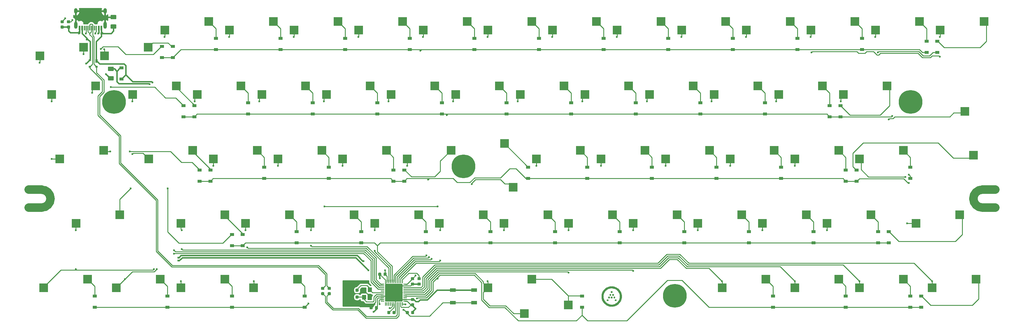
<source format=gbl>
G04 #@! TF.GenerationSoftware,KiCad,Pcbnew,(5.1.4)-1*
G04 #@! TF.CreationDate,2021-07-17T16:32:22+09:00*
G04 #@! TF.ProjectId,JIS60,4a495336-302e-46b6-9963-61645f706362,rev?*
G04 #@! TF.SameCoordinates,Original*
G04 #@! TF.FileFunction,Copper,L2,Bot*
G04 #@! TF.FilePolarity,Positive*
%FSLAX46Y46*%
G04 Gerber Fmt 4.6, Leading zero omitted, Abs format (unit mm)*
G04 Created by KiCad (PCBNEW (5.1.4)-1) date 2021-07-17 16:32:22*
%MOMM*%
%LPD*%
G04 APERTURE LIST*
%ADD10C,0.010000*%
%ADD11C,2.501900*%
%ADD12R,2.550000X2.500000*%
%ADD13C,0.100000*%
%ADD14C,0.875000*%
%ADD15R,0.700000X1.000000*%
%ADD16R,0.700000X0.600000*%
%ADD17R,0.600000X1.450000*%
%ADD18R,0.300000X1.450000*%
%ADD19O,1.000000X2.100000*%
%ADD20O,1.000000X1.600000*%
%ADD21C,1.250000*%
%ADD22R,1.200000X0.900000*%
%ADD23C,0.250000*%
%ADD24C,5.200000*%
%ADD25R,1.700000X1.000000*%
%ADD26R,2.500000X2.550000*%
%ADD27R,1.200000X1.400000*%
%ADD28C,7.000000*%
%ADD29C,0.600000*%
%ADD30C,0.254000*%
%ADD31C,0.381000*%
%ADD32C,0.261112*%
G04 APERTURE END LIST*
D10*
G36*
X296672000Y-256889250D02*
G01*
X297076812Y-256889250D01*
X297076812Y-256484438D01*
X296672000Y-256484438D01*
X296672000Y-256889250D01*
X296672000Y-256889250D01*
G37*
X296672000Y-256889250D02*
X297076812Y-256889250D01*
X297076812Y-256484438D01*
X296672000Y-256484438D01*
X296672000Y-256889250D01*
G36*
X296267187Y-257675063D02*
G01*
X296672000Y-257675063D01*
X296672000Y-257294063D01*
X296267187Y-257294063D01*
X296267187Y-257675063D01*
X296267187Y-257675063D01*
G37*
X296267187Y-257675063D02*
X296672000Y-257675063D01*
X296672000Y-257294063D01*
X296267187Y-257294063D01*
X296267187Y-257675063D01*
G36*
X297076812Y-257675063D02*
G01*
X297457812Y-257675063D01*
X297457812Y-257294063D01*
X297076812Y-257294063D01*
X297076812Y-257675063D01*
X297076812Y-257675063D01*
G37*
X297076812Y-257675063D02*
X297457812Y-257675063D01*
X297457812Y-257294063D01*
X297076812Y-257294063D01*
X297076812Y-257675063D01*
G36*
X295886187Y-258484688D02*
G01*
X296267187Y-258484688D01*
X296267187Y-258079875D01*
X295886187Y-258079875D01*
X295886187Y-258484688D01*
X295886187Y-258484688D01*
G37*
X295886187Y-258484688D02*
X296267187Y-258484688D01*
X296267187Y-258079875D01*
X295886187Y-258079875D01*
X295886187Y-258484688D01*
G36*
X296672000Y-258484688D02*
G01*
X297076812Y-258484688D01*
X297076812Y-258079875D01*
X296672000Y-258079875D01*
X296672000Y-258484688D01*
X296672000Y-258484688D01*
G37*
X296672000Y-258484688D02*
X297076812Y-258484688D01*
X297076812Y-258079875D01*
X296672000Y-258079875D01*
X296672000Y-258484688D01*
G36*
X297457812Y-258484688D02*
G01*
X297862625Y-258484688D01*
X297862625Y-258079875D01*
X297457812Y-258079875D01*
X297457812Y-258484688D01*
X297457812Y-258484688D01*
G37*
X297457812Y-258484688D02*
X297862625Y-258484688D01*
X297862625Y-258079875D01*
X297457812Y-258079875D01*
X297457812Y-258484688D01*
G36*
X295481375Y-259270500D02*
G01*
X295886187Y-259270500D01*
X295886187Y-258865688D01*
X295481375Y-258865688D01*
X295481375Y-259270500D01*
X295481375Y-259270500D01*
G37*
X295481375Y-259270500D02*
X295886187Y-259270500D01*
X295886187Y-258865688D01*
X295481375Y-258865688D01*
X295481375Y-259270500D01*
G36*
X297862625Y-259270500D02*
G01*
X298267437Y-259270500D01*
X298267437Y-258865688D01*
X297862625Y-258865688D01*
X297862625Y-259270500D01*
X297862625Y-259270500D01*
G37*
X297862625Y-259270500D02*
X298267437Y-259270500D01*
X298267437Y-258865688D01*
X297862625Y-258865688D01*
X297862625Y-259270500D01*
G36*
X296858531Y-254996795D02*
G01*
X296734413Y-254998165D01*
X296622701Y-255002322D01*
X296520108Y-255009669D01*
X296423344Y-255020610D01*
X296329122Y-255035548D01*
X296234153Y-255054887D01*
X296135149Y-255079031D01*
X296089870Y-255091168D01*
X295881323Y-255156406D01*
X295679235Y-255235742D01*
X295484372Y-255328778D01*
X295297501Y-255435118D01*
X295119386Y-255554366D01*
X294967240Y-255672367D01*
X294809572Y-255813092D01*
X294662235Y-255964537D01*
X294525914Y-256125635D01*
X294401292Y-256295317D01*
X294289053Y-256472516D01*
X294189880Y-256656166D01*
X294104458Y-256845197D01*
X294033470Y-257038543D01*
X293984716Y-257206553D01*
X293951645Y-257346539D01*
X293926285Y-257478475D01*
X293907893Y-257607747D01*
X293895725Y-257739743D01*
X293889039Y-257879850D01*
X293888386Y-257905250D01*
X293891105Y-258123547D01*
X293909300Y-258338330D01*
X293942965Y-258549571D01*
X293992094Y-258757239D01*
X294056681Y-258961305D01*
X294120878Y-259125237D01*
X294148961Y-259190502D01*
X294173023Y-259244660D01*
X294194892Y-259291363D01*
X294216393Y-259334263D01*
X294239354Y-259377013D01*
X294265600Y-259423265D01*
X294294725Y-259472906D01*
X294413944Y-259659177D01*
X294544048Y-259833903D01*
X294685171Y-259997215D01*
X294837445Y-260149246D01*
X295001003Y-260290130D01*
X295175976Y-260419998D01*
X295358344Y-260536525D01*
X295411173Y-260567494D01*
X295457086Y-260593471D01*
X295499735Y-260616281D01*
X295542772Y-260637751D01*
X295589849Y-260659707D01*
X295644619Y-260683975D01*
X295706013Y-260710372D01*
X295802246Y-260749919D01*
X295890964Y-260782958D01*
X295978078Y-260811445D01*
X296069502Y-260837339D01*
X296152094Y-260858072D01*
X296316610Y-260893626D01*
X296473705Y-260919303D01*
X296627933Y-260935643D01*
X296783851Y-260943186D01*
X296874406Y-260943763D01*
X296925625Y-260943248D01*
X296973746Y-260942543D01*
X297015626Y-260941710D01*
X297048122Y-260940813D01*
X297068090Y-260939915D01*
X297068875Y-260939859D01*
X297285049Y-260915907D01*
X297497806Y-260876920D01*
X297706287Y-260823217D01*
X297909632Y-260755113D01*
X298106984Y-260672926D01*
X298297482Y-260576975D01*
X298480268Y-260467576D01*
X298631224Y-260362546D01*
X298804151Y-260224199D01*
X298964835Y-260075838D01*
X299113049Y-259917789D01*
X299248571Y-259750382D01*
X299371176Y-259573944D01*
X299480639Y-259388802D01*
X299576737Y-259195285D01*
X299659244Y-258993721D01*
X299727937Y-258784438D01*
X299740082Y-258741380D01*
X299766448Y-258639585D01*
X299787833Y-258543261D01*
X299804641Y-258449117D01*
X299817275Y-258353867D01*
X299826140Y-258254220D01*
X299831638Y-258146890D01*
X299834174Y-258028586D01*
X299834455Y-257972719D01*
X299833780Y-257917358D01*
X299301706Y-257917358D01*
X299301603Y-257997496D01*
X299299937Y-258077160D01*
X299296741Y-258152287D01*
X299292044Y-258218810D01*
X299288324Y-258254500D01*
X299256450Y-258451798D01*
X299209799Y-258643413D01*
X299148549Y-258828972D01*
X299072881Y-259008099D01*
X298982973Y-259180419D01*
X298879006Y-259345559D01*
X298761159Y-259503143D01*
X298629612Y-259652797D01*
X298607276Y-259676010D01*
X298473042Y-259803084D01*
X298327340Y-259921020D01*
X298172869Y-260027840D01*
X298012331Y-260121566D01*
X297966542Y-260145254D01*
X297892134Y-260181903D01*
X297826893Y-260212122D01*
X297766396Y-260237690D01*
X297706222Y-260260384D01*
X297641949Y-260281983D01*
X297576875Y-260301977D01*
X297387662Y-260351390D01*
X297201911Y-260385841D01*
X297018173Y-260405464D01*
X296834997Y-260410392D01*
X296650936Y-260400761D01*
X296584394Y-260393781D01*
X296397062Y-260364837D01*
X296217481Y-260323028D01*
X296043143Y-260267604D01*
X295871541Y-260197814D01*
X295774584Y-260151616D01*
X295603952Y-260058197D01*
X295444536Y-259954462D01*
X295295578Y-259839724D01*
X295156321Y-259713300D01*
X295026006Y-259574504D01*
X294903876Y-259422653D01*
X294795608Y-259267009D01*
X294770482Y-259225818D01*
X294741159Y-259173690D01*
X294709459Y-259114246D01*
X294677201Y-259051106D01*
X294646207Y-258987890D01*
X294618294Y-258928217D01*
X294595285Y-258875707D01*
X294581847Y-258841875D01*
X294518980Y-258650334D01*
X294471584Y-258457595D01*
X294439700Y-258264200D01*
X294423370Y-258070690D01*
X294422632Y-257877607D01*
X294437528Y-257685492D01*
X294468098Y-257494886D01*
X294477901Y-257448844D01*
X294511550Y-257312551D01*
X294549858Y-257186368D01*
X294594796Y-257064757D01*
X294648337Y-256942182D01*
X294685996Y-256864708D01*
X294779701Y-256695860D01*
X294886526Y-256535423D01*
X295005702Y-256384118D01*
X295136463Y-256242664D01*
X295278040Y-256111781D01*
X295429666Y-255992190D01*
X295590573Y-255884610D01*
X295759993Y-255789761D01*
X295904175Y-255722230D01*
X296075803Y-255655835D01*
X296248357Y-255603837D01*
X296423844Y-255565828D01*
X296604274Y-255541401D01*
X296791655Y-255530147D01*
X296854562Y-255529257D01*
X297052657Y-255535627D01*
X297244285Y-255556272D01*
X297430219Y-255591423D01*
X297611235Y-255641317D01*
X297788106Y-255706185D01*
X297961606Y-255786263D01*
X298132509Y-255881785D01*
X298233206Y-255945994D01*
X298372639Y-256047522D01*
X298506837Y-256162028D01*
X298634159Y-256287589D01*
X298752965Y-256422281D01*
X298861614Y-256564181D01*
X298958465Y-256711365D01*
X299041878Y-256861911D01*
X299076674Y-256934830D01*
X299138077Y-257079689D01*
X299188308Y-257218928D01*
X299228565Y-257356876D01*
X299260044Y-257497864D01*
X299283944Y-257646221D01*
X299292345Y-257714750D01*
X299297108Y-257771920D01*
X299300218Y-257840811D01*
X299301706Y-257917358D01*
X299833780Y-257917358D01*
X299832710Y-257829723D01*
X299826836Y-257698856D01*
X299816262Y-257576775D01*
X299800415Y-257460135D01*
X299778723Y-257345594D01*
X299750613Y-257229809D01*
X299715514Y-257109437D01*
X299672853Y-256981134D01*
X299657159Y-256936875D01*
X299578774Y-256742156D01*
X299485934Y-256553822D01*
X299378828Y-256372135D01*
X299257648Y-256197358D01*
X299122583Y-256029753D01*
X298973826Y-255869583D01*
X298811567Y-255717110D01*
X298704729Y-255626929D01*
X298618900Y-255561436D01*
X298521361Y-255494110D01*
X298415752Y-255427162D01*
X298305714Y-255362805D01*
X298194887Y-255303250D01*
X298086911Y-255250708D01*
X298080906Y-255247965D01*
X298010946Y-255218092D01*
X297929765Y-255186706D01*
X297841733Y-255155286D01*
X297751221Y-255125312D01*
X297662599Y-255098261D01*
X297580236Y-255075614D01*
X297548350Y-255067721D01*
X297455125Y-255046953D01*
X297366151Y-255030293D01*
X297278147Y-255017402D01*
X297187831Y-255007945D01*
X297091922Y-255001582D01*
X296987140Y-254997978D01*
X296870205Y-254996794D01*
X296858531Y-254996795D01*
X296858531Y-254996795D01*
G37*
X296858531Y-254996795D02*
X296734413Y-254998165D01*
X296622701Y-255002322D01*
X296520108Y-255009669D01*
X296423344Y-255020610D01*
X296329122Y-255035548D01*
X296234153Y-255054887D01*
X296135149Y-255079031D01*
X296089870Y-255091168D01*
X295881323Y-255156406D01*
X295679235Y-255235742D01*
X295484372Y-255328778D01*
X295297501Y-255435118D01*
X295119386Y-255554366D01*
X294967240Y-255672367D01*
X294809572Y-255813092D01*
X294662235Y-255964537D01*
X294525914Y-256125635D01*
X294401292Y-256295317D01*
X294289053Y-256472516D01*
X294189880Y-256656166D01*
X294104458Y-256845197D01*
X294033470Y-257038543D01*
X293984716Y-257206553D01*
X293951645Y-257346539D01*
X293926285Y-257478475D01*
X293907893Y-257607747D01*
X293895725Y-257739743D01*
X293889039Y-257879850D01*
X293888386Y-257905250D01*
X293891105Y-258123547D01*
X293909300Y-258338330D01*
X293942965Y-258549571D01*
X293992094Y-258757239D01*
X294056681Y-258961305D01*
X294120878Y-259125237D01*
X294148961Y-259190502D01*
X294173023Y-259244660D01*
X294194892Y-259291363D01*
X294216393Y-259334263D01*
X294239354Y-259377013D01*
X294265600Y-259423265D01*
X294294725Y-259472906D01*
X294413944Y-259659177D01*
X294544048Y-259833903D01*
X294685171Y-259997215D01*
X294837445Y-260149246D01*
X295001003Y-260290130D01*
X295175976Y-260419998D01*
X295358344Y-260536525D01*
X295411173Y-260567494D01*
X295457086Y-260593471D01*
X295499735Y-260616281D01*
X295542772Y-260637751D01*
X295589849Y-260659707D01*
X295644619Y-260683975D01*
X295706013Y-260710372D01*
X295802246Y-260749919D01*
X295890964Y-260782958D01*
X295978078Y-260811445D01*
X296069502Y-260837339D01*
X296152094Y-260858072D01*
X296316610Y-260893626D01*
X296473705Y-260919303D01*
X296627933Y-260935643D01*
X296783851Y-260943186D01*
X296874406Y-260943763D01*
X296925625Y-260943248D01*
X296973746Y-260942543D01*
X297015626Y-260941710D01*
X297048122Y-260940813D01*
X297068090Y-260939915D01*
X297068875Y-260939859D01*
X297285049Y-260915907D01*
X297497806Y-260876920D01*
X297706287Y-260823217D01*
X297909632Y-260755113D01*
X298106984Y-260672926D01*
X298297482Y-260576975D01*
X298480268Y-260467576D01*
X298631224Y-260362546D01*
X298804151Y-260224199D01*
X298964835Y-260075838D01*
X299113049Y-259917789D01*
X299248571Y-259750382D01*
X299371176Y-259573944D01*
X299480639Y-259388802D01*
X299576737Y-259195285D01*
X299659244Y-258993721D01*
X299727937Y-258784438D01*
X299740082Y-258741380D01*
X299766448Y-258639585D01*
X299787833Y-258543261D01*
X299804641Y-258449117D01*
X299817275Y-258353867D01*
X299826140Y-258254220D01*
X299831638Y-258146890D01*
X299834174Y-258028586D01*
X299834455Y-257972719D01*
X299833780Y-257917358D01*
X299301706Y-257917358D01*
X299301603Y-257997496D01*
X299299937Y-258077160D01*
X299296741Y-258152287D01*
X299292044Y-258218810D01*
X299288324Y-258254500D01*
X299256450Y-258451798D01*
X299209799Y-258643413D01*
X299148549Y-258828972D01*
X299072881Y-259008099D01*
X298982973Y-259180419D01*
X298879006Y-259345559D01*
X298761159Y-259503143D01*
X298629612Y-259652797D01*
X298607276Y-259676010D01*
X298473042Y-259803084D01*
X298327340Y-259921020D01*
X298172869Y-260027840D01*
X298012331Y-260121566D01*
X297966542Y-260145254D01*
X297892134Y-260181903D01*
X297826893Y-260212122D01*
X297766396Y-260237690D01*
X297706222Y-260260384D01*
X297641949Y-260281983D01*
X297576875Y-260301977D01*
X297387662Y-260351390D01*
X297201911Y-260385841D01*
X297018173Y-260405464D01*
X296834997Y-260410392D01*
X296650936Y-260400761D01*
X296584394Y-260393781D01*
X296397062Y-260364837D01*
X296217481Y-260323028D01*
X296043143Y-260267604D01*
X295871541Y-260197814D01*
X295774584Y-260151616D01*
X295603952Y-260058197D01*
X295444536Y-259954462D01*
X295295578Y-259839724D01*
X295156321Y-259713300D01*
X295026006Y-259574504D01*
X294903876Y-259422653D01*
X294795608Y-259267009D01*
X294770482Y-259225818D01*
X294741159Y-259173690D01*
X294709459Y-259114246D01*
X294677201Y-259051106D01*
X294646207Y-258987890D01*
X294618294Y-258928217D01*
X294595285Y-258875707D01*
X294581847Y-258841875D01*
X294518980Y-258650334D01*
X294471584Y-258457595D01*
X294439700Y-258264200D01*
X294423370Y-258070690D01*
X294422632Y-257877607D01*
X294437528Y-257685492D01*
X294468098Y-257494886D01*
X294477901Y-257448844D01*
X294511550Y-257312551D01*
X294549858Y-257186368D01*
X294594796Y-257064757D01*
X294648337Y-256942182D01*
X294685996Y-256864708D01*
X294779701Y-256695860D01*
X294886526Y-256535423D01*
X295005702Y-256384118D01*
X295136463Y-256242664D01*
X295278040Y-256111781D01*
X295429666Y-255992190D01*
X295590573Y-255884610D01*
X295759993Y-255789761D01*
X295904175Y-255722230D01*
X296075803Y-255655835D01*
X296248357Y-255603837D01*
X296423844Y-255565828D01*
X296604274Y-255541401D01*
X296791655Y-255530147D01*
X296854562Y-255529257D01*
X297052657Y-255535627D01*
X297244285Y-255556272D01*
X297430219Y-255591423D01*
X297611235Y-255641317D01*
X297788106Y-255706185D01*
X297961606Y-255786263D01*
X298132509Y-255881785D01*
X298233206Y-255945994D01*
X298372639Y-256047522D01*
X298506837Y-256162028D01*
X298634159Y-256287589D01*
X298752965Y-256422281D01*
X298861614Y-256564181D01*
X298958465Y-256711365D01*
X299041878Y-256861911D01*
X299076674Y-256934830D01*
X299138077Y-257079689D01*
X299188308Y-257218928D01*
X299228565Y-257356876D01*
X299260044Y-257497864D01*
X299283944Y-257646221D01*
X299292345Y-257714750D01*
X299297108Y-257771920D01*
X299300218Y-257840811D01*
X299301706Y-257917358D01*
X299833780Y-257917358D01*
X299832710Y-257829723D01*
X299826836Y-257698856D01*
X299816262Y-257576775D01*
X299800415Y-257460135D01*
X299778723Y-257345594D01*
X299750613Y-257229809D01*
X299715514Y-257109437D01*
X299672853Y-256981134D01*
X299657159Y-256936875D01*
X299578774Y-256742156D01*
X299485934Y-256553822D01*
X299378828Y-256372135D01*
X299257648Y-256197358D01*
X299122583Y-256029753D01*
X298973826Y-255869583D01*
X298811567Y-255717110D01*
X298704729Y-255626929D01*
X298618900Y-255561436D01*
X298521361Y-255494110D01*
X298415752Y-255427162D01*
X298305714Y-255362805D01*
X298194887Y-255303250D01*
X298086911Y-255250708D01*
X298080906Y-255247965D01*
X298010946Y-255218092D01*
X297929765Y-255186706D01*
X297841733Y-255155286D01*
X297751221Y-255125312D01*
X297662599Y-255098261D01*
X297580236Y-255075614D01*
X297548350Y-255067721D01*
X297455125Y-255046953D01*
X297366151Y-255030293D01*
X297278147Y-255017402D01*
X297187831Y-255007945D01*
X297091922Y-255001582D01*
X296987140Y-254997978D01*
X296870205Y-254996794D01*
X296858531Y-254996795D01*
D11*
X124993750Y-226417800D02*
X128793750Y-226417800D01*
X124993750Y-231719700D02*
X128793750Y-231719700D01*
X128793750Y-231719700D02*
G75*
G03X131444700Y-229068750I0J2650950D01*
G01*
X131444700Y-229068750D02*
G75*
G03X128793750Y-226417800I-2650950J0D01*
G01*
X403542800Y-229068750D02*
G75*
G02X406193750Y-226417800I2650950J0D01*
G01*
X406193750Y-231719700D02*
G75*
G02X403542800Y-229068750I0J2650950D01*
G01*
X406193750Y-226417800D02*
X409993750Y-226417800D01*
X406193750Y-231719700D02*
X410043750Y-231719700D01*
D12*
X271176750Y-263048750D03*
X284103750Y-260508750D03*
X387635750Y-176688750D03*
X374708750Y-179228750D03*
X368585750Y-176688750D03*
X355658750Y-179228750D03*
D13*
G36*
X211986691Y-255157303D02*
G01*
X212007926Y-255160453D01*
X212028750Y-255165669D01*
X212048962Y-255172901D01*
X212068368Y-255182080D01*
X212086781Y-255193116D01*
X212104024Y-255205904D01*
X212119930Y-255220320D01*
X212134346Y-255236226D01*
X212147134Y-255253469D01*
X212158170Y-255271882D01*
X212167349Y-255291288D01*
X212174581Y-255311500D01*
X212179797Y-255332324D01*
X212182947Y-255353559D01*
X212184000Y-255375000D01*
X212184000Y-255812500D01*
X212182947Y-255833941D01*
X212179797Y-255855176D01*
X212174581Y-255876000D01*
X212167349Y-255896212D01*
X212158170Y-255915618D01*
X212147134Y-255934031D01*
X212134346Y-255951274D01*
X212119930Y-255967180D01*
X212104024Y-255981596D01*
X212086781Y-255994384D01*
X212068368Y-256005420D01*
X212048962Y-256014599D01*
X212028750Y-256021831D01*
X212007926Y-256027047D01*
X211986691Y-256030197D01*
X211965250Y-256031250D01*
X211452750Y-256031250D01*
X211431309Y-256030197D01*
X211410074Y-256027047D01*
X211389250Y-256021831D01*
X211369038Y-256014599D01*
X211349632Y-256005420D01*
X211331219Y-255994384D01*
X211313976Y-255981596D01*
X211298070Y-255967180D01*
X211283654Y-255951274D01*
X211270866Y-255934031D01*
X211259830Y-255915618D01*
X211250651Y-255896212D01*
X211243419Y-255876000D01*
X211238203Y-255855176D01*
X211235053Y-255833941D01*
X211234000Y-255812500D01*
X211234000Y-255375000D01*
X211235053Y-255353559D01*
X211238203Y-255332324D01*
X211243419Y-255311500D01*
X211250651Y-255291288D01*
X211259830Y-255271882D01*
X211270866Y-255253469D01*
X211283654Y-255236226D01*
X211298070Y-255220320D01*
X211313976Y-255205904D01*
X211331219Y-255193116D01*
X211349632Y-255182080D01*
X211369038Y-255172901D01*
X211389250Y-255165669D01*
X211410074Y-255160453D01*
X211431309Y-255157303D01*
X211452750Y-255156250D01*
X211965250Y-255156250D01*
X211986691Y-255157303D01*
X211986691Y-255157303D01*
G37*
D14*
X211709000Y-255593750D03*
D13*
G36*
X211986691Y-256732303D02*
G01*
X212007926Y-256735453D01*
X212028750Y-256740669D01*
X212048962Y-256747901D01*
X212068368Y-256757080D01*
X212086781Y-256768116D01*
X212104024Y-256780904D01*
X212119930Y-256795320D01*
X212134346Y-256811226D01*
X212147134Y-256828469D01*
X212158170Y-256846882D01*
X212167349Y-256866288D01*
X212174581Y-256886500D01*
X212179797Y-256907324D01*
X212182947Y-256928559D01*
X212184000Y-256950000D01*
X212184000Y-257387500D01*
X212182947Y-257408941D01*
X212179797Y-257430176D01*
X212174581Y-257451000D01*
X212167349Y-257471212D01*
X212158170Y-257490618D01*
X212147134Y-257509031D01*
X212134346Y-257526274D01*
X212119930Y-257542180D01*
X212104024Y-257556596D01*
X212086781Y-257569384D01*
X212068368Y-257580420D01*
X212048962Y-257589599D01*
X212028750Y-257596831D01*
X212007926Y-257602047D01*
X211986691Y-257605197D01*
X211965250Y-257606250D01*
X211452750Y-257606250D01*
X211431309Y-257605197D01*
X211410074Y-257602047D01*
X211389250Y-257596831D01*
X211369038Y-257589599D01*
X211349632Y-257580420D01*
X211331219Y-257569384D01*
X211313976Y-257556596D01*
X211298070Y-257542180D01*
X211283654Y-257526274D01*
X211270866Y-257509031D01*
X211259830Y-257490618D01*
X211250651Y-257471212D01*
X211243419Y-257451000D01*
X211238203Y-257430176D01*
X211235053Y-257408941D01*
X211234000Y-257387500D01*
X211234000Y-256950000D01*
X211235053Y-256928559D01*
X211238203Y-256907324D01*
X211243419Y-256886500D01*
X211250651Y-256866288D01*
X211259830Y-256846882D01*
X211270866Y-256828469D01*
X211283654Y-256811226D01*
X211298070Y-256795320D01*
X211313976Y-256780904D01*
X211331219Y-256768116D01*
X211349632Y-256757080D01*
X211369038Y-256747901D01*
X211389250Y-256740669D01*
X211410074Y-256735453D01*
X211431309Y-256732303D01*
X211452750Y-256731250D01*
X211965250Y-256731250D01*
X211986691Y-256732303D01*
X211986691Y-256732303D01*
G37*
D14*
X211709000Y-257168750D03*
D13*
G36*
X213923441Y-255157303D02*
G01*
X213944676Y-255160453D01*
X213965500Y-255165669D01*
X213985712Y-255172901D01*
X214005118Y-255182080D01*
X214023531Y-255193116D01*
X214040774Y-255205904D01*
X214056680Y-255220320D01*
X214071096Y-255236226D01*
X214083884Y-255253469D01*
X214094920Y-255271882D01*
X214104099Y-255291288D01*
X214111331Y-255311500D01*
X214116547Y-255332324D01*
X214119697Y-255353559D01*
X214120750Y-255375000D01*
X214120750Y-255812500D01*
X214119697Y-255833941D01*
X214116547Y-255855176D01*
X214111331Y-255876000D01*
X214104099Y-255896212D01*
X214094920Y-255915618D01*
X214083884Y-255934031D01*
X214071096Y-255951274D01*
X214056680Y-255967180D01*
X214040774Y-255981596D01*
X214023531Y-255994384D01*
X214005118Y-256005420D01*
X213985712Y-256014599D01*
X213965500Y-256021831D01*
X213944676Y-256027047D01*
X213923441Y-256030197D01*
X213902000Y-256031250D01*
X213389500Y-256031250D01*
X213368059Y-256030197D01*
X213346824Y-256027047D01*
X213326000Y-256021831D01*
X213305788Y-256014599D01*
X213286382Y-256005420D01*
X213267969Y-255994384D01*
X213250726Y-255981596D01*
X213234820Y-255967180D01*
X213220404Y-255951274D01*
X213207616Y-255934031D01*
X213196580Y-255915618D01*
X213187401Y-255896212D01*
X213180169Y-255876000D01*
X213174953Y-255855176D01*
X213171803Y-255833941D01*
X213170750Y-255812500D01*
X213170750Y-255375000D01*
X213171803Y-255353559D01*
X213174953Y-255332324D01*
X213180169Y-255311500D01*
X213187401Y-255291288D01*
X213196580Y-255271882D01*
X213207616Y-255253469D01*
X213220404Y-255236226D01*
X213234820Y-255220320D01*
X213250726Y-255205904D01*
X213267969Y-255193116D01*
X213286382Y-255182080D01*
X213305788Y-255172901D01*
X213326000Y-255165669D01*
X213346824Y-255160453D01*
X213368059Y-255157303D01*
X213389500Y-255156250D01*
X213902000Y-255156250D01*
X213923441Y-255157303D01*
X213923441Y-255157303D01*
G37*
D14*
X213645750Y-255593750D03*
D13*
G36*
X213923441Y-256732303D02*
G01*
X213944676Y-256735453D01*
X213965500Y-256740669D01*
X213985712Y-256747901D01*
X214005118Y-256757080D01*
X214023531Y-256768116D01*
X214040774Y-256780904D01*
X214056680Y-256795320D01*
X214071096Y-256811226D01*
X214083884Y-256828469D01*
X214094920Y-256846882D01*
X214104099Y-256866288D01*
X214111331Y-256886500D01*
X214116547Y-256907324D01*
X214119697Y-256928559D01*
X214120750Y-256950000D01*
X214120750Y-257387500D01*
X214119697Y-257408941D01*
X214116547Y-257430176D01*
X214111331Y-257451000D01*
X214104099Y-257471212D01*
X214094920Y-257490618D01*
X214083884Y-257509031D01*
X214071096Y-257526274D01*
X214056680Y-257542180D01*
X214040774Y-257556596D01*
X214023531Y-257569384D01*
X214005118Y-257580420D01*
X213985712Y-257589599D01*
X213965500Y-257596831D01*
X213944676Y-257602047D01*
X213923441Y-257605197D01*
X213902000Y-257606250D01*
X213389500Y-257606250D01*
X213368059Y-257605197D01*
X213346824Y-257602047D01*
X213326000Y-257596831D01*
X213305788Y-257589599D01*
X213286382Y-257580420D01*
X213267969Y-257569384D01*
X213250726Y-257556596D01*
X213234820Y-257542180D01*
X213220404Y-257526274D01*
X213207616Y-257509031D01*
X213196580Y-257490618D01*
X213187401Y-257471212D01*
X213180169Y-257451000D01*
X213174953Y-257430176D01*
X213171803Y-257408941D01*
X213170750Y-257387500D01*
X213170750Y-256950000D01*
X213171803Y-256928559D01*
X213174953Y-256907324D01*
X213180169Y-256886500D01*
X213187401Y-256866288D01*
X213196580Y-256846882D01*
X213207616Y-256828469D01*
X213220404Y-256811226D01*
X213234820Y-256795320D01*
X213250726Y-256780904D01*
X213267969Y-256768116D01*
X213286382Y-256757080D01*
X213305788Y-256747901D01*
X213326000Y-256740669D01*
X213346824Y-256735453D01*
X213368059Y-256732303D01*
X213389500Y-256731250D01*
X213902000Y-256731250D01*
X213923441Y-256732303D01*
X213923441Y-256732303D01*
G37*
D14*
X213645750Y-257168750D03*
D12*
X147129500Y-214788750D03*
X134202500Y-217328750D03*
D15*
X145018000Y-188353000D03*
D16*
X143018000Y-188153000D03*
X145018000Y-190053000D03*
X143018000Y-190053000D03*
D17*
X146417500Y-178662400D03*
X139967500Y-178662400D03*
X145642500Y-178662400D03*
X140742500Y-178662400D03*
D18*
X141442500Y-178662400D03*
X144942500Y-178662400D03*
X141942500Y-178662400D03*
X144442500Y-178662400D03*
X142442500Y-178662400D03*
X143942500Y-178662400D03*
X143442500Y-178662400D03*
X142942500Y-178662400D03*
D19*
X138872500Y-177747400D03*
X147512500Y-177747400D03*
D20*
X138872500Y-173567400D03*
X147512500Y-173567400D03*
D13*
G36*
X137056691Y-176322053D02*
G01*
X137077926Y-176325203D01*
X137098750Y-176330419D01*
X137118962Y-176337651D01*
X137138368Y-176346830D01*
X137156781Y-176357866D01*
X137174024Y-176370654D01*
X137189930Y-176385070D01*
X137204346Y-176400976D01*
X137217134Y-176418219D01*
X137228170Y-176436632D01*
X137237349Y-176456038D01*
X137244581Y-176476250D01*
X137249797Y-176497074D01*
X137252947Y-176518309D01*
X137254000Y-176539750D01*
X137254000Y-176977250D01*
X137252947Y-176998691D01*
X137249797Y-177019926D01*
X137244581Y-177040750D01*
X137237349Y-177060962D01*
X137228170Y-177080368D01*
X137217134Y-177098781D01*
X137204346Y-177116024D01*
X137189930Y-177131930D01*
X137174024Y-177146346D01*
X137156781Y-177159134D01*
X137138368Y-177170170D01*
X137118962Y-177179349D01*
X137098750Y-177186581D01*
X137077926Y-177191797D01*
X137056691Y-177194947D01*
X137035250Y-177196000D01*
X136522750Y-177196000D01*
X136501309Y-177194947D01*
X136480074Y-177191797D01*
X136459250Y-177186581D01*
X136439038Y-177179349D01*
X136419632Y-177170170D01*
X136401219Y-177159134D01*
X136383976Y-177146346D01*
X136368070Y-177131930D01*
X136353654Y-177116024D01*
X136340866Y-177098781D01*
X136329830Y-177080368D01*
X136320651Y-177060962D01*
X136313419Y-177040750D01*
X136308203Y-177019926D01*
X136305053Y-176998691D01*
X136304000Y-176977250D01*
X136304000Y-176539750D01*
X136305053Y-176518309D01*
X136308203Y-176497074D01*
X136313419Y-176476250D01*
X136320651Y-176456038D01*
X136329830Y-176436632D01*
X136340866Y-176418219D01*
X136353654Y-176400976D01*
X136368070Y-176385070D01*
X136383976Y-176370654D01*
X136401219Y-176357866D01*
X136419632Y-176346830D01*
X136439038Y-176337651D01*
X136459250Y-176330419D01*
X136480074Y-176325203D01*
X136501309Y-176322053D01*
X136522750Y-176321000D01*
X137035250Y-176321000D01*
X137056691Y-176322053D01*
X137056691Y-176322053D01*
G37*
D14*
X136779000Y-176758500D03*
D13*
G36*
X137056691Y-177897053D02*
G01*
X137077926Y-177900203D01*
X137098750Y-177905419D01*
X137118962Y-177912651D01*
X137138368Y-177921830D01*
X137156781Y-177932866D01*
X137174024Y-177945654D01*
X137189930Y-177960070D01*
X137204346Y-177975976D01*
X137217134Y-177993219D01*
X137228170Y-178011632D01*
X137237349Y-178031038D01*
X137244581Y-178051250D01*
X137249797Y-178072074D01*
X137252947Y-178093309D01*
X137254000Y-178114750D01*
X137254000Y-178552250D01*
X137252947Y-178573691D01*
X137249797Y-178594926D01*
X137244581Y-178615750D01*
X137237349Y-178635962D01*
X137228170Y-178655368D01*
X137217134Y-178673781D01*
X137204346Y-178691024D01*
X137189930Y-178706930D01*
X137174024Y-178721346D01*
X137156781Y-178734134D01*
X137138368Y-178745170D01*
X137118962Y-178754349D01*
X137098750Y-178761581D01*
X137077926Y-178766797D01*
X137056691Y-178769947D01*
X137035250Y-178771000D01*
X136522750Y-178771000D01*
X136501309Y-178769947D01*
X136480074Y-178766797D01*
X136459250Y-178761581D01*
X136439038Y-178754349D01*
X136419632Y-178745170D01*
X136401219Y-178734134D01*
X136383976Y-178721346D01*
X136368070Y-178706930D01*
X136353654Y-178691024D01*
X136340866Y-178673781D01*
X136329830Y-178655368D01*
X136320651Y-178635962D01*
X136313419Y-178615750D01*
X136308203Y-178594926D01*
X136305053Y-178573691D01*
X136304000Y-178552250D01*
X136304000Y-178114750D01*
X136305053Y-178093309D01*
X136308203Y-178072074D01*
X136313419Y-178051250D01*
X136320651Y-178031038D01*
X136329830Y-178011632D01*
X136340866Y-177993219D01*
X136353654Y-177975976D01*
X136368070Y-177960070D01*
X136383976Y-177945654D01*
X136401219Y-177932866D01*
X136419632Y-177921830D01*
X136439038Y-177912651D01*
X136459250Y-177905419D01*
X136480074Y-177900203D01*
X136501309Y-177897053D01*
X136522750Y-177896000D01*
X137035250Y-177896000D01*
X137056691Y-177897053D01*
X137056691Y-177897053D01*
G37*
D14*
X136779000Y-178333500D03*
D13*
G36*
X135151691Y-176322053D02*
G01*
X135172926Y-176325203D01*
X135193750Y-176330419D01*
X135213962Y-176337651D01*
X135233368Y-176346830D01*
X135251781Y-176357866D01*
X135269024Y-176370654D01*
X135284930Y-176385070D01*
X135299346Y-176400976D01*
X135312134Y-176418219D01*
X135323170Y-176436632D01*
X135332349Y-176456038D01*
X135339581Y-176476250D01*
X135344797Y-176497074D01*
X135347947Y-176518309D01*
X135349000Y-176539750D01*
X135349000Y-176977250D01*
X135347947Y-176998691D01*
X135344797Y-177019926D01*
X135339581Y-177040750D01*
X135332349Y-177060962D01*
X135323170Y-177080368D01*
X135312134Y-177098781D01*
X135299346Y-177116024D01*
X135284930Y-177131930D01*
X135269024Y-177146346D01*
X135251781Y-177159134D01*
X135233368Y-177170170D01*
X135213962Y-177179349D01*
X135193750Y-177186581D01*
X135172926Y-177191797D01*
X135151691Y-177194947D01*
X135130250Y-177196000D01*
X134617750Y-177196000D01*
X134596309Y-177194947D01*
X134575074Y-177191797D01*
X134554250Y-177186581D01*
X134534038Y-177179349D01*
X134514632Y-177170170D01*
X134496219Y-177159134D01*
X134478976Y-177146346D01*
X134463070Y-177131930D01*
X134448654Y-177116024D01*
X134435866Y-177098781D01*
X134424830Y-177080368D01*
X134415651Y-177060962D01*
X134408419Y-177040750D01*
X134403203Y-177019926D01*
X134400053Y-176998691D01*
X134399000Y-176977250D01*
X134399000Y-176539750D01*
X134400053Y-176518309D01*
X134403203Y-176497074D01*
X134408419Y-176476250D01*
X134415651Y-176456038D01*
X134424830Y-176436632D01*
X134435866Y-176418219D01*
X134448654Y-176400976D01*
X134463070Y-176385070D01*
X134478976Y-176370654D01*
X134496219Y-176357866D01*
X134514632Y-176346830D01*
X134534038Y-176337651D01*
X134554250Y-176330419D01*
X134575074Y-176325203D01*
X134596309Y-176322053D01*
X134617750Y-176321000D01*
X135130250Y-176321000D01*
X135151691Y-176322053D01*
X135151691Y-176322053D01*
G37*
D14*
X134874000Y-176758500D03*
D13*
G36*
X135151691Y-177897053D02*
G01*
X135172926Y-177900203D01*
X135193750Y-177905419D01*
X135213962Y-177912651D01*
X135233368Y-177921830D01*
X135251781Y-177932866D01*
X135269024Y-177945654D01*
X135284930Y-177960070D01*
X135299346Y-177975976D01*
X135312134Y-177993219D01*
X135323170Y-178011632D01*
X135332349Y-178031038D01*
X135339581Y-178051250D01*
X135344797Y-178072074D01*
X135347947Y-178093309D01*
X135349000Y-178114750D01*
X135349000Y-178552250D01*
X135347947Y-178573691D01*
X135344797Y-178594926D01*
X135339581Y-178615750D01*
X135332349Y-178635962D01*
X135323170Y-178655368D01*
X135312134Y-178673781D01*
X135299346Y-178691024D01*
X135284930Y-178706930D01*
X135269024Y-178721346D01*
X135251781Y-178734134D01*
X135233368Y-178745170D01*
X135213962Y-178754349D01*
X135193750Y-178761581D01*
X135172926Y-178766797D01*
X135151691Y-178769947D01*
X135130250Y-178771000D01*
X134617750Y-178771000D01*
X134596309Y-178769947D01*
X134575074Y-178766797D01*
X134554250Y-178761581D01*
X134534038Y-178754349D01*
X134514632Y-178745170D01*
X134496219Y-178734134D01*
X134478976Y-178721346D01*
X134463070Y-178706930D01*
X134448654Y-178691024D01*
X134435866Y-178673781D01*
X134424830Y-178655368D01*
X134415651Y-178635962D01*
X134408419Y-178615750D01*
X134403203Y-178594926D01*
X134400053Y-178573691D01*
X134399000Y-178552250D01*
X134399000Y-178114750D01*
X134400053Y-178093309D01*
X134403203Y-178072074D01*
X134408419Y-178051250D01*
X134415651Y-178031038D01*
X134424830Y-178011632D01*
X134435866Y-177993219D01*
X134448654Y-177975976D01*
X134463070Y-177960070D01*
X134478976Y-177945654D01*
X134496219Y-177932866D01*
X134514632Y-177921830D01*
X134534038Y-177912651D01*
X134554250Y-177905419D01*
X134575074Y-177900203D01*
X134596309Y-177897053D01*
X134617750Y-177896000D01*
X135130250Y-177896000D01*
X135151691Y-177897053D01*
X135151691Y-177897053D01*
G37*
D14*
X134874000Y-178333500D03*
D13*
G36*
X150636504Y-177560204D02*
G01*
X150660773Y-177563804D01*
X150684571Y-177569765D01*
X150707671Y-177578030D01*
X150729849Y-177588520D01*
X150750893Y-177601133D01*
X150770598Y-177615747D01*
X150788777Y-177632223D01*
X150805253Y-177650402D01*
X150819867Y-177670107D01*
X150832480Y-177691151D01*
X150842970Y-177713329D01*
X150851235Y-177736429D01*
X150857196Y-177760227D01*
X150860796Y-177784496D01*
X150862000Y-177809000D01*
X150862000Y-178559000D01*
X150860796Y-178583504D01*
X150857196Y-178607773D01*
X150851235Y-178631571D01*
X150842970Y-178654671D01*
X150832480Y-178676849D01*
X150819867Y-178697893D01*
X150805253Y-178717598D01*
X150788777Y-178735777D01*
X150770598Y-178752253D01*
X150750893Y-178766867D01*
X150729849Y-178779480D01*
X150707671Y-178789970D01*
X150684571Y-178798235D01*
X150660773Y-178804196D01*
X150636504Y-178807796D01*
X150612000Y-178809000D01*
X149362000Y-178809000D01*
X149337496Y-178807796D01*
X149313227Y-178804196D01*
X149289429Y-178798235D01*
X149266329Y-178789970D01*
X149244151Y-178779480D01*
X149223107Y-178766867D01*
X149203402Y-178752253D01*
X149185223Y-178735777D01*
X149168747Y-178717598D01*
X149154133Y-178697893D01*
X149141520Y-178676849D01*
X149131030Y-178654671D01*
X149122765Y-178631571D01*
X149116804Y-178607773D01*
X149113204Y-178583504D01*
X149112000Y-178559000D01*
X149112000Y-177809000D01*
X149113204Y-177784496D01*
X149116804Y-177760227D01*
X149122765Y-177736429D01*
X149131030Y-177713329D01*
X149141520Y-177691151D01*
X149154133Y-177670107D01*
X149168747Y-177650402D01*
X149185223Y-177632223D01*
X149203402Y-177615747D01*
X149223107Y-177601133D01*
X149244151Y-177588520D01*
X149266329Y-177578030D01*
X149289429Y-177569765D01*
X149313227Y-177563804D01*
X149337496Y-177560204D01*
X149362000Y-177559000D01*
X150612000Y-177559000D01*
X150636504Y-177560204D01*
X150636504Y-177560204D01*
G37*
D21*
X149987000Y-178184000D03*
D13*
G36*
X150636504Y-174760204D02*
G01*
X150660773Y-174763804D01*
X150684571Y-174769765D01*
X150707671Y-174778030D01*
X150729849Y-174788520D01*
X150750893Y-174801133D01*
X150770598Y-174815747D01*
X150788777Y-174832223D01*
X150805253Y-174850402D01*
X150819867Y-174870107D01*
X150832480Y-174891151D01*
X150842970Y-174913329D01*
X150851235Y-174936429D01*
X150857196Y-174960227D01*
X150860796Y-174984496D01*
X150862000Y-175009000D01*
X150862000Y-175759000D01*
X150860796Y-175783504D01*
X150857196Y-175807773D01*
X150851235Y-175831571D01*
X150842970Y-175854671D01*
X150832480Y-175876849D01*
X150819867Y-175897893D01*
X150805253Y-175917598D01*
X150788777Y-175935777D01*
X150770598Y-175952253D01*
X150750893Y-175966867D01*
X150729849Y-175979480D01*
X150707671Y-175989970D01*
X150684571Y-175998235D01*
X150660773Y-176004196D01*
X150636504Y-176007796D01*
X150612000Y-176009000D01*
X149362000Y-176009000D01*
X149337496Y-176007796D01*
X149313227Y-176004196D01*
X149289429Y-175998235D01*
X149266329Y-175989970D01*
X149244151Y-175979480D01*
X149223107Y-175966867D01*
X149203402Y-175952253D01*
X149185223Y-175935777D01*
X149168747Y-175917598D01*
X149154133Y-175897893D01*
X149141520Y-175876849D01*
X149131030Y-175854671D01*
X149122765Y-175831571D01*
X149116804Y-175807773D01*
X149113204Y-175783504D01*
X149112000Y-175759000D01*
X149112000Y-175009000D01*
X149113204Y-174984496D01*
X149116804Y-174960227D01*
X149122765Y-174936429D01*
X149131030Y-174913329D01*
X149141520Y-174891151D01*
X149154133Y-174870107D01*
X149168747Y-174850402D01*
X149185223Y-174832223D01*
X149203402Y-174815747D01*
X149223107Y-174801133D01*
X149244151Y-174788520D01*
X149266329Y-174778030D01*
X149289429Y-174769765D01*
X149313227Y-174763804D01*
X149337496Y-174760204D01*
X149362000Y-174759000D01*
X150612000Y-174759000D01*
X150636504Y-174760204D01*
X150636504Y-174760204D01*
G37*
D21*
X149987000Y-175384000D03*
D13*
G36*
X149874504Y-192863704D02*
G01*
X149898773Y-192867304D01*
X149922571Y-192873265D01*
X149945671Y-192881530D01*
X149967849Y-192892020D01*
X149988893Y-192904633D01*
X150008598Y-192919247D01*
X150026777Y-192935723D01*
X150043253Y-192953902D01*
X150057867Y-192973607D01*
X150070480Y-192994651D01*
X150080970Y-193016829D01*
X150089235Y-193039929D01*
X150095196Y-193063727D01*
X150098796Y-193087996D01*
X150100000Y-193112500D01*
X150100000Y-193862500D01*
X150098796Y-193887004D01*
X150095196Y-193911273D01*
X150089235Y-193935071D01*
X150080970Y-193958171D01*
X150070480Y-193980349D01*
X150057867Y-194001393D01*
X150043253Y-194021098D01*
X150026777Y-194039277D01*
X150008598Y-194055753D01*
X149988893Y-194070367D01*
X149967849Y-194082980D01*
X149945671Y-194093470D01*
X149922571Y-194101735D01*
X149898773Y-194107696D01*
X149874504Y-194111296D01*
X149850000Y-194112500D01*
X148600000Y-194112500D01*
X148575496Y-194111296D01*
X148551227Y-194107696D01*
X148527429Y-194101735D01*
X148504329Y-194093470D01*
X148482151Y-194082980D01*
X148461107Y-194070367D01*
X148441402Y-194055753D01*
X148423223Y-194039277D01*
X148406747Y-194021098D01*
X148392133Y-194001393D01*
X148379520Y-193980349D01*
X148369030Y-193958171D01*
X148360765Y-193935071D01*
X148354804Y-193911273D01*
X148351204Y-193887004D01*
X148350000Y-193862500D01*
X148350000Y-193112500D01*
X148351204Y-193087996D01*
X148354804Y-193063727D01*
X148360765Y-193039929D01*
X148369030Y-193016829D01*
X148379520Y-192994651D01*
X148392133Y-192973607D01*
X148406747Y-192953902D01*
X148423223Y-192935723D01*
X148441402Y-192919247D01*
X148461107Y-192904633D01*
X148482151Y-192892020D01*
X148504329Y-192881530D01*
X148527429Y-192873265D01*
X148551227Y-192867304D01*
X148575496Y-192863704D01*
X148600000Y-192862500D01*
X149850000Y-192862500D01*
X149874504Y-192863704D01*
X149874504Y-192863704D01*
G37*
D21*
X149225000Y-193487500D03*
D13*
G36*
X149874504Y-190063704D02*
G01*
X149898773Y-190067304D01*
X149922571Y-190073265D01*
X149945671Y-190081530D01*
X149967849Y-190092020D01*
X149988893Y-190104633D01*
X150008598Y-190119247D01*
X150026777Y-190135723D01*
X150043253Y-190153902D01*
X150057867Y-190173607D01*
X150070480Y-190194651D01*
X150080970Y-190216829D01*
X150089235Y-190239929D01*
X150095196Y-190263727D01*
X150098796Y-190287996D01*
X150100000Y-190312500D01*
X150100000Y-191062500D01*
X150098796Y-191087004D01*
X150095196Y-191111273D01*
X150089235Y-191135071D01*
X150080970Y-191158171D01*
X150070480Y-191180349D01*
X150057867Y-191201393D01*
X150043253Y-191221098D01*
X150026777Y-191239277D01*
X150008598Y-191255753D01*
X149988893Y-191270367D01*
X149967849Y-191282980D01*
X149945671Y-191293470D01*
X149922571Y-191301735D01*
X149898773Y-191307696D01*
X149874504Y-191311296D01*
X149850000Y-191312500D01*
X148600000Y-191312500D01*
X148575496Y-191311296D01*
X148551227Y-191307696D01*
X148527429Y-191301735D01*
X148504329Y-191293470D01*
X148482151Y-191282980D01*
X148461107Y-191270367D01*
X148441402Y-191255753D01*
X148423223Y-191239277D01*
X148406747Y-191221098D01*
X148392133Y-191201393D01*
X148379520Y-191180349D01*
X148369030Y-191158171D01*
X148360765Y-191135071D01*
X148354804Y-191111273D01*
X148351204Y-191087004D01*
X148350000Y-191062500D01*
X148350000Y-190312500D01*
X148351204Y-190287996D01*
X148354804Y-190263727D01*
X148360765Y-190239929D01*
X148369030Y-190216829D01*
X148379520Y-190194651D01*
X148392133Y-190173607D01*
X148406747Y-190153902D01*
X148423223Y-190135723D01*
X148441402Y-190119247D01*
X148461107Y-190104633D01*
X148482151Y-190092020D01*
X148504329Y-190081530D01*
X148527429Y-190073265D01*
X148551227Y-190067304D01*
X148575496Y-190063704D01*
X148600000Y-190062500D01*
X149850000Y-190062500D01*
X149874504Y-190063704D01*
X149874504Y-190063704D01*
G37*
D21*
X149225000Y-190687500D03*
D22*
X152400000Y-190437500D03*
X152400000Y-193737500D03*
D12*
X403542500Y-216185750D03*
X401002500Y-203258750D03*
X382873250Y-214788750D03*
X369946250Y-217328750D03*
X342392000Y-252888750D03*
X329465000Y-255428750D03*
X399542000Y-233838750D03*
X386615000Y-236378750D03*
X373348250Y-233838750D03*
X360421250Y-236378750D03*
X273335750Y-252888750D03*
X260408750Y-255428750D03*
X404304500Y-252888750D03*
X391377500Y-255428750D03*
X363823250Y-252888750D03*
X350896250Y-255428750D03*
X204279500Y-252888750D03*
X191352500Y-255428750D03*
X142367000Y-252888750D03*
X129440000Y-255428750D03*
X182848250Y-252888750D03*
X169921250Y-255428750D03*
D22*
X344487500Y-257906250D03*
X344487500Y-261206250D03*
X206375000Y-257906250D03*
X206375000Y-261206250D03*
X364331250Y-201550000D03*
X364331250Y-204850000D03*
D13*
G36*
X236497626Y-259249551D02*
G01*
X236503693Y-259250451D01*
X236509643Y-259251941D01*
X236515418Y-259254008D01*
X236520962Y-259256630D01*
X236526223Y-259259783D01*
X236531150Y-259263437D01*
X236535694Y-259267556D01*
X236539813Y-259272100D01*
X236543467Y-259277027D01*
X236546620Y-259282288D01*
X236549242Y-259287832D01*
X236551309Y-259293607D01*
X236552799Y-259299557D01*
X236553699Y-259305624D01*
X236554000Y-259311750D01*
X236554000Y-259436750D01*
X236553699Y-259442876D01*
X236552799Y-259448943D01*
X236551309Y-259454893D01*
X236549242Y-259460668D01*
X236546620Y-259466212D01*
X236543467Y-259471473D01*
X236539813Y-259476400D01*
X236535694Y-259480944D01*
X236531150Y-259485063D01*
X236526223Y-259488717D01*
X236520962Y-259491870D01*
X236515418Y-259494492D01*
X236509643Y-259496559D01*
X236503693Y-259498049D01*
X236497626Y-259498949D01*
X236491500Y-259499250D01*
X235541500Y-259499250D01*
X235535374Y-259498949D01*
X235529307Y-259498049D01*
X235523357Y-259496559D01*
X235517582Y-259494492D01*
X235512038Y-259491870D01*
X235506777Y-259488717D01*
X235501850Y-259485063D01*
X235497306Y-259480944D01*
X235493187Y-259476400D01*
X235489533Y-259471473D01*
X235486380Y-259466212D01*
X235483758Y-259460668D01*
X235481691Y-259454893D01*
X235480201Y-259448943D01*
X235479301Y-259442876D01*
X235479000Y-259436750D01*
X235479000Y-259311750D01*
X235479301Y-259305624D01*
X235480201Y-259299557D01*
X235481691Y-259293607D01*
X235483758Y-259287832D01*
X235486380Y-259282288D01*
X235489533Y-259277027D01*
X235493187Y-259272100D01*
X235497306Y-259267556D01*
X235501850Y-259263437D01*
X235506777Y-259259783D01*
X235512038Y-259256630D01*
X235517582Y-259254008D01*
X235523357Y-259251941D01*
X235529307Y-259250451D01*
X235535374Y-259249551D01*
X235541500Y-259249250D01*
X236491500Y-259249250D01*
X236497626Y-259249551D01*
X236497626Y-259249551D01*
G37*
D23*
X236016500Y-259374250D03*
D13*
G36*
X236497626Y-258749551D02*
G01*
X236503693Y-258750451D01*
X236509643Y-258751941D01*
X236515418Y-258754008D01*
X236520962Y-258756630D01*
X236526223Y-258759783D01*
X236531150Y-258763437D01*
X236535694Y-258767556D01*
X236539813Y-258772100D01*
X236543467Y-258777027D01*
X236546620Y-258782288D01*
X236549242Y-258787832D01*
X236551309Y-258793607D01*
X236552799Y-258799557D01*
X236553699Y-258805624D01*
X236554000Y-258811750D01*
X236554000Y-258936750D01*
X236553699Y-258942876D01*
X236552799Y-258948943D01*
X236551309Y-258954893D01*
X236549242Y-258960668D01*
X236546620Y-258966212D01*
X236543467Y-258971473D01*
X236539813Y-258976400D01*
X236535694Y-258980944D01*
X236531150Y-258985063D01*
X236526223Y-258988717D01*
X236520962Y-258991870D01*
X236515418Y-258994492D01*
X236509643Y-258996559D01*
X236503693Y-258998049D01*
X236497626Y-258998949D01*
X236491500Y-258999250D01*
X235541500Y-258999250D01*
X235535374Y-258998949D01*
X235529307Y-258998049D01*
X235523357Y-258996559D01*
X235517582Y-258994492D01*
X235512038Y-258991870D01*
X235506777Y-258988717D01*
X235501850Y-258985063D01*
X235497306Y-258980944D01*
X235493187Y-258976400D01*
X235489533Y-258971473D01*
X235486380Y-258966212D01*
X235483758Y-258960668D01*
X235481691Y-258954893D01*
X235480201Y-258948943D01*
X235479301Y-258942876D01*
X235479000Y-258936750D01*
X235479000Y-258811750D01*
X235479301Y-258805624D01*
X235480201Y-258799557D01*
X235481691Y-258793607D01*
X235483758Y-258787832D01*
X235486380Y-258782288D01*
X235489533Y-258777027D01*
X235493187Y-258772100D01*
X235497306Y-258767556D01*
X235501850Y-258763437D01*
X235506777Y-258759783D01*
X235512038Y-258756630D01*
X235517582Y-258754008D01*
X235523357Y-258751941D01*
X235529307Y-258750451D01*
X235535374Y-258749551D01*
X235541500Y-258749250D01*
X236491500Y-258749250D01*
X236497626Y-258749551D01*
X236497626Y-258749551D01*
G37*
D23*
X236016500Y-258874250D03*
D13*
G36*
X236497626Y-258249551D02*
G01*
X236503693Y-258250451D01*
X236509643Y-258251941D01*
X236515418Y-258254008D01*
X236520962Y-258256630D01*
X236526223Y-258259783D01*
X236531150Y-258263437D01*
X236535694Y-258267556D01*
X236539813Y-258272100D01*
X236543467Y-258277027D01*
X236546620Y-258282288D01*
X236549242Y-258287832D01*
X236551309Y-258293607D01*
X236552799Y-258299557D01*
X236553699Y-258305624D01*
X236554000Y-258311750D01*
X236554000Y-258436750D01*
X236553699Y-258442876D01*
X236552799Y-258448943D01*
X236551309Y-258454893D01*
X236549242Y-258460668D01*
X236546620Y-258466212D01*
X236543467Y-258471473D01*
X236539813Y-258476400D01*
X236535694Y-258480944D01*
X236531150Y-258485063D01*
X236526223Y-258488717D01*
X236520962Y-258491870D01*
X236515418Y-258494492D01*
X236509643Y-258496559D01*
X236503693Y-258498049D01*
X236497626Y-258498949D01*
X236491500Y-258499250D01*
X235541500Y-258499250D01*
X235535374Y-258498949D01*
X235529307Y-258498049D01*
X235523357Y-258496559D01*
X235517582Y-258494492D01*
X235512038Y-258491870D01*
X235506777Y-258488717D01*
X235501850Y-258485063D01*
X235497306Y-258480944D01*
X235493187Y-258476400D01*
X235489533Y-258471473D01*
X235486380Y-258466212D01*
X235483758Y-258460668D01*
X235481691Y-258454893D01*
X235480201Y-258448943D01*
X235479301Y-258442876D01*
X235479000Y-258436750D01*
X235479000Y-258311750D01*
X235479301Y-258305624D01*
X235480201Y-258299557D01*
X235481691Y-258293607D01*
X235483758Y-258287832D01*
X235486380Y-258282288D01*
X235489533Y-258277027D01*
X235493187Y-258272100D01*
X235497306Y-258267556D01*
X235501850Y-258263437D01*
X235506777Y-258259783D01*
X235512038Y-258256630D01*
X235517582Y-258254008D01*
X235523357Y-258251941D01*
X235529307Y-258250451D01*
X235535374Y-258249551D01*
X235541500Y-258249250D01*
X236491500Y-258249250D01*
X236497626Y-258249551D01*
X236497626Y-258249551D01*
G37*
D23*
X236016500Y-258374250D03*
D13*
G36*
X236497626Y-257749551D02*
G01*
X236503693Y-257750451D01*
X236509643Y-257751941D01*
X236515418Y-257754008D01*
X236520962Y-257756630D01*
X236526223Y-257759783D01*
X236531150Y-257763437D01*
X236535694Y-257767556D01*
X236539813Y-257772100D01*
X236543467Y-257777027D01*
X236546620Y-257782288D01*
X236549242Y-257787832D01*
X236551309Y-257793607D01*
X236552799Y-257799557D01*
X236553699Y-257805624D01*
X236554000Y-257811750D01*
X236554000Y-257936750D01*
X236553699Y-257942876D01*
X236552799Y-257948943D01*
X236551309Y-257954893D01*
X236549242Y-257960668D01*
X236546620Y-257966212D01*
X236543467Y-257971473D01*
X236539813Y-257976400D01*
X236535694Y-257980944D01*
X236531150Y-257985063D01*
X236526223Y-257988717D01*
X236520962Y-257991870D01*
X236515418Y-257994492D01*
X236509643Y-257996559D01*
X236503693Y-257998049D01*
X236497626Y-257998949D01*
X236491500Y-257999250D01*
X235541500Y-257999250D01*
X235535374Y-257998949D01*
X235529307Y-257998049D01*
X235523357Y-257996559D01*
X235517582Y-257994492D01*
X235512038Y-257991870D01*
X235506777Y-257988717D01*
X235501850Y-257985063D01*
X235497306Y-257980944D01*
X235493187Y-257976400D01*
X235489533Y-257971473D01*
X235486380Y-257966212D01*
X235483758Y-257960668D01*
X235481691Y-257954893D01*
X235480201Y-257948943D01*
X235479301Y-257942876D01*
X235479000Y-257936750D01*
X235479000Y-257811750D01*
X235479301Y-257805624D01*
X235480201Y-257799557D01*
X235481691Y-257793607D01*
X235483758Y-257787832D01*
X235486380Y-257782288D01*
X235489533Y-257777027D01*
X235493187Y-257772100D01*
X235497306Y-257767556D01*
X235501850Y-257763437D01*
X235506777Y-257759783D01*
X235512038Y-257756630D01*
X235517582Y-257754008D01*
X235523357Y-257751941D01*
X235529307Y-257750451D01*
X235535374Y-257749551D01*
X235541500Y-257749250D01*
X236491500Y-257749250D01*
X236497626Y-257749551D01*
X236497626Y-257749551D01*
G37*
D23*
X236016500Y-257874250D03*
D13*
G36*
X236497626Y-257249551D02*
G01*
X236503693Y-257250451D01*
X236509643Y-257251941D01*
X236515418Y-257254008D01*
X236520962Y-257256630D01*
X236526223Y-257259783D01*
X236531150Y-257263437D01*
X236535694Y-257267556D01*
X236539813Y-257272100D01*
X236543467Y-257277027D01*
X236546620Y-257282288D01*
X236549242Y-257287832D01*
X236551309Y-257293607D01*
X236552799Y-257299557D01*
X236553699Y-257305624D01*
X236554000Y-257311750D01*
X236554000Y-257436750D01*
X236553699Y-257442876D01*
X236552799Y-257448943D01*
X236551309Y-257454893D01*
X236549242Y-257460668D01*
X236546620Y-257466212D01*
X236543467Y-257471473D01*
X236539813Y-257476400D01*
X236535694Y-257480944D01*
X236531150Y-257485063D01*
X236526223Y-257488717D01*
X236520962Y-257491870D01*
X236515418Y-257494492D01*
X236509643Y-257496559D01*
X236503693Y-257498049D01*
X236497626Y-257498949D01*
X236491500Y-257499250D01*
X235541500Y-257499250D01*
X235535374Y-257498949D01*
X235529307Y-257498049D01*
X235523357Y-257496559D01*
X235517582Y-257494492D01*
X235512038Y-257491870D01*
X235506777Y-257488717D01*
X235501850Y-257485063D01*
X235497306Y-257480944D01*
X235493187Y-257476400D01*
X235489533Y-257471473D01*
X235486380Y-257466212D01*
X235483758Y-257460668D01*
X235481691Y-257454893D01*
X235480201Y-257448943D01*
X235479301Y-257442876D01*
X235479000Y-257436750D01*
X235479000Y-257311750D01*
X235479301Y-257305624D01*
X235480201Y-257299557D01*
X235481691Y-257293607D01*
X235483758Y-257287832D01*
X235486380Y-257282288D01*
X235489533Y-257277027D01*
X235493187Y-257272100D01*
X235497306Y-257267556D01*
X235501850Y-257263437D01*
X235506777Y-257259783D01*
X235512038Y-257256630D01*
X235517582Y-257254008D01*
X235523357Y-257251941D01*
X235529307Y-257250451D01*
X235535374Y-257249551D01*
X235541500Y-257249250D01*
X236491500Y-257249250D01*
X236497626Y-257249551D01*
X236497626Y-257249551D01*
G37*
D23*
X236016500Y-257374250D03*
D13*
G36*
X236497626Y-256749551D02*
G01*
X236503693Y-256750451D01*
X236509643Y-256751941D01*
X236515418Y-256754008D01*
X236520962Y-256756630D01*
X236526223Y-256759783D01*
X236531150Y-256763437D01*
X236535694Y-256767556D01*
X236539813Y-256772100D01*
X236543467Y-256777027D01*
X236546620Y-256782288D01*
X236549242Y-256787832D01*
X236551309Y-256793607D01*
X236552799Y-256799557D01*
X236553699Y-256805624D01*
X236554000Y-256811750D01*
X236554000Y-256936750D01*
X236553699Y-256942876D01*
X236552799Y-256948943D01*
X236551309Y-256954893D01*
X236549242Y-256960668D01*
X236546620Y-256966212D01*
X236543467Y-256971473D01*
X236539813Y-256976400D01*
X236535694Y-256980944D01*
X236531150Y-256985063D01*
X236526223Y-256988717D01*
X236520962Y-256991870D01*
X236515418Y-256994492D01*
X236509643Y-256996559D01*
X236503693Y-256998049D01*
X236497626Y-256998949D01*
X236491500Y-256999250D01*
X235541500Y-256999250D01*
X235535374Y-256998949D01*
X235529307Y-256998049D01*
X235523357Y-256996559D01*
X235517582Y-256994492D01*
X235512038Y-256991870D01*
X235506777Y-256988717D01*
X235501850Y-256985063D01*
X235497306Y-256980944D01*
X235493187Y-256976400D01*
X235489533Y-256971473D01*
X235486380Y-256966212D01*
X235483758Y-256960668D01*
X235481691Y-256954893D01*
X235480201Y-256948943D01*
X235479301Y-256942876D01*
X235479000Y-256936750D01*
X235479000Y-256811750D01*
X235479301Y-256805624D01*
X235480201Y-256799557D01*
X235481691Y-256793607D01*
X235483758Y-256787832D01*
X235486380Y-256782288D01*
X235489533Y-256777027D01*
X235493187Y-256772100D01*
X235497306Y-256767556D01*
X235501850Y-256763437D01*
X235506777Y-256759783D01*
X235512038Y-256756630D01*
X235517582Y-256754008D01*
X235523357Y-256751941D01*
X235529307Y-256750451D01*
X235535374Y-256749551D01*
X235541500Y-256749250D01*
X236491500Y-256749250D01*
X236497626Y-256749551D01*
X236497626Y-256749551D01*
G37*
D23*
X236016500Y-256874250D03*
D13*
G36*
X236497626Y-256249551D02*
G01*
X236503693Y-256250451D01*
X236509643Y-256251941D01*
X236515418Y-256254008D01*
X236520962Y-256256630D01*
X236526223Y-256259783D01*
X236531150Y-256263437D01*
X236535694Y-256267556D01*
X236539813Y-256272100D01*
X236543467Y-256277027D01*
X236546620Y-256282288D01*
X236549242Y-256287832D01*
X236551309Y-256293607D01*
X236552799Y-256299557D01*
X236553699Y-256305624D01*
X236554000Y-256311750D01*
X236554000Y-256436750D01*
X236553699Y-256442876D01*
X236552799Y-256448943D01*
X236551309Y-256454893D01*
X236549242Y-256460668D01*
X236546620Y-256466212D01*
X236543467Y-256471473D01*
X236539813Y-256476400D01*
X236535694Y-256480944D01*
X236531150Y-256485063D01*
X236526223Y-256488717D01*
X236520962Y-256491870D01*
X236515418Y-256494492D01*
X236509643Y-256496559D01*
X236503693Y-256498049D01*
X236497626Y-256498949D01*
X236491500Y-256499250D01*
X235541500Y-256499250D01*
X235535374Y-256498949D01*
X235529307Y-256498049D01*
X235523357Y-256496559D01*
X235517582Y-256494492D01*
X235512038Y-256491870D01*
X235506777Y-256488717D01*
X235501850Y-256485063D01*
X235497306Y-256480944D01*
X235493187Y-256476400D01*
X235489533Y-256471473D01*
X235486380Y-256466212D01*
X235483758Y-256460668D01*
X235481691Y-256454893D01*
X235480201Y-256448943D01*
X235479301Y-256442876D01*
X235479000Y-256436750D01*
X235479000Y-256311750D01*
X235479301Y-256305624D01*
X235480201Y-256299557D01*
X235481691Y-256293607D01*
X235483758Y-256287832D01*
X235486380Y-256282288D01*
X235489533Y-256277027D01*
X235493187Y-256272100D01*
X235497306Y-256267556D01*
X235501850Y-256263437D01*
X235506777Y-256259783D01*
X235512038Y-256256630D01*
X235517582Y-256254008D01*
X235523357Y-256251941D01*
X235529307Y-256250451D01*
X235535374Y-256249551D01*
X235541500Y-256249250D01*
X236491500Y-256249250D01*
X236497626Y-256249551D01*
X236497626Y-256249551D01*
G37*
D23*
X236016500Y-256374250D03*
D13*
G36*
X236497626Y-255749551D02*
G01*
X236503693Y-255750451D01*
X236509643Y-255751941D01*
X236515418Y-255754008D01*
X236520962Y-255756630D01*
X236526223Y-255759783D01*
X236531150Y-255763437D01*
X236535694Y-255767556D01*
X236539813Y-255772100D01*
X236543467Y-255777027D01*
X236546620Y-255782288D01*
X236549242Y-255787832D01*
X236551309Y-255793607D01*
X236552799Y-255799557D01*
X236553699Y-255805624D01*
X236554000Y-255811750D01*
X236554000Y-255936750D01*
X236553699Y-255942876D01*
X236552799Y-255948943D01*
X236551309Y-255954893D01*
X236549242Y-255960668D01*
X236546620Y-255966212D01*
X236543467Y-255971473D01*
X236539813Y-255976400D01*
X236535694Y-255980944D01*
X236531150Y-255985063D01*
X236526223Y-255988717D01*
X236520962Y-255991870D01*
X236515418Y-255994492D01*
X236509643Y-255996559D01*
X236503693Y-255998049D01*
X236497626Y-255998949D01*
X236491500Y-255999250D01*
X235541500Y-255999250D01*
X235535374Y-255998949D01*
X235529307Y-255998049D01*
X235523357Y-255996559D01*
X235517582Y-255994492D01*
X235512038Y-255991870D01*
X235506777Y-255988717D01*
X235501850Y-255985063D01*
X235497306Y-255980944D01*
X235493187Y-255976400D01*
X235489533Y-255971473D01*
X235486380Y-255966212D01*
X235483758Y-255960668D01*
X235481691Y-255954893D01*
X235480201Y-255948943D01*
X235479301Y-255942876D01*
X235479000Y-255936750D01*
X235479000Y-255811750D01*
X235479301Y-255805624D01*
X235480201Y-255799557D01*
X235481691Y-255793607D01*
X235483758Y-255787832D01*
X235486380Y-255782288D01*
X235489533Y-255777027D01*
X235493187Y-255772100D01*
X235497306Y-255767556D01*
X235501850Y-255763437D01*
X235506777Y-255759783D01*
X235512038Y-255756630D01*
X235517582Y-255754008D01*
X235523357Y-255751941D01*
X235529307Y-255750451D01*
X235535374Y-255749551D01*
X235541500Y-255749250D01*
X236491500Y-255749250D01*
X236497626Y-255749551D01*
X236497626Y-255749551D01*
G37*
D23*
X236016500Y-255874250D03*
D13*
G36*
X236497626Y-255249551D02*
G01*
X236503693Y-255250451D01*
X236509643Y-255251941D01*
X236515418Y-255254008D01*
X236520962Y-255256630D01*
X236526223Y-255259783D01*
X236531150Y-255263437D01*
X236535694Y-255267556D01*
X236539813Y-255272100D01*
X236543467Y-255277027D01*
X236546620Y-255282288D01*
X236549242Y-255287832D01*
X236551309Y-255293607D01*
X236552799Y-255299557D01*
X236553699Y-255305624D01*
X236554000Y-255311750D01*
X236554000Y-255436750D01*
X236553699Y-255442876D01*
X236552799Y-255448943D01*
X236551309Y-255454893D01*
X236549242Y-255460668D01*
X236546620Y-255466212D01*
X236543467Y-255471473D01*
X236539813Y-255476400D01*
X236535694Y-255480944D01*
X236531150Y-255485063D01*
X236526223Y-255488717D01*
X236520962Y-255491870D01*
X236515418Y-255494492D01*
X236509643Y-255496559D01*
X236503693Y-255498049D01*
X236497626Y-255498949D01*
X236491500Y-255499250D01*
X235541500Y-255499250D01*
X235535374Y-255498949D01*
X235529307Y-255498049D01*
X235523357Y-255496559D01*
X235517582Y-255494492D01*
X235512038Y-255491870D01*
X235506777Y-255488717D01*
X235501850Y-255485063D01*
X235497306Y-255480944D01*
X235493187Y-255476400D01*
X235489533Y-255471473D01*
X235486380Y-255466212D01*
X235483758Y-255460668D01*
X235481691Y-255454893D01*
X235480201Y-255448943D01*
X235479301Y-255442876D01*
X235479000Y-255436750D01*
X235479000Y-255311750D01*
X235479301Y-255305624D01*
X235480201Y-255299557D01*
X235481691Y-255293607D01*
X235483758Y-255287832D01*
X235486380Y-255282288D01*
X235489533Y-255277027D01*
X235493187Y-255272100D01*
X235497306Y-255267556D01*
X235501850Y-255263437D01*
X235506777Y-255259783D01*
X235512038Y-255256630D01*
X235517582Y-255254008D01*
X235523357Y-255251941D01*
X235529307Y-255250451D01*
X235535374Y-255249551D01*
X235541500Y-255249250D01*
X236491500Y-255249250D01*
X236497626Y-255249551D01*
X236497626Y-255249551D01*
G37*
D23*
X236016500Y-255374250D03*
D13*
G36*
X236497626Y-254749551D02*
G01*
X236503693Y-254750451D01*
X236509643Y-254751941D01*
X236515418Y-254754008D01*
X236520962Y-254756630D01*
X236526223Y-254759783D01*
X236531150Y-254763437D01*
X236535694Y-254767556D01*
X236539813Y-254772100D01*
X236543467Y-254777027D01*
X236546620Y-254782288D01*
X236549242Y-254787832D01*
X236551309Y-254793607D01*
X236552799Y-254799557D01*
X236553699Y-254805624D01*
X236554000Y-254811750D01*
X236554000Y-254936750D01*
X236553699Y-254942876D01*
X236552799Y-254948943D01*
X236551309Y-254954893D01*
X236549242Y-254960668D01*
X236546620Y-254966212D01*
X236543467Y-254971473D01*
X236539813Y-254976400D01*
X236535694Y-254980944D01*
X236531150Y-254985063D01*
X236526223Y-254988717D01*
X236520962Y-254991870D01*
X236515418Y-254994492D01*
X236509643Y-254996559D01*
X236503693Y-254998049D01*
X236497626Y-254998949D01*
X236491500Y-254999250D01*
X235541500Y-254999250D01*
X235535374Y-254998949D01*
X235529307Y-254998049D01*
X235523357Y-254996559D01*
X235517582Y-254994492D01*
X235512038Y-254991870D01*
X235506777Y-254988717D01*
X235501850Y-254985063D01*
X235497306Y-254980944D01*
X235493187Y-254976400D01*
X235489533Y-254971473D01*
X235486380Y-254966212D01*
X235483758Y-254960668D01*
X235481691Y-254954893D01*
X235480201Y-254948943D01*
X235479301Y-254942876D01*
X235479000Y-254936750D01*
X235479000Y-254811750D01*
X235479301Y-254805624D01*
X235480201Y-254799557D01*
X235481691Y-254793607D01*
X235483758Y-254787832D01*
X235486380Y-254782288D01*
X235489533Y-254777027D01*
X235493187Y-254772100D01*
X235497306Y-254767556D01*
X235501850Y-254763437D01*
X235506777Y-254759783D01*
X235512038Y-254756630D01*
X235517582Y-254754008D01*
X235523357Y-254751941D01*
X235529307Y-254750451D01*
X235535374Y-254749551D01*
X235541500Y-254749250D01*
X236491500Y-254749250D01*
X236497626Y-254749551D01*
X236497626Y-254749551D01*
G37*
D23*
X236016500Y-254874250D03*
D13*
G36*
X236497626Y-254249551D02*
G01*
X236503693Y-254250451D01*
X236509643Y-254251941D01*
X236515418Y-254254008D01*
X236520962Y-254256630D01*
X236526223Y-254259783D01*
X236531150Y-254263437D01*
X236535694Y-254267556D01*
X236539813Y-254272100D01*
X236543467Y-254277027D01*
X236546620Y-254282288D01*
X236549242Y-254287832D01*
X236551309Y-254293607D01*
X236552799Y-254299557D01*
X236553699Y-254305624D01*
X236554000Y-254311750D01*
X236554000Y-254436750D01*
X236553699Y-254442876D01*
X236552799Y-254448943D01*
X236551309Y-254454893D01*
X236549242Y-254460668D01*
X236546620Y-254466212D01*
X236543467Y-254471473D01*
X236539813Y-254476400D01*
X236535694Y-254480944D01*
X236531150Y-254485063D01*
X236526223Y-254488717D01*
X236520962Y-254491870D01*
X236515418Y-254494492D01*
X236509643Y-254496559D01*
X236503693Y-254498049D01*
X236497626Y-254498949D01*
X236491500Y-254499250D01*
X235541500Y-254499250D01*
X235535374Y-254498949D01*
X235529307Y-254498049D01*
X235523357Y-254496559D01*
X235517582Y-254494492D01*
X235512038Y-254491870D01*
X235506777Y-254488717D01*
X235501850Y-254485063D01*
X235497306Y-254480944D01*
X235493187Y-254476400D01*
X235489533Y-254471473D01*
X235486380Y-254466212D01*
X235483758Y-254460668D01*
X235481691Y-254454893D01*
X235480201Y-254448943D01*
X235479301Y-254442876D01*
X235479000Y-254436750D01*
X235479000Y-254311750D01*
X235479301Y-254305624D01*
X235480201Y-254299557D01*
X235481691Y-254293607D01*
X235483758Y-254287832D01*
X235486380Y-254282288D01*
X235489533Y-254277027D01*
X235493187Y-254272100D01*
X235497306Y-254267556D01*
X235501850Y-254263437D01*
X235506777Y-254259783D01*
X235512038Y-254256630D01*
X235517582Y-254254008D01*
X235523357Y-254251941D01*
X235529307Y-254250451D01*
X235535374Y-254249551D01*
X235541500Y-254249250D01*
X236491500Y-254249250D01*
X236497626Y-254249551D01*
X236497626Y-254249551D01*
G37*
D23*
X236016500Y-254374250D03*
D13*
G36*
X235247626Y-252999551D02*
G01*
X235253693Y-253000451D01*
X235259643Y-253001941D01*
X235265418Y-253004008D01*
X235270962Y-253006630D01*
X235276223Y-253009783D01*
X235281150Y-253013437D01*
X235285694Y-253017556D01*
X235289813Y-253022100D01*
X235293467Y-253027027D01*
X235296620Y-253032288D01*
X235299242Y-253037832D01*
X235301309Y-253043607D01*
X235302799Y-253049557D01*
X235303699Y-253055624D01*
X235304000Y-253061750D01*
X235304000Y-254011750D01*
X235303699Y-254017876D01*
X235302799Y-254023943D01*
X235301309Y-254029893D01*
X235299242Y-254035668D01*
X235296620Y-254041212D01*
X235293467Y-254046473D01*
X235289813Y-254051400D01*
X235285694Y-254055944D01*
X235281150Y-254060063D01*
X235276223Y-254063717D01*
X235270962Y-254066870D01*
X235265418Y-254069492D01*
X235259643Y-254071559D01*
X235253693Y-254073049D01*
X235247626Y-254073949D01*
X235241500Y-254074250D01*
X235116500Y-254074250D01*
X235110374Y-254073949D01*
X235104307Y-254073049D01*
X235098357Y-254071559D01*
X235092582Y-254069492D01*
X235087038Y-254066870D01*
X235081777Y-254063717D01*
X235076850Y-254060063D01*
X235072306Y-254055944D01*
X235068187Y-254051400D01*
X235064533Y-254046473D01*
X235061380Y-254041212D01*
X235058758Y-254035668D01*
X235056691Y-254029893D01*
X235055201Y-254023943D01*
X235054301Y-254017876D01*
X235054000Y-254011750D01*
X235054000Y-253061750D01*
X235054301Y-253055624D01*
X235055201Y-253049557D01*
X235056691Y-253043607D01*
X235058758Y-253037832D01*
X235061380Y-253032288D01*
X235064533Y-253027027D01*
X235068187Y-253022100D01*
X235072306Y-253017556D01*
X235076850Y-253013437D01*
X235081777Y-253009783D01*
X235087038Y-253006630D01*
X235092582Y-253004008D01*
X235098357Y-253001941D01*
X235104307Y-253000451D01*
X235110374Y-252999551D01*
X235116500Y-252999250D01*
X235241500Y-252999250D01*
X235247626Y-252999551D01*
X235247626Y-252999551D01*
G37*
D23*
X235179000Y-253536750D03*
D13*
G36*
X234747626Y-252999551D02*
G01*
X234753693Y-253000451D01*
X234759643Y-253001941D01*
X234765418Y-253004008D01*
X234770962Y-253006630D01*
X234776223Y-253009783D01*
X234781150Y-253013437D01*
X234785694Y-253017556D01*
X234789813Y-253022100D01*
X234793467Y-253027027D01*
X234796620Y-253032288D01*
X234799242Y-253037832D01*
X234801309Y-253043607D01*
X234802799Y-253049557D01*
X234803699Y-253055624D01*
X234804000Y-253061750D01*
X234804000Y-254011750D01*
X234803699Y-254017876D01*
X234802799Y-254023943D01*
X234801309Y-254029893D01*
X234799242Y-254035668D01*
X234796620Y-254041212D01*
X234793467Y-254046473D01*
X234789813Y-254051400D01*
X234785694Y-254055944D01*
X234781150Y-254060063D01*
X234776223Y-254063717D01*
X234770962Y-254066870D01*
X234765418Y-254069492D01*
X234759643Y-254071559D01*
X234753693Y-254073049D01*
X234747626Y-254073949D01*
X234741500Y-254074250D01*
X234616500Y-254074250D01*
X234610374Y-254073949D01*
X234604307Y-254073049D01*
X234598357Y-254071559D01*
X234592582Y-254069492D01*
X234587038Y-254066870D01*
X234581777Y-254063717D01*
X234576850Y-254060063D01*
X234572306Y-254055944D01*
X234568187Y-254051400D01*
X234564533Y-254046473D01*
X234561380Y-254041212D01*
X234558758Y-254035668D01*
X234556691Y-254029893D01*
X234555201Y-254023943D01*
X234554301Y-254017876D01*
X234554000Y-254011750D01*
X234554000Y-253061750D01*
X234554301Y-253055624D01*
X234555201Y-253049557D01*
X234556691Y-253043607D01*
X234558758Y-253037832D01*
X234561380Y-253032288D01*
X234564533Y-253027027D01*
X234568187Y-253022100D01*
X234572306Y-253017556D01*
X234576850Y-253013437D01*
X234581777Y-253009783D01*
X234587038Y-253006630D01*
X234592582Y-253004008D01*
X234598357Y-253001941D01*
X234604307Y-253000451D01*
X234610374Y-252999551D01*
X234616500Y-252999250D01*
X234741500Y-252999250D01*
X234747626Y-252999551D01*
X234747626Y-252999551D01*
G37*
D23*
X234679000Y-253536750D03*
D13*
G36*
X234247626Y-252999551D02*
G01*
X234253693Y-253000451D01*
X234259643Y-253001941D01*
X234265418Y-253004008D01*
X234270962Y-253006630D01*
X234276223Y-253009783D01*
X234281150Y-253013437D01*
X234285694Y-253017556D01*
X234289813Y-253022100D01*
X234293467Y-253027027D01*
X234296620Y-253032288D01*
X234299242Y-253037832D01*
X234301309Y-253043607D01*
X234302799Y-253049557D01*
X234303699Y-253055624D01*
X234304000Y-253061750D01*
X234304000Y-254011750D01*
X234303699Y-254017876D01*
X234302799Y-254023943D01*
X234301309Y-254029893D01*
X234299242Y-254035668D01*
X234296620Y-254041212D01*
X234293467Y-254046473D01*
X234289813Y-254051400D01*
X234285694Y-254055944D01*
X234281150Y-254060063D01*
X234276223Y-254063717D01*
X234270962Y-254066870D01*
X234265418Y-254069492D01*
X234259643Y-254071559D01*
X234253693Y-254073049D01*
X234247626Y-254073949D01*
X234241500Y-254074250D01*
X234116500Y-254074250D01*
X234110374Y-254073949D01*
X234104307Y-254073049D01*
X234098357Y-254071559D01*
X234092582Y-254069492D01*
X234087038Y-254066870D01*
X234081777Y-254063717D01*
X234076850Y-254060063D01*
X234072306Y-254055944D01*
X234068187Y-254051400D01*
X234064533Y-254046473D01*
X234061380Y-254041212D01*
X234058758Y-254035668D01*
X234056691Y-254029893D01*
X234055201Y-254023943D01*
X234054301Y-254017876D01*
X234054000Y-254011750D01*
X234054000Y-253061750D01*
X234054301Y-253055624D01*
X234055201Y-253049557D01*
X234056691Y-253043607D01*
X234058758Y-253037832D01*
X234061380Y-253032288D01*
X234064533Y-253027027D01*
X234068187Y-253022100D01*
X234072306Y-253017556D01*
X234076850Y-253013437D01*
X234081777Y-253009783D01*
X234087038Y-253006630D01*
X234092582Y-253004008D01*
X234098357Y-253001941D01*
X234104307Y-253000451D01*
X234110374Y-252999551D01*
X234116500Y-252999250D01*
X234241500Y-252999250D01*
X234247626Y-252999551D01*
X234247626Y-252999551D01*
G37*
D23*
X234179000Y-253536750D03*
D13*
G36*
X233747626Y-252999551D02*
G01*
X233753693Y-253000451D01*
X233759643Y-253001941D01*
X233765418Y-253004008D01*
X233770962Y-253006630D01*
X233776223Y-253009783D01*
X233781150Y-253013437D01*
X233785694Y-253017556D01*
X233789813Y-253022100D01*
X233793467Y-253027027D01*
X233796620Y-253032288D01*
X233799242Y-253037832D01*
X233801309Y-253043607D01*
X233802799Y-253049557D01*
X233803699Y-253055624D01*
X233804000Y-253061750D01*
X233804000Y-254011750D01*
X233803699Y-254017876D01*
X233802799Y-254023943D01*
X233801309Y-254029893D01*
X233799242Y-254035668D01*
X233796620Y-254041212D01*
X233793467Y-254046473D01*
X233789813Y-254051400D01*
X233785694Y-254055944D01*
X233781150Y-254060063D01*
X233776223Y-254063717D01*
X233770962Y-254066870D01*
X233765418Y-254069492D01*
X233759643Y-254071559D01*
X233753693Y-254073049D01*
X233747626Y-254073949D01*
X233741500Y-254074250D01*
X233616500Y-254074250D01*
X233610374Y-254073949D01*
X233604307Y-254073049D01*
X233598357Y-254071559D01*
X233592582Y-254069492D01*
X233587038Y-254066870D01*
X233581777Y-254063717D01*
X233576850Y-254060063D01*
X233572306Y-254055944D01*
X233568187Y-254051400D01*
X233564533Y-254046473D01*
X233561380Y-254041212D01*
X233558758Y-254035668D01*
X233556691Y-254029893D01*
X233555201Y-254023943D01*
X233554301Y-254017876D01*
X233554000Y-254011750D01*
X233554000Y-253061750D01*
X233554301Y-253055624D01*
X233555201Y-253049557D01*
X233556691Y-253043607D01*
X233558758Y-253037832D01*
X233561380Y-253032288D01*
X233564533Y-253027027D01*
X233568187Y-253022100D01*
X233572306Y-253017556D01*
X233576850Y-253013437D01*
X233581777Y-253009783D01*
X233587038Y-253006630D01*
X233592582Y-253004008D01*
X233598357Y-253001941D01*
X233604307Y-253000451D01*
X233610374Y-252999551D01*
X233616500Y-252999250D01*
X233741500Y-252999250D01*
X233747626Y-252999551D01*
X233747626Y-252999551D01*
G37*
D23*
X233679000Y-253536750D03*
D13*
G36*
X233247626Y-252999551D02*
G01*
X233253693Y-253000451D01*
X233259643Y-253001941D01*
X233265418Y-253004008D01*
X233270962Y-253006630D01*
X233276223Y-253009783D01*
X233281150Y-253013437D01*
X233285694Y-253017556D01*
X233289813Y-253022100D01*
X233293467Y-253027027D01*
X233296620Y-253032288D01*
X233299242Y-253037832D01*
X233301309Y-253043607D01*
X233302799Y-253049557D01*
X233303699Y-253055624D01*
X233304000Y-253061750D01*
X233304000Y-254011750D01*
X233303699Y-254017876D01*
X233302799Y-254023943D01*
X233301309Y-254029893D01*
X233299242Y-254035668D01*
X233296620Y-254041212D01*
X233293467Y-254046473D01*
X233289813Y-254051400D01*
X233285694Y-254055944D01*
X233281150Y-254060063D01*
X233276223Y-254063717D01*
X233270962Y-254066870D01*
X233265418Y-254069492D01*
X233259643Y-254071559D01*
X233253693Y-254073049D01*
X233247626Y-254073949D01*
X233241500Y-254074250D01*
X233116500Y-254074250D01*
X233110374Y-254073949D01*
X233104307Y-254073049D01*
X233098357Y-254071559D01*
X233092582Y-254069492D01*
X233087038Y-254066870D01*
X233081777Y-254063717D01*
X233076850Y-254060063D01*
X233072306Y-254055944D01*
X233068187Y-254051400D01*
X233064533Y-254046473D01*
X233061380Y-254041212D01*
X233058758Y-254035668D01*
X233056691Y-254029893D01*
X233055201Y-254023943D01*
X233054301Y-254017876D01*
X233054000Y-254011750D01*
X233054000Y-253061750D01*
X233054301Y-253055624D01*
X233055201Y-253049557D01*
X233056691Y-253043607D01*
X233058758Y-253037832D01*
X233061380Y-253032288D01*
X233064533Y-253027027D01*
X233068187Y-253022100D01*
X233072306Y-253017556D01*
X233076850Y-253013437D01*
X233081777Y-253009783D01*
X233087038Y-253006630D01*
X233092582Y-253004008D01*
X233098357Y-253001941D01*
X233104307Y-253000451D01*
X233110374Y-252999551D01*
X233116500Y-252999250D01*
X233241500Y-252999250D01*
X233247626Y-252999551D01*
X233247626Y-252999551D01*
G37*
D23*
X233179000Y-253536750D03*
D13*
G36*
X232747626Y-252999551D02*
G01*
X232753693Y-253000451D01*
X232759643Y-253001941D01*
X232765418Y-253004008D01*
X232770962Y-253006630D01*
X232776223Y-253009783D01*
X232781150Y-253013437D01*
X232785694Y-253017556D01*
X232789813Y-253022100D01*
X232793467Y-253027027D01*
X232796620Y-253032288D01*
X232799242Y-253037832D01*
X232801309Y-253043607D01*
X232802799Y-253049557D01*
X232803699Y-253055624D01*
X232804000Y-253061750D01*
X232804000Y-254011750D01*
X232803699Y-254017876D01*
X232802799Y-254023943D01*
X232801309Y-254029893D01*
X232799242Y-254035668D01*
X232796620Y-254041212D01*
X232793467Y-254046473D01*
X232789813Y-254051400D01*
X232785694Y-254055944D01*
X232781150Y-254060063D01*
X232776223Y-254063717D01*
X232770962Y-254066870D01*
X232765418Y-254069492D01*
X232759643Y-254071559D01*
X232753693Y-254073049D01*
X232747626Y-254073949D01*
X232741500Y-254074250D01*
X232616500Y-254074250D01*
X232610374Y-254073949D01*
X232604307Y-254073049D01*
X232598357Y-254071559D01*
X232592582Y-254069492D01*
X232587038Y-254066870D01*
X232581777Y-254063717D01*
X232576850Y-254060063D01*
X232572306Y-254055944D01*
X232568187Y-254051400D01*
X232564533Y-254046473D01*
X232561380Y-254041212D01*
X232558758Y-254035668D01*
X232556691Y-254029893D01*
X232555201Y-254023943D01*
X232554301Y-254017876D01*
X232554000Y-254011750D01*
X232554000Y-253061750D01*
X232554301Y-253055624D01*
X232555201Y-253049557D01*
X232556691Y-253043607D01*
X232558758Y-253037832D01*
X232561380Y-253032288D01*
X232564533Y-253027027D01*
X232568187Y-253022100D01*
X232572306Y-253017556D01*
X232576850Y-253013437D01*
X232581777Y-253009783D01*
X232587038Y-253006630D01*
X232592582Y-253004008D01*
X232598357Y-253001941D01*
X232604307Y-253000451D01*
X232610374Y-252999551D01*
X232616500Y-252999250D01*
X232741500Y-252999250D01*
X232747626Y-252999551D01*
X232747626Y-252999551D01*
G37*
D23*
X232679000Y-253536750D03*
D13*
G36*
X232247626Y-252999551D02*
G01*
X232253693Y-253000451D01*
X232259643Y-253001941D01*
X232265418Y-253004008D01*
X232270962Y-253006630D01*
X232276223Y-253009783D01*
X232281150Y-253013437D01*
X232285694Y-253017556D01*
X232289813Y-253022100D01*
X232293467Y-253027027D01*
X232296620Y-253032288D01*
X232299242Y-253037832D01*
X232301309Y-253043607D01*
X232302799Y-253049557D01*
X232303699Y-253055624D01*
X232304000Y-253061750D01*
X232304000Y-254011750D01*
X232303699Y-254017876D01*
X232302799Y-254023943D01*
X232301309Y-254029893D01*
X232299242Y-254035668D01*
X232296620Y-254041212D01*
X232293467Y-254046473D01*
X232289813Y-254051400D01*
X232285694Y-254055944D01*
X232281150Y-254060063D01*
X232276223Y-254063717D01*
X232270962Y-254066870D01*
X232265418Y-254069492D01*
X232259643Y-254071559D01*
X232253693Y-254073049D01*
X232247626Y-254073949D01*
X232241500Y-254074250D01*
X232116500Y-254074250D01*
X232110374Y-254073949D01*
X232104307Y-254073049D01*
X232098357Y-254071559D01*
X232092582Y-254069492D01*
X232087038Y-254066870D01*
X232081777Y-254063717D01*
X232076850Y-254060063D01*
X232072306Y-254055944D01*
X232068187Y-254051400D01*
X232064533Y-254046473D01*
X232061380Y-254041212D01*
X232058758Y-254035668D01*
X232056691Y-254029893D01*
X232055201Y-254023943D01*
X232054301Y-254017876D01*
X232054000Y-254011750D01*
X232054000Y-253061750D01*
X232054301Y-253055624D01*
X232055201Y-253049557D01*
X232056691Y-253043607D01*
X232058758Y-253037832D01*
X232061380Y-253032288D01*
X232064533Y-253027027D01*
X232068187Y-253022100D01*
X232072306Y-253017556D01*
X232076850Y-253013437D01*
X232081777Y-253009783D01*
X232087038Y-253006630D01*
X232092582Y-253004008D01*
X232098357Y-253001941D01*
X232104307Y-253000451D01*
X232110374Y-252999551D01*
X232116500Y-252999250D01*
X232241500Y-252999250D01*
X232247626Y-252999551D01*
X232247626Y-252999551D01*
G37*
D23*
X232179000Y-253536750D03*
D13*
G36*
X231747626Y-252999551D02*
G01*
X231753693Y-253000451D01*
X231759643Y-253001941D01*
X231765418Y-253004008D01*
X231770962Y-253006630D01*
X231776223Y-253009783D01*
X231781150Y-253013437D01*
X231785694Y-253017556D01*
X231789813Y-253022100D01*
X231793467Y-253027027D01*
X231796620Y-253032288D01*
X231799242Y-253037832D01*
X231801309Y-253043607D01*
X231802799Y-253049557D01*
X231803699Y-253055624D01*
X231804000Y-253061750D01*
X231804000Y-254011750D01*
X231803699Y-254017876D01*
X231802799Y-254023943D01*
X231801309Y-254029893D01*
X231799242Y-254035668D01*
X231796620Y-254041212D01*
X231793467Y-254046473D01*
X231789813Y-254051400D01*
X231785694Y-254055944D01*
X231781150Y-254060063D01*
X231776223Y-254063717D01*
X231770962Y-254066870D01*
X231765418Y-254069492D01*
X231759643Y-254071559D01*
X231753693Y-254073049D01*
X231747626Y-254073949D01*
X231741500Y-254074250D01*
X231616500Y-254074250D01*
X231610374Y-254073949D01*
X231604307Y-254073049D01*
X231598357Y-254071559D01*
X231592582Y-254069492D01*
X231587038Y-254066870D01*
X231581777Y-254063717D01*
X231576850Y-254060063D01*
X231572306Y-254055944D01*
X231568187Y-254051400D01*
X231564533Y-254046473D01*
X231561380Y-254041212D01*
X231558758Y-254035668D01*
X231556691Y-254029893D01*
X231555201Y-254023943D01*
X231554301Y-254017876D01*
X231554000Y-254011750D01*
X231554000Y-253061750D01*
X231554301Y-253055624D01*
X231555201Y-253049557D01*
X231556691Y-253043607D01*
X231558758Y-253037832D01*
X231561380Y-253032288D01*
X231564533Y-253027027D01*
X231568187Y-253022100D01*
X231572306Y-253017556D01*
X231576850Y-253013437D01*
X231581777Y-253009783D01*
X231587038Y-253006630D01*
X231592582Y-253004008D01*
X231598357Y-253001941D01*
X231604307Y-253000451D01*
X231610374Y-252999551D01*
X231616500Y-252999250D01*
X231741500Y-252999250D01*
X231747626Y-252999551D01*
X231747626Y-252999551D01*
G37*
D23*
X231679000Y-253536750D03*
D13*
G36*
X231247626Y-252999551D02*
G01*
X231253693Y-253000451D01*
X231259643Y-253001941D01*
X231265418Y-253004008D01*
X231270962Y-253006630D01*
X231276223Y-253009783D01*
X231281150Y-253013437D01*
X231285694Y-253017556D01*
X231289813Y-253022100D01*
X231293467Y-253027027D01*
X231296620Y-253032288D01*
X231299242Y-253037832D01*
X231301309Y-253043607D01*
X231302799Y-253049557D01*
X231303699Y-253055624D01*
X231304000Y-253061750D01*
X231304000Y-254011750D01*
X231303699Y-254017876D01*
X231302799Y-254023943D01*
X231301309Y-254029893D01*
X231299242Y-254035668D01*
X231296620Y-254041212D01*
X231293467Y-254046473D01*
X231289813Y-254051400D01*
X231285694Y-254055944D01*
X231281150Y-254060063D01*
X231276223Y-254063717D01*
X231270962Y-254066870D01*
X231265418Y-254069492D01*
X231259643Y-254071559D01*
X231253693Y-254073049D01*
X231247626Y-254073949D01*
X231241500Y-254074250D01*
X231116500Y-254074250D01*
X231110374Y-254073949D01*
X231104307Y-254073049D01*
X231098357Y-254071559D01*
X231092582Y-254069492D01*
X231087038Y-254066870D01*
X231081777Y-254063717D01*
X231076850Y-254060063D01*
X231072306Y-254055944D01*
X231068187Y-254051400D01*
X231064533Y-254046473D01*
X231061380Y-254041212D01*
X231058758Y-254035668D01*
X231056691Y-254029893D01*
X231055201Y-254023943D01*
X231054301Y-254017876D01*
X231054000Y-254011750D01*
X231054000Y-253061750D01*
X231054301Y-253055624D01*
X231055201Y-253049557D01*
X231056691Y-253043607D01*
X231058758Y-253037832D01*
X231061380Y-253032288D01*
X231064533Y-253027027D01*
X231068187Y-253022100D01*
X231072306Y-253017556D01*
X231076850Y-253013437D01*
X231081777Y-253009783D01*
X231087038Y-253006630D01*
X231092582Y-253004008D01*
X231098357Y-253001941D01*
X231104307Y-253000451D01*
X231110374Y-252999551D01*
X231116500Y-252999250D01*
X231241500Y-252999250D01*
X231247626Y-252999551D01*
X231247626Y-252999551D01*
G37*
D23*
X231179000Y-253536750D03*
D13*
G36*
X230747626Y-252999551D02*
G01*
X230753693Y-253000451D01*
X230759643Y-253001941D01*
X230765418Y-253004008D01*
X230770962Y-253006630D01*
X230776223Y-253009783D01*
X230781150Y-253013437D01*
X230785694Y-253017556D01*
X230789813Y-253022100D01*
X230793467Y-253027027D01*
X230796620Y-253032288D01*
X230799242Y-253037832D01*
X230801309Y-253043607D01*
X230802799Y-253049557D01*
X230803699Y-253055624D01*
X230804000Y-253061750D01*
X230804000Y-254011750D01*
X230803699Y-254017876D01*
X230802799Y-254023943D01*
X230801309Y-254029893D01*
X230799242Y-254035668D01*
X230796620Y-254041212D01*
X230793467Y-254046473D01*
X230789813Y-254051400D01*
X230785694Y-254055944D01*
X230781150Y-254060063D01*
X230776223Y-254063717D01*
X230770962Y-254066870D01*
X230765418Y-254069492D01*
X230759643Y-254071559D01*
X230753693Y-254073049D01*
X230747626Y-254073949D01*
X230741500Y-254074250D01*
X230616500Y-254074250D01*
X230610374Y-254073949D01*
X230604307Y-254073049D01*
X230598357Y-254071559D01*
X230592582Y-254069492D01*
X230587038Y-254066870D01*
X230581777Y-254063717D01*
X230576850Y-254060063D01*
X230572306Y-254055944D01*
X230568187Y-254051400D01*
X230564533Y-254046473D01*
X230561380Y-254041212D01*
X230558758Y-254035668D01*
X230556691Y-254029893D01*
X230555201Y-254023943D01*
X230554301Y-254017876D01*
X230554000Y-254011750D01*
X230554000Y-253061750D01*
X230554301Y-253055624D01*
X230555201Y-253049557D01*
X230556691Y-253043607D01*
X230558758Y-253037832D01*
X230561380Y-253032288D01*
X230564533Y-253027027D01*
X230568187Y-253022100D01*
X230572306Y-253017556D01*
X230576850Y-253013437D01*
X230581777Y-253009783D01*
X230587038Y-253006630D01*
X230592582Y-253004008D01*
X230598357Y-253001941D01*
X230604307Y-253000451D01*
X230610374Y-252999551D01*
X230616500Y-252999250D01*
X230741500Y-252999250D01*
X230747626Y-252999551D01*
X230747626Y-252999551D01*
G37*
D23*
X230679000Y-253536750D03*
D13*
G36*
X230247626Y-252999551D02*
G01*
X230253693Y-253000451D01*
X230259643Y-253001941D01*
X230265418Y-253004008D01*
X230270962Y-253006630D01*
X230276223Y-253009783D01*
X230281150Y-253013437D01*
X230285694Y-253017556D01*
X230289813Y-253022100D01*
X230293467Y-253027027D01*
X230296620Y-253032288D01*
X230299242Y-253037832D01*
X230301309Y-253043607D01*
X230302799Y-253049557D01*
X230303699Y-253055624D01*
X230304000Y-253061750D01*
X230304000Y-254011750D01*
X230303699Y-254017876D01*
X230302799Y-254023943D01*
X230301309Y-254029893D01*
X230299242Y-254035668D01*
X230296620Y-254041212D01*
X230293467Y-254046473D01*
X230289813Y-254051400D01*
X230285694Y-254055944D01*
X230281150Y-254060063D01*
X230276223Y-254063717D01*
X230270962Y-254066870D01*
X230265418Y-254069492D01*
X230259643Y-254071559D01*
X230253693Y-254073049D01*
X230247626Y-254073949D01*
X230241500Y-254074250D01*
X230116500Y-254074250D01*
X230110374Y-254073949D01*
X230104307Y-254073049D01*
X230098357Y-254071559D01*
X230092582Y-254069492D01*
X230087038Y-254066870D01*
X230081777Y-254063717D01*
X230076850Y-254060063D01*
X230072306Y-254055944D01*
X230068187Y-254051400D01*
X230064533Y-254046473D01*
X230061380Y-254041212D01*
X230058758Y-254035668D01*
X230056691Y-254029893D01*
X230055201Y-254023943D01*
X230054301Y-254017876D01*
X230054000Y-254011750D01*
X230054000Y-253061750D01*
X230054301Y-253055624D01*
X230055201Y-253049557D01*
X230056691Y-253043607D01*
X230058758Y-253037832D01*
X230061380Y-253032288D01*
X230064533Y-253027027D01*
X230068187Y-253022100D01*
X230072306Y-253017556D01*
X230076850Y-253013437D01*
X230081777Y-253009783D01*
X230087038Y-253006630D01*
X230092582Y-253004008D01*
X230098357Y-253001941D01*
X230104307Y-253000451D01*
X230110374Y-252999551D01*
X230116500Y-252999250D01*
X230241500Y-252999250D01*
X230247626Y-252999551D01*
X230247626Y-252999551D01*
G37*
D23*
X230179000Y-253536750D03*
D13*
G36*
X229822626Y-254249551D02*
G01*
X229828693Y-254250451D01*
X229834643Y-254251941D01*
X229840418Y-254254008D01*
X229845962Y-254256630D01*
X229851223Y-254259783D01*
X229856150Y-254263437D01*
X229860694Y-254267556D01*
X229864813Y-254272100D01*
X229868467Y-254277027D01*
X229871620Y-254282288D01*
X229874242Y-254287832D01*
X229876309Y-254293607D01*
X229877799Y-254299557D01*
X229878699Y-254305624D01*
X229879000Y-254311750D01*
X229879000Y-254436750D01*
X229878699Y-254442876D01*
X229877799Y-254448943D01*
X229876309Y-254454893D01*
X229874242Y-254460668D01*
X229871620Y-254466212D01*
X229868467Y-254471473D01*
X229864813Y-254476400D01*
X229860694Y-254480944D01*
X229856150Y-254485063D01*
X229851223Y-254488717D01*
X229845962Y-254491870D01*
X229840418Y-254494492D01*
X229834643Y-254496559D01*
X229828693Y-254498049D01*
X229822626Y-254498949D01*
X229816500Y-254499250D01*
X228866500Y-254499250D01*
X228860374Y-254498949D01*
X228854307Y-254498049D01*
X228848357Y-254496559D01*
X228842582Y-254494492D01*
X228837038Y-254491870D01*
X228831777Y-254488717D01*
X228826850Y-254485063D01*
X228822306Y-254480944D01*
X228818187Y-254476400D01*
X228814533Y-254471473D01*
X228811380Y-254466212D01*
X228808758Y-254460668D01*
X228806691Y-254454893D01*
X228805201Y-254448943D01*
X228804301Y-254442876D01*
X228804000Y-254436750D01*
X228804000Y-254311750D01*
X228804301Y-254305624D01*
X228805201Y-254299557D01*
X228806691Y-254293607D01*
X228808758Y-254287832D01*
X228811380Y-254282288D01*
X228814533Y-254277027D01*
X228818187Y-254272100D01*
X228822306Y-254267556D01*
X228826850Y-254263437D01*
X228831777Y-254259783D01*
X228837038Y-254256630D01*
X228842582Y-254254008D01*
X228848357Y-254251941D01*
X228854307Y-254250451D01*
X228860374Y-254249551D01*
X228866500Y-254249250D01*
X229816500Y-254249250D01*
X229822626Y-254249551D01*
X229822626Y-254249551D01*
G37*
D23*
X229341500Y-254374250D03*
D13*
G36*
X229822626Y-254749551D02*
G01*
X229828693Y-254750451D01*
X229834643Y-254751941D01*
X229840418Y-254754008D01*
X229845962Y-254756630D01*
X229851223Y-254759783D01*
X229856150Y-254763437D01*
X229860694Y-254767556D01*
X229864813Y-254772100D01*
X229868467Y-254777027D01*
X229871620Y-254782288D01*
X229874242Y-254787832D01*
X229876309Y-254793607D01*
X229877799Y-254799557D01*
X229878699Y-254805624D01*
X229879000Y-254811750D01*
X229879000Y-254936750D01*
X229878699Y-254942876D01*
X229877799Y-254948943D01*
X229876309Y-254954893D01*
X229874242Y-254960668D01*
X229871620Y-254966212D01*
X229868467Y-254971473D01*
X229864813Y-254976400D01*
X229860694Y-254980944D01*
X229856150Y-254985063D01*
X229851223Y-254988717D01*
X229845962Y-254991870D01*
X229840418Y-254994492D01*
X229834643Y-254996559D01*
X229828693Y-254998049D01*
X229822626Y-254998949D01*
X229816500Y-254999250D01*
X228866500Y-254999250D01*
X228860374Y-254998949D01*
X228854307Y-254998049D01*
X228848357Y-254996559D01*
X228842582Y-254994492D01*
X228837038Y-254991870D01*
X228831777Y-254988717D01*
X228826850Y-254985063D01*
X228822306Y-254980944D01*
X228818187Y-254976400D01*
X228814533Y-254971473D01*
X228811380Y-254966212D01*
X228808758Y-254960668D01*
X228806691Y-254954893D01*
X228805201Y-254948943D01*
X228804301Y-254942876D01*
X228804000Y-254936750D01*
X228804000Y-254811750D01*
X228804301Y-254805624D01*
X228805201Y-254799557D01*
X228806691Y-254793607D01*
X228808758Y-254787832D01*
X228811380Y-254782288D01*
X228814533Y-254777027D01*
X228818187Y-254772100D01*
X228822306Y-254767556D01*
X228826850Y-254763437D01*
X228831777Y-254759783D01*
X228837038Y-254756630D01*
X228842582Y-254754008D01*
X228848357Y-254751941D01*
X228854307Y-254750451D01*
X228860374Y-254749551D01*
X228866500Y-254749250D01*
X229816500Y-254749250D01*
X229822626Y-254749551D01*
X229822626Y-254749551D01*
G37*
D23*
X229341500Y-254874250D03*
D13*
G36*
X229822626Y-255249551D02*
G01*
X229828693Y-255250451D01*
X229834643Y-255251941D01*
X229840418Y-255254008D01*
X229845962Y-255256630D01*
X229851223Y-255259783D01*
X229856150Y-255263437D01*
X229860694Y-255267556D01*
X229864813Y-255272100D01*
X229868467Y-255277027D01*
X229871620Y-255282288D01*
X229874242Y-255287832D01*
X229876309Y-255293607D01*
X229877799Y-255299557D01*
X229878699Y-255305624D01*
X229879000Y-255311750D01*
X229879000Y-255436750D01*
X229878699Y-255442876D01*
X229877799Y-255448943D01*
X229876309Y-255454893D01*
X229874242Y-255460668D01*
X229871620Y-255466212D01*
X229868467Y-255471473D01*
X229864813Y-255476400D01*
X229860694Y-255480944D01*
X229856150Y-255485063D01*
X229851223Y-255488717D01*
X229845962Y-255491870D01*
X229840418Y-255494492D01*
X229834643Y-255496559D01*
X229828693Y-255498049D01*
X229822626Y-255498949D01*
X229816500Y-255499250D01*
X228866500Y-255499250D01*
X228860374Y-255498949D01*
X228854307Y-255498049D01*
X228848357Y-255496559D01*
X228842582Y-255494492D01*
X228837038Y-255491870D01*
X228831777Y-255488717D01*
X228826850Y-255485063D01*
X228822306Y-255480944D01*
X228818187Y-255476400D01*
X228814533Y-255471473D01*
X228811380Y-255466212D01*
X228808758Y-255460668D01*
X228806691Y-255454893D01*
X228805201Y-255448943D01*
X228804301Y-255442876D01*
X228804000Y-255436750D01*
X228804000Y-255311750D01*
X228804301Y-255305624D01*
X228805201Y-255299557D01*
X228806691Y-255293607D01*
X228808758Y-255287832D01*
X228811380Y-255282288D01*
X228814533Y-255277027D01*
X228818187Y-255272100D01*
X228822306Y-255267556D01*
X228826850Y-255263437D01*
X228831777Y-255259783D01*
X228837038Y-255256630D01*
X228842582Y-255254008D01*
X228848357Y-255251941D01*
X228854307Y-255250451D01*
X228860374Y-255249551D01*
X228866500Y-255249250D01*
X229816500Y-255249250D01*
X229822626Y-255249551D01*
X229822626Y-255249551D01*
G37*
D23*
X229341500Y-255374250D03*
D13*
G36*
X229822626Y-255749551D02*
G01*
X229828693Y-255750451D01*
X229834643Y-255751941D01*
X229840418Y-255754008D01*
X229845962Y-255756630D01*
X229851223Y-255759783D01*
X229856150Y-255763437D01*
X229860694Y-255767556D01*
X229864813Y-255772100D01*
X229868467Y-255777027D01*
X229871620Y-255782288D01*
X229874242Y-255787832D01*
X229876309Y-255793607D01*
X229877799Y-255799557D01*
X229878699Y-255805624D01*
X229879000Y-255811750D01*
X229879000Y-255936750D01*
X229878699Y-255942876D01*
X229877799Y-255948943D01*
X229876309Y-255954893D01*
X229874242Y-255960668D01*
X229871620Y-255966212D01*
X229868467Y-255971473D01*
X229864813Y-255976400D01*
X229860694Y-255980944D01*
X229856150Y-255985063D01*
X229851223Y-255988717D01*
X229845962Y-255991870D01*
X229840418Y-255994492D01*
X229834643Y-255996559D01*
X229828693Y-255998049D01*
X229822626Y-255998949D01*
X229816500Y-255999250D01*
X228866500Y-255999250D01*
X228860374Y-255998949D01*
X228854307Y-255998049D01*
X228848357Y-255996559D01*
X228842582Y-255994492D01*
X228837038Y-255991870D01*
X228831777Y-255988717D01*
X228826850Y-255985063D01*
X228822306Y-255980944D01*
X228818187Y-255976400D01*
X228814533Y-255971473D01*
X228811380Y-255966212D01*
X228808758Y-255960668D01*
X228806691Y-255954893D01*
X228805201Y-255948943D01*
X228804301Y-255942876D01*
X228804000Y-255936750D01*
X228804000Y-255811750D01*
X228804301Y-255805624D01*
X228805201Y-255799557D01*
X228806691Y-255793607D01*
X228808758Y-255787832D01*
X228811380Y-255782288D01*
X228814533Y-255777027D01*
X228818187Y-255772100D01*
X228822306Y-255767556D01*
X228826850Y-255763437D01*
X228831777Y-255759783D01*
X228837038Y-255756630D01*
X228842582Y-255754008D01*
X228848357Y-255751941D01*
X228854307Y-255750451D01*
X228860374Y-255749551D01*
X228866500Y-255749250D01*
X229816500Y-255749250D01*
X229822626Y-255749551D01*
X229822626Y-255749551D01*
G37*
D23*
X229341500Y-255874250D03*
D13*
G36*
X229822626Y-256249551D02*
G01*
X229828693Y-256250451D01*
X229834643Y-256251941D01*
X229840418Y-256254008D01*
X229845962Y-256256630D01*
X229851223Y-256259783D01*
X229856150Y-256263437D01*
X229860694Y-256267556D01*
X229864813Y-256272100D01*
X229868467Y-256277027D01*
X229871620Y-256282288D01*
X229874242Y-256287832D01*
X229876309Y-256293607D01*
X229877799Y-256299557D01*
X229878699Y-256305624D01*
X229879000Y-256311750D01*
X229879000Y-256436750D01*
X229878699Y-256442876D01*
X229877799Y-256448943D01*
X229876309Y-256454893D01*
X229874242Y-256460668D01*
X229871620Y-256466212D01*
X229868467Y-256471473D01*
X229864813Y-256476400D01*
X229860694Y-256480944D01*
X229856150Y-256485063D01*
X229851223Y-256488717D01*
X229845962Y-256491870D01*
X229840418Y-256494492D01*
X229834643Y-256496559D01*
X229828693Y-256498049D01*
X229822626Y-256498949D01*
X229816500Y-256499250D01*
X228866500Y-256499250D01*
X228860374Y-256498949D01*
X228854307Y-256498049D01*
X228848357Y-256496559D01*
X228842582Y-256494492D01*
X228837038Y-256491870D01*
X228831777Y-256488717D01*
X228826850Y-256485063D01*
X228822306Y-256480944D01*
X228818187Y-256476400D01*
X228814533Y-256471473D01*
X228811380Y-256466212D01*
X228808758Y-256460668D01*
X228806691Y-256454893D01*
X228805201Y-256448943D01*
X228804301Y-256442876D01*
X228804000Y-256436750D01*
X228804000Y-256311750D01*
X228804301Y-256305624D01*
X228805201Y-256299557D01*
X228806691Y-256293607D01*
X228808758Y-256287832D01*
X228811380Y-256282288D01*
X228814533Y-256277027D01*
X228818187Y-256272100D01*
X228822306Y-256267556D01*
X228826850Y-256263437D01*
X228831777Y-256259783D01*
X228837038Y-256256630D01*
X228842582Y-256254008D01*
X228848357Y-256251941D01*
X228854307Y-256250451D01*
X228860374Y-256249551D01*
X228866500Y-256249250D01*
X229816500Y-256249250D01*
X229822626Y-256249551D01*
X229822626Y-256249551D01*
G37*
D23*
X229341500Y-256374250D03*
D13*
G36*
X229822626Y-256749551D02*
G01*
X229828693Y-256750451D01*
X229834643Y-256751941D01*
X229840418Y-256754008D01*
X229845962Y-256756630D01*
X229851223Y-256759783D01*
X229856150Y-256763437D01*
X229860694Y-256767556D01*
X229864813Y-256772100D01*
X229868467Y-256777027D01*
X229871620Y-256782288D01*
X229874242Y-256787832D01*
X229876309Y-256793607D01*
X229877799Y-256799557D01*
X229878699Y-256805624D01*
X229879000Y-256811750D01*
X229879000Y-256936750D01*
X229878699Y-256942876D01*
X229877799Y-256948943D01*
X229876309Y-256954893D01*
X229874242Y-256960668D01*
X229871620Y-256966212D01*
X229868467Y-256971473D01*
X229864813Y-256976400D01*
X229860694Y-256980944D01*
X229856150Y-256985063D01*
X229851223Y-256988717D01*
X229845962Y-256991870D01*
X229840418Y-256994492D01*
X229834643Y-256996559D01*
X229828693Y-256998049D01*
X229822626Y-256998949D01*
X229816500Y-256999250D01*
X228866500Y-256999250D01*
X228860374Y-256998949D01*
X228854307Y-256998049D01*
X228848357Y-256996559D01*
X228842582Y-256994492D01*
X228837038Y-256991870D01*
X228831777Y-256988717D01*
X228826850Y-256985063D01*
X228822306Y-256980944D01*
X228818187Y-256976400D01*
X228814533Y-256971473D01*
X228811380Y-256966212D01*
X228808758Y-256960668D01*
X228806691Y-256954893D01*
X228805201Y-256948943D01*
X228804301Y-256942876D01*
X228804000Y-256936750D01*
X228804000Y-256811750D01*
X228804301Y-256805624D01*
X228805201Y-256799557D01*
X228806691Y-256793607D01*
X228808758Y-256787832D01*
X228811380Y-256782288D01*
X228814533Y-256777027D01*
X228818187Y-256772100D01*
X228822306Y-256767556D01*
X228826850Y-256763437D01*
X228831777Y-256759783D01*
X228837038Y-256756630D01*
X228842582Y-256754008D01*
X228848357Y-256751941D01*
X228854307Y-256750451D01*
X228860374Y-256749551D01*
X228866500Y-256749250D01*
X229816500Y-256749250D01*
X229822626Y-256749551D01*
X229822626Y-256749551D01*
G37*
D23*
X229341500Y-256874250D03*
D13*
G36*
X229822626Y-257249551D02*
G01*
X229828693Y-257250451D01*
X229834643Y-257251941D01*
X229840418Y-257254008D01*
X229845962Y-257256630D01*
X229851223Y-257259783D01*
X229856150Y-257263437D01*
X229860694Y-257267556D01*
X229864813Y-257272100D01*
X229868467Y-257277027D01*
X229871620Y-257282288D01*
X229874242Y-257287832D01*
X229876309Y-257293607D01*
X229877799Y-257299557D01*
X229878699Y-257305624D01*
X229879000Y-257311750D01*
X229879000Y-257436750D01*
X229878699Y-257442876D01*
X229877799Y-257448943D01*
X229876309Y-257454893D01*
X229874242Y-257460668D01*
X229871620Y-257466212D01*
X229868467Y-257471473D01*
X229864813Y-257476400D01*
X229860694Y-257480944D01*
X229856150Y-257485063D01*
X229851223Y-257488717D01*
X229845962Y-257491870D01*
X229840418Y-257494492D01*
X229834643Y-257496559D01*
X229828693Y-257498049D01*
X229822626Y-257498949D01*
X229816500Y-257499250D01*
X228866500Y-257499250D01*
X228860374Y-257498949D01*
X228854307Y-257498049D01*
X228848357Y-257496559D01*
X228842582Y-257494492D01*
X228837038Y-257491870D01*
X228831777Y-257488717D01*
X228826850Y-257485063D01*
X228822306Y-257480944D01*
X228818187Y-257476400D01*
X228814533Y-257471473D01*
X228811380Y-257466212D01*
X228808758Y-257460668D01*
X228806691Y-257454893D01*
X228805201Y-257448943D01*
X228804301Y-257442876D01*
X228804000Y-257436750D01*
X228804000Y-257311750D01*
X228804301Y-257305624D01*
X228805201Y-257299557D01*
X228806691Y-257293607D01*
X228808758Y-257287832D01*
X228811380Y-257282288D01*
X228814533Y-257277027D01*
X228818187Y-257272100D01*
X228822306Y-257267556D01*
X228826850Y-257263437D01*
X228831777Y-257259783D01*
X228837038Y-257256630D01*
X228842582Y-257254008D01*
X228848357Y-257251941D01*
X228854307Y-257250451D01*
X228860374Y-257249551D01*
X228866500Y-257249250D01*
X229816500Y-257249250D01*
X229822626Y-257249551D01*
X229822626Y-257249551D01*
G37*
D23*
X229341500Y-257374250D03*
D13*
G36*
X229822626Y-257749551D02*
G01*
X229828693Y-257750451D01*
X229834643Y-257751941D01*
X229840418Y-257754008D01*
X229845962Y-257756630D01*
X229851223Y-257759783D01*
X229856150Y-257763437D01*
X229860694Y-257767556D01*
X229864813Y-257772100D01*
X229868467Y-257777027D01*
X229871620Y-257782288D01*
X229874242Y-257787832D01*
X229876309Y-257793607D01*
X229877799Y-257799557D01*
X229878699Y-257805624D01*
X229879000Y-257811750D01*
X229879000Y-257936750D01*
X229878699Y-257942876D01*
X229877799Y-257948943D01*
X229876309Y-257954893D01*
X229874242Y-257960668D01*
X229871620Y-257966212D01*
X229868467Y-257971473D01*
X229864813Y-257976400D01*
X229860694Y-257980944D01*
X229856150Y-257985063D01*
X229851223Y-257988717D01*
X229845962Y-257991870D01*
X229840418Y-257994492D01*
X229834643Y-257996559D01*
X229828693Y-257998049D01*
X229822626Y-257998949D01*
X229816500Y-257999250D01*
X228866500Y-257999250D01*
X228860374Y-257998949D01*
X228854307Y-257998049D01*
X228848357Y-257996559D01*
X228842582Y-257994492D01*
X228837038Y-257991870D01*
X228831777Y-257988717D01*
X228826850Y-257985063D01*
X228822306Y-257980944D01*
X228818187Y-257976400D01*
X228814533Y-257971473D01*
X228811380Y-257966212D01*
X228808758Y-257960668D01*
X228806691Y-257954893D01*
X228805201Y-257948943D01*
X228804301Y-257942876D01*
X228804000Y-257936750D01*
X228804000Y-257811750D01*
X228804301Y-257805624D01*
X228805201Y-257799557D01*
X228806691Y-257793607D01*
X228808758Y-257787832D01*
X228811380Y-257782288D01*
X228814533Y-257777027D01*
X228818187Y-257772100D01*
X228822306Y-257767556D01*
X228826850Y-257763437D01*
X228831777Y-257759783D01*
X228837038Y-257756630D01*
X228842582Y-257754008D01*
X228848357Y-257751941D01*
X228854307Y-257750451D01*
X228860374Y-257749551D01*
X228866500Y-257749250D01*
X229816500Y-257749250D01*
X229822626Y-257749551D01*
X229822626Y-257749551D01*
G37*
D23*
X229341500Y-257874250D03*
D13*
G36*
X229822626Y-258249551D02*
G01*
X229828693Y-258250451D01*
X229834643Y-258251941D01*
X229840418Y-258254008D01*
X229845962Y-258256630D01*
X229851223Y-258259783D01*
X229856150Y-258263437D01*
X229860694Y-258267556D01*
X229864813Y-258272100D01*
X229868467Y-258277027D01*
X229871620Y-258282288D01*
X229874242Y-258287832D01*
X229876309Y-258293607D01*
X229877799Y-258299557D01*
X229878699Y-258305624D01*
X229879000Y-258311750D01*
X229879000Y-258436750D01*
X229878699Y-258442876D01*
X229877799Y-258448943D01*
X229876309Y-258454893D01*
X229874242Y-258460668D01*
X229871620Y-258466212D01*
X229868467Y-258471473D01*
X229864813Y-258476400D01*
X229860694Y-258480944D01*
X229856150Y-258485063D01*
X229851223Y-258488717D01*
X229845962Y-258491870D01*
X229840418Y-258494492D01*
X229834643Y-258496559D01*
X229828693Y-258498049D01*
X229822626Y-258498949D01*
X229816500Y-258499250D01*
X228866500Y-258499250D01*
X228860374Y-258498949D01*
X228854307Y-258498049D01*
X228848357Y-258496559D01*
X228842582Y-258494492D01*
X228837038Y-258491870D01*
X228831777Y-258488717D01*
X228826850Y-258485063D01*
X228822306Y-258480944D01*
X228818187Y-258476400D01*
X228814533Y-258471473D01*
X228811380Y-258466212D01*
X228808758Y-258460668D01*
X228806691Y-258454893D01*
X228805201Y-258448943D01*
X228804301Y-258442876D01*
X228804000Y-258436750D01*
X228804000Y-258311750D01*
X228804301Y-258305624D01*
X228805201Y-258299557D01*
X228806691Y-258293607D01*
X228808758Y-258287832D01*
X228811380Y-258282288D01*
X228814533Y-258277027D01*
X228818187Y-258272100D01*
X228822306Y-258267556D01*
X228826850Y-258263437D01*
X228831777Y-258259783D01*
X228837038Y-258256630D01*
X228842582Y-258254008D01*
X228848357Y-258251941D01*
X228854307Y-258250451D01*
X228860374Y-258249551D01*
X228866500Y-258249250D01*
X229816500Y-258249250D01*
X229822626Y-258249551D01*
X229822626Y-258249551D01*
G37*
D23*
X229341500Y-258374250D03*
D13*
G36*
X229822626Y-258749551D02*
G01*
X229828693Y-258750451D01*
X229834643Y-258751941D01*
X229840418Y-258754008D01*
X229845962Y-258756630D01*
X229851223Y-258759783D01*
X229856150Y-258763437D01*
X229860694Y-258767556D01*
X229864813Y-258772100D01*
X229868467Y-258777027D01*
X229871620Y-258782288D01*
X229874242Y-258787832D01*
X229876309Y-258793607D01*
X229877799Y-258799557D01*
X229878699Y-258805624D01*
X229879000Y-258811750D01*
X229879000Y-258936750D01*
X229878699Y-258942876D01*
X229877799Y-258948943D01*
X229876309Y-258954893D01*
X229874242Y-258960668D01*
X229871620Y-258966212D01*
X229868467Y-258971473D01*
X229864813Y-258976400D01*
X229860694Y-258980944D01*
X229856150Y-258985063D01*
X229851223Y-258988717D01*
X229845962Y-258991870D01*
X229840418Y-258994492D01*
X229834643Y-258996559D01*
X229828693Y-258998049D01*
X229822626Y-258998949D01*
X229816500Y-258999250D01*
X228866500Y-258999250D01*
X228860374Y-258998949D01*
X228854307Y-258998049D01*
X228848357Y-258996559D01*
X228842582Y-258994492D01*
X228837038Y-258991870D01*
X228831777Y-258988717D01*
X228826850Y-258985063D01*
X228822306Y-258980944D01*
X228818187Y-258976400D01*
X228814533Y-258971473D01*
X228811380Y-258966212D01*
X228808758Y-258960668D01*
X228806691Y-258954893D01*
X228805201Y-258948943D01*
X228804301Y-258942876D01*
X228804000Y-258936750D01*
X228804000Y-258811750D01*
X228804301Y-258805624D01*
X228805201Y-258799557D01*
X228806691Y-258793607D01*
X228808758Y-258787832D01*
X228811380Y-258782288D01*
X228814533Y-258777027D01*
X228818187Y-258772100D01*
X228822306Y-258767556D01*
X228826850Y-258763437D01*
X228831777Y-258759783D01*
X228837038Y-258756630D01*
X228842582Y-258754008D01*
X228848357Y-258751941D01*
X228854307Y-258750451D01*
X228860374Y-258749551D01*
X228866500Y-258749250D01*
X229816500Y-258749250D01*
X229822626Y-258749551D01*
X229822626Y-258749551D01*
G37*
D23*
X229341500Y-258874250D03*
D13*
G36*
X229822626Y-259249551D02*
G01*
X229828693Y-259250451D01*
X229834643Y-259251941D01*
X229840418Y-259254008D01*
X229845962Y-259256630D01*
X229851223Y-259259783D01*
X229856150Y-259263437D01*
X229860694Y-259267556D01*
X229864813Y-259272100D01*
X229868467Y-259277027D01*
X229871620Y-259282288D01*
X229874242Y-259287832D01*
X229876309Y-259293607D01*
X229877799Y-259299557D01*
X229878699Y-259305624D01*
X229879000Y-259311750D01*
X229879000Y-259436750D01*
X229878699Y-259442876D01*
X229877799Y-259448943D01*
X229876309Y-259454893D01*
X229874242Y-259460668D01*
X229871620Y-259466212D01*
X229868467Y-259471473D01*
X229864813Y-259476400D01*
X229860694Y-259480944D01*
X229856150Y-259485063D01*
X229851223Y-259488717D01*
X229845962Y-259491870D01*
X229840418Y-259494492D01*
X229834643Y-259496559D01*
X229828693Y-259498049D01*
X229822626Y-259498949D01*
X229816500Y-259499250D01*
X228866500Y-259499250D01*
X228860374Y-259498949D01*
X228854307Y-259498049D01*
X228848357Y-259496559D01*
X228842582Y-259494492D01*
X228837038Y-259491870D01*
X228831777Y-259488717D01*
X228826850Y-259485063D01*
X228822306Y-259480944D01*
X228818187Y-259476400D01*
X228814533Y-259471473D01*
X228811380Y-259466212D01*
X228808758Y-259460668D01*
X228806691Y-259454893D01*
X228805201Y-259448943D01*
X228804301Y-259442876D01*
X228804000Y-259436750D01*
X228804000Y-259311750D01*
X228804301Y-259305624D01*
X228805201Y-259299557D01*
X228806691Y-259293607D01*
X228808758Y-259287832D01*
X228811380Y-259282288D01*
X228814533Y-259277027D01*
X228818187Y-259272100D01*
X228822306Y-259267556D01*
X228826850Y-259263437D01*
X228831777Y-259259783D01*
X228837038Y-259256630D01*
X228842582Y-259254008D01*
X228848357Y-259251941D01*
X228854307Y-259250451D01*
X228860374Y-259249551D01*
X228866500Y-259249250D01*
X229816500Y-259249250D01*
X229822626Y-259249551D01*
X229822626Y-259249551D01*
G37*
D23*
X229341500Y-259374250D03*
D13*
G36*
X230247626Y-259674551D02*
G01*
X230253693Y-259675451D01*
X230259643Y-259676941D01*
X230265418Y-259679008D01*
X230270962Y-259681630D01*
X230276223Y-259684783D01*
X230281150Y-259688437D01*
X230285694Y-259692556D01*
X230289813Y-259697100D01*
X230293467Y-259702027D01*
X230296620Y-259707288D01*
X230299242Y-259712832D01*
X230301309Y-259718607D01*
X230302799Y-259724557D01*
X230303699Y-259730624D01*
X230304000Y-259736750D01*
X230304000Y-260686750D01*
X230303699Y-260692876D01*
X230302799Y-260698943D01*
X230301309Y-260704893D01*
X230299242Y-260710668D01*
X230296620Y-260716212D01*
X230293467Y-260721473D01*
X230289813Y-260726400D01*
X230285694Y-260730944D01*
X230281150Y-260735063D01*
X230276223Y-260738717D01*
X230270962Y-260741870D01*
X230265418Y-260744492D01*
X230259643Y-260746559D01*
X230253693Y-260748049D01*
X230247626Y-260748949D01*
X230241500Y-260749250D01*
X230116500Y-260749250D01*
X230110374Y-260748949D01*
X230104307Y-260748049D01*
X230098357Y-260746559D01*
X230092582Y-260744492D01*
X230087038Y-260741870D01*
X230081777Y-260738717D01*
X230076850Y-260735063D01*
X230072306Y-260730944D01*
X230068187Y-260726400D01*
X230064533Y-260721473D01*
X230061380Y-260716212D01*
X230058758Y-260710668D01*
X230056691Y-260704893D01*
X230055201Y-260698943D01*
X230054301Y-260692876D01*
X230054000Y-260686750D01*
X230054000Y-259736750D01*
X230054301Y-259730624D01*
X230055201Y-259724557D01*
X230056691Y-259718607D01*
X230058758Y-259712832D01*
X230061380Y-259707288D01*
X230064533Y-259702027D01*
X230068187Y-259697100D01*
X230072306Y-259692556D01*
X230076850Y-259688437D01*
X230081777Y-259684783D01*
X230087038Y-259681630D01*
X230092582Y-259679008D01*
X230098357Y-259676941D01*
X230104307Y-259675451D01*
X230110374Y-259674551D01*
X230116500Y-259674250D01*
X230241500Y-259674250D01*
X230247626Y-259674551D01*
X230247626Y-259674551D01*
G37*
D23*
X230179000Y-260211750D03*
D13*
G36*
X230747626Y-259674551D02*
G01*
X230753693Y-259675451D01*
X230759643Y-259676941D01*
X230765418Y-259679008D01*
X230770962Y-259681630D01*
X230776223Y-259684783D01*
X230781150Y-259688437D01*
X230785694Y-259692556D01*
X230789813Y-259697100D01*
X230793467Y-259702027D01*
X230796620Y-259707288D01*
X230799242Y-259712832D01*
X230801309Y-259718607D01*
X230802799Y-259724557D01*
X230803699Y-259730624D01*
X230804000Y-259736750D01*
X230804000Y-260686750D01*
X230803699Y-260692876D01*
X230802799Y-260698943D01*
X230801309Y-260704893D01*
X230799242Y-260710668D01*
X230796620Y-260716212D01*
X230793467Y-260721473D01*
X230789813Y-260726400D01*
X230785694Y-260730944D01*
X230781150Y-260735063D01*
X230776223Y-260738717D01*
X230770962Y-260741870D01*
X230765418Y-260744492D01*
X230759643Y-260746559D01*
X230753693Y-260748049D01*
X230747626Y-260748949D01*
X230741500Y-260749250D01*
X230616500Y-260749250D01*
X230610374Y-260748949D01*
X230604307Y-260748049D01*
X230598357Y-260746559D01*
X230592582Y-260744492D01*
X230587038Y-260741870D01*
X230581777Y-260738717D01*
X230576850Y-260735063D01*
X230572306Y-260730944D01*
X230568187Y-260726400D01*
X230564533Y-260721473D01*
X230561380Y-260716212D01*
X230558758Y-260710668D01*
X230556691Y-260704893D01*
X230555201Y-260698943D01*
X230554301Y-260692876D01*
X230554000Y-260686750D01*
X230554000Y-259736750D01*
X230554301Y-259730624D01*
X230555201Y-259724557D01*
X230556691Y-259718607D01*
X230558758Y-259712832D01*
X230561380Y-259707288D01*
X230564533Y-259702027D01*
X230568187Y-259697100D01*
X230572306Y-259692556D01*
X230576850Y-259688437D01*
X230581777Y-259684783D01*
X230587038Y-259681630D01*
X230592582Y-259679008D01*
X230598357Y-259676941D01*
X230604307Y-259675451D01*
X230610374Y-259674551D01*
X230616500Y-259674250D01*
X230741500Y-259674250D01*
X230747626Y-259674551D01*
X230747626Y-259674551D01*
G37*
D23*
X230679000Y-260211750D03*
D13*
G36*
X231247626Y-259674551D02*
G01*
X231253693Y-259675451D01*
X231259643Y-259676941D01*
X231265418Y-259679008D01*
X231270962Y-259681630D01*
X231276223Y-259684783D01*
X231281150Y-259688437D01*
X231285694Y-259692556D01*
X231289813Y-259697100D01*
X231293467Y-259702027D01*
X231296620Y-259707288D01*
X231299242Y-259712832D01*
X231301309Y-259718607D01*
X231302799Y-259724557D01*
X231303699Y-259730624D01*
X231304000Y-259736750D01*
X231304000Y-260686750D01*
X231303699Y-260692876D01*
X231302799Y-260698943D01*
X231301309Y-260704893D01*
X231299242Y-260710668D01*
X231296620Y-260716212D01*
X231293467Y-260721473D01*
X231289813Y-260726400D01*
X231285694Y-260730944D01*
X231281150Y-260735063D01*
X231276223Y-260738717D01*
X231270962Y-260741870D01*
X231265418Y-260744492D01*
X231259643Y-260746559D01*
X231253693Y-260748049D01*
X231247626Y-260748949D01*
X231241500Y-260749250D01*
X231116500Y-260749250D01*
X231110374Y-260748949D01*
X231104307Y-260748049D01*
X231098357Y-260746559D01*
X231092582Y-260744492D01*
X231087038Y-260741870D01*
X231081777Y-260738717D01*
X231076850Y-260735063D01*
X231072306Y-260730944D01*
X231068187Y-260726400D01*
X231064533Y-260721473D01*
X231061380Y-260716212D01*
X231058758Y-260710668D01*
X231056691Y-260704893D01*
X231055201Y-260698943D01*
X231054301Y-260692876D01*
X231054000Y-260686750D01*
X231054000Y-259736750D01*
X231054301Y-259730624D01*
X231055201Y-259724557D01*
X231056691Y-259718607D01*
X231058758Y-259712832D01*
X231061380Y-259707288D01*
X231064533Y-259702027D01*
X231068187Y-259697100D01*
X231072306Y-259692556D01*
X231076850Y-259688437D01*
X231081777Y-259684783D01*
X231087038Y-259681630D01*
X231092582Y-259679008D01*
X231098357Y-259676941D01*
X231104307Y-259675451D01*
X231110374Y-259674551D01*
X231116500Y-259674250D01*
X231241500Y-259674250D01*
X231247626Y-259674551D01*
X231247626Y-259674551D01*
G37*
D23*
X231179000Y-260211750D03*
D13*
G36*
X231747626Y-259674551D02*
G01*
X231753693Y-259675451D01*
X231759643Y-259676941D01*
X231765418Y-259679008D01*
X231770962Y-259681630D01*
X231776223Y-259684783D01*
X231781150Y-259688437D01*
X231785694Y-259692556D01*
X231789813Y-259697100D01*
X231793467Y-259702027D01*
X231796620Y-259707288D01*
X231799242Y-259712832D01*
X231801309Y-259718607D01*
X231802799Y-259724557D01*
X231803699Y-259730624D01*
X231804000Y-259736750D01*
X231804000Y-260686750D01*
X231803699Y-260692876D01*
X231802799Y-260698943D01*
X231801309Y-260704893D01*
X231799242Y-260710668D01*
X231796620Y-260716212D01*
X231793467Y-260721473D01*
X231789813Y-260726400D01*
X231785694Y-260730944D01*
X231781150Y-260735063D01*
X231776223Y-260738717D01*
X231770962Y-260741870D01*
X231765418Y-260744492D01*
X231759643Y-260746559D01*
X231753693Y-260748049D01*
X231747626Y-260748949D01*
X231741500Y-260749250D01*
X231616500Y-260749250D01*
X231610374Y-260748949D01*
X231604307Y-260748049D01*
X231598357Y-260746559D01*
X231592582Y-260744492D01*
X231587038Y-260741870D01*
X231581777Y-260738717D01*
X231576850Y-260735063D01*
X231572306Y-260730944D01*
X231568187Y-260726400D01*
X231564533Y-260721473D01*
X231561380Y-260716212D01*
X231558758Y-260710668D01*
X231556691Y-260704893D01*
X231555201Y-260698943D01*
X231554301Y-260692876D01*
X231554000Y-260686750D01*
X231554000Y-259736750D01*
X231554301Y-259730624D01*
X231555201Y-259724557D01*
X231556691Y-259718607D01*
X231558758Y-259712832D01*
X231561380Y-259707288D01*
X231564533Y-259702027D01*
X231568187Y-259697100D01*
X231572306Y-259692556D01*
X231576850Y-259688437D01*
X231581777Y-259684783D01*
X231587038Y-259681630D01*
X231592582Y-259679008D01*
X231598357Y-259676941D01*
X231604307Y-259675451D01*
X231610374Y-259674551D01*
X231616500Y-259674250D01*
X231741500Y-259674250D01*
X231747626Y-259674551D01*
X231747626Y-259674551D01*
G37*
D23*
X231679000Y-260211750D03*
D13*
G36*
X232247626Y-259674551D02*
G01*
X232253693Y-259675451D01*
X232259643Y-259676941D01*
X232265418Y-259679008D01*
X232270962Y-259681630D01*
X232276223Y-259684783D01*
X232281150Y-259688437D01*
X232285694Y-259692556D01*
X232289813Y-259697100D01*
X232293467Y-259702027D01*
X232296620Y-259707288D01*
X232299242Y-259712832D01*
X232301309Y-259718607D01*
X232302799Y-259724557D01*
X232303699Y-259730624D01*
X232304000Y-259736750D01*
X232304000Y-260686750D01*
X232303699Y-260692876D01*
X232302799Y-260698943D01*
X232301309Y-260704893D01*
X232299242Y-260710668D01*
X232296620Y-260716212D01*
X232293467Y-260721473D01*
X232289813Y-260726400D01*
X232285694Y-260730944D01*
X232281150Y-260735063D01*
X232276223Y-260738717D01*
X232270962Y-260741870D01*
X232265418Y-260744492D01*
X232259643Y-260746559D01*
X232253693Y-260748049D01*
X232247626Y-260748949D01*
X232241500Y-260749250D01*
X232116500Y-260749250D01*
X232110374Y-260748949D01*
X232104307Y-260748049D01*
X232098357Y-260746559D01*
X232092582Y-260744492D01*
X232087038Y-260741870D01*
X232081777Y-260738717D01*
X232076850Y-260735063D01*
X232072306Y-260730944D01*
X232068187Y-260726400D01*
X232064533Y-260721473D01*
X232061380Y-260716212D01*
X232058758Y-260710668D01*
X232056691Y-260704893D01*
X232055201Y-260698943D01*
X232054301Y-260692876D01*
X232054000Y-260686750D01*
X232054000Y-259736750D01*
X232054301Y-259730624D01*
X232055201Y-259724557D01*
X232056691Y-259718607D01*
X232058758Y-259712832D01*
X232061380Y-259707288D01*
X232064533Y-259702027D01*
X232068187Y-259697100D01*
X232072306Y-259692556D01*
X232076850Y-259688437D01*
X232081777Y-259684783D01*
X232087038Y-259681630D01*
X232092582Y-259679008D01*
X232098357Y-259676941D01*
X232104307Y-259675451D01*
X232110374Y-259674551D01*
X232116500Y-259674250D01*
X232241500Y-259674250D01*
X232247626Y-259674551D01*
X232247626Y-259674551D01*
G37*
D23*
X232179000Y-260211750D03*
D13*
G36*
X232747626Y-259674551D02*
G01*
X232753693Y-259675451D01*
X232759643Y-259676941D01*
X232765418Y-259679008D01*
X232770962Y-259681630D01*
X232776223Y-259684783D01*
X232781150Y-259688437D01*
X232785694Y-259692556D01*
X232789813Y-259697100D01*
X232793467Y-259702027D01*
X232796620Y-259707288D01*
X232799242Y-259712832D01*
X232801309Y-259718607D01*
X232802799Y-259724557D01*
X232803699Y-259730624D01*
X232804000Y-259736750D01*
X232804000Y-260686750D01*
X232803699Y-260692876D01*
X232802799Y-260698943D01*
X232801309Y-260704893D01*
X232799242Y-260710668D01*
X232796620Y-260716212D01*
X232793467Y-260721473D01*
X232789813Y-260726400D01*
X232785694Y-260730944D01*
X232781150Y-260735063D01*
X232776223Y-260738717D01*
X232770962Y-260741870D01*
X232765418Y-260744492D01*
X232759643Y-260746559D01*
X232753693Y-260748049D01*
X232747626Y-260748949D01*
X232741500Y-260749250D01*
X232616500Y-260749250D01*
X232610374Y-260748949D01*
X232604307Y-260748049D01*
X232598357Y-260746559D01*
X232592582Y-260744492D01*
X232587038Y-260741870D01*
X232581777Y-260738717D01*
X232576850Y-260735063D01*
X232572306Y-260730944D01*
X232568187Y-260726400D01*
X232564533Y-260721473D01*
X232561380Y-260716212D01*
X232558758Y-260710668D01*
X232556691Y-260704893D01*
X232555201Y-260698943D01*
X232554301Y-260692876D01*
X232554000Y-260686750D01*
X232554000Y-259736750D01*
X232554301Y-259730624D01*
X232555201Y-259724557D01*
X232556691Y-259718607D01*
X232558758Y-259712832D01*
X232561380Y-259707288D01*
X232564533Y-259702027D01*
X232568187Y-259697100D01*
X232572306Y-259692556D01*
X232576850Y-259688437D01*
X232581777Y-259684783D01*
X232587038Y-259681630D01*
X232592582Y-259679008D01*
X232598357Y-259676941D01*
X232604307Y-259675451D01*
X232610374Y-259674551D01*
X232616500Y-259674250D01*
X232741500Y-259674250D01*
X232747626Y-259674551D01*
X232747626Y-259674551D01*
G37*
D23*
X232679000Y-260211750D03*
D13*
G36*
X233247626Y-259674551D02*
G01*
X233253693Y-259675451D01*
X233259643Y-259676941D01*
X233265418Y-259679008D01*
X233270962Y-259681630D01*
X233276223Y-259684783D01*
X233281150Y-259688437D01*
X233285694Y-259692556D01*
X233289813Y-259697100D01*
X233293467Y-259702027D01*
X233296620Y-259707288D01*
X233299242Y-259712832D01*
X233301309Y-259718607D01*
X233302799Y-259724557D01*
X233303699Y-259730624D01*
X233304000Y-259736750D01*
X233304000Y-260686750D01*
X233303699Y-260692876D01*
X233302799Y-260698943D01*
X233301309Y-260704893D01*
X233299242Y-260710668D01*
X233296620Y-260716212D01*
X233293467Y-260721473D01*
X233289813Y-260726400D01*
X233285694Y-260730944D01*
X233281150Y-260735063D01*
X233276223Y-260738717D01*
X233270962Y-260741870D01*
X233265418Y-260744492D01*
X233259643Y-260746559D01*
X233253693Y-260748049D01*
X233247626Y-260748949D01*
X233241500Y-260749250D01*
X233116500Y-260749250D01*
X233110374Y-260748949D01*
X233104307Y-260748049D01*
X233098357Y-260746559D01*
X233092582Y-260744492D01*
X233087038Y-260741870D01*
X233081777Y-260738717D01*
X233076850Y-260735063D01*
X233072306Y-260730944D01*
X233068187Y-260726400D01*
X233064533Y-260721473D01*
X233061380Y-260716212D01*
X233058758Y-260710668D01*
X233056691Y-260704893D01*
X233055201Y-260698943D01*
X233054301Y-260692876D01*
X233054000Y-260686750D01*
X233054000Y-259736750D01*
X233054301Y-259730624D01*
X233055201Y-259724557D01*
X233056691Y-259718607D01*
X233058758Y-259712832D01*
X233061380Y-259707288D01*
X233064533Y-259702027D01*
X233068187Y-259697100D01*
X233072306Y-259692556D01*
X233076850Y-259688437D01*
X233081777Y-259684783D01*
X233087038Y-259681630D01*
X233092582Y-259679008D01*
X233098357Y-259676941D01*
X233104307Y-259675451D01*
X233110374Y-259674551D01*
X233116500Y-259674250D01*
X233241500Y-259674250D01*
X233247626Y-259674551D01*
X233247626Y-259674551D01*
G37*
D23*
X233179000Y-260211750D03*
D13*
G36*
X233747626Y-259674551D02*
G01*
X233753693Y-259675451D01*
X233759643Y-259676941D01*
X233765418Y-259679008D01*
X233770962Y-259681630D01*
X233776223Y-259684783D01*
X233781150Y-259688437D01*
X233785694Y-259692556D01*
X233789813Y-259697100D01*
X233793467Y-259702027D01*
X233796620Y-259707288D01*
X233799242Y-259712832D01*
X233801309Y-259718607D01*
X233802799Y-259724557D01*
X233803699Y-259730624D01*
X233804000Y-259736750D01*
X233804000Y-260686750D01*
X233803699Y-260692876D01*
X233802799Y-260698943D01*
X233801309Y-260704893D01*
X233799242Y-260710668D01*
X233796620Y-260716212D01*
X233793467Y-260721473D01*
X233789813Y-260726400D01*
X233785694Y-260730944D01*
X233781150Y-260735063D01*
X233776223Y-260738717D01*
X233770962Y-260741870D01*
X233765418Y-260744492D01*
X233759643Y-260746559D01*
X233753693Y-260748049D01*
X233747626Y-260748949D01*
X233741500Y-260749250D01*
X233616500Y-260749250D01*
X233610374Y-260748949D01*
X233604307Y-260748049D01*
X233598357Y-260746559D01*
X233592582Y-260744492D01*
X233587038Y-260741870D01*
X233581777Y-260738717D01*
X233576850Y-260735063D01*
X233572306Y-260730944D01*
X233568187Y-260726400D01*
X233564533Y-260721473D01*
X233561380Y-260716212D01*
X233558758Y-260710668D01*
X233556691Y-260704893D01*
X233555201Y-260698943D01*
X233554301Y-260692876D01*
X233554000Y-260686750D01*
X233554000Y-259736750D01*
X233554301Y-259730624D01*
X233555201Y-259724557D01*
X233556691Y-259718607D01*
X233558758Y-259712832D01*
X233561380Y-259707288D01*
X233564533Y-259702027D01*
X233568187Y-259697100D01*
X233572306Y-259692556D01*
X233576850Y-259688437D01*
X233581777Y-259684783D01*
X233587038Y-259681630D01*
X233592582Y-259679008D01*
X233598357Y-259676941D01*
X233604307Y-259675451D01*
X233610374Y-259674551D01*
X233616500Y-259674250D01*
X233741500Y-259674250D01*
X233747626Y-259674551D01*
X233747626Y-259674551D01*
G37*
D23*
X233679000Y-260211750D03*
D13*
G36*
X234247626Y-259674551D02*
G01*
X234253693Y-259675451D01*
X234259643Y-259676941D01*
X234265418Y-259679008D01*
X234270962Y-259681630D01*
X234276223Y-259684783D01*
X234281150Y-259688437D01*
X234285694Y-259692556D01*
X234289813Y-259697100D01*
X234293467Y-259702027D01*
X234296620Y-259707288D01*
X234299242Y-259712832D01*
X234301309Y-259718607D01*
X234302799Y-259724557D01*
X234303699Y-259730624D01*
X234304000Y-259736750D01*
X234304000Y-260686750D01*
X234303699Y-260692876D01*
X234302799Y-260698943D01*
X234301309Y-260704893D01*
X234299242Y-260710668D01*
X234296620Y-260716212D01*
X234293467Y-260721473D01*
X234289813Y-260726400D01*
X234285694Y-260730944D01*
X234281150Y-260735063D01*
X234276223Y-260738717D01*
X234270962Y-260741870D01*
X234265418Y-260744492D01*
X234259643Y-260746559D01*
X234253693Y-260748049D01*
X234247626Y-260748949D01*
X234241500Y-260749250D01*
X234116500Y-260749250D01*
X234110374Y-260748949D01*
X234104307Y-260748049D01*
X234098357Y-260746559D01*
X234092582Y-260744492D01*
X234087038Y-260741870D01*
X234081777Y-260738717D01*
X234076850Y-260735063D01*
X234072306Y-260730944D01*
X234068187Y-260726400D01*
X234064533Y-260721473D01*
X234061380Y-260716212D01*
X234058758Y-260710668D01*
X234056691Y-260704893D01*
X234055201Y-260698943D01*
X234054301Y-260692876D01*
X234054000Y-260686750D01*
X234054000Y-259736750D01*
X234054301Y-259730624D01*
X234055201Y-259724557D01*
X234056691Y-259718607D01*
X234058758Y-259712832D01*
X234061380Y-259707288D01*
X234064533Y-259702027D01*
X234068187Y-259697100D01*
X234072306Y-259692556D01*
X234076850Y-259688437D01*
X234081777Y-259684783D01*
X234087038Y-259681630D01*
X234092582Y-259679008D01*
X234098357Y-259676941D01*
X234104307Y-259675451D01*
X234110374Y-259674551D01*
X234116500Y-259674250D01*
X234241500Y-259674250D01*
X234247626Y-259674551D01*
X234247626Y-259674551D01*
G37*
D23*
X234179000Y-260211750D03*
D13*
G36*
X234747626Y-259674551D02*
G01*
X234753693Y-259675451D01*
X234759643Y-259676941D01*
X234765418Y-259679008D01*
X234770962Y-259681630D01*
X234776223Y-259684783D01*
X234781150Y-259688437D01*
X234785694Y-259692556D01*
X234789813Y-259697100D01*
X234793467Y-259702027D01*
X234796620Y-259707288D01*
X234799242Y-259712832D01*
X234801309Y-259718607D01*
X234802799Y-259724557D01*
X234803699Y-259730624D01*
X234804000Y-259736750D01*
X234804000Y-260686750D01*
X234803699Y-260692876D01*
X234802799Y-260698943D01*
X234801309Y-260704893D01*
X234799242Y-260710668D01*
X234796620Y-260716212D01*
X234793467Y-260721473D01*
X234789813Y-260726400D01*
X234785694Y-260730944D01*
X234781150Y-260735063D01*
X234776223Y-260738717D01*
X234770962Y-260741870D01*
X234765418Y-260744492D01*
X234759643Y-260746559D01*
X234753693Y-260748049D01*
X234747626Y-260748949D01*
X234741500Y-260749250D01*
X234616500Y-260749250D01*
X234610374Y-260748949D01*
X234604307Y-260748049D01*
X234598357Y-260746559D01*
X234592582Y-260744492D01*
X234587038Y-260741870D01*
X234581777Y-260738717D01*
X234576850Y-260735063D01*
X234572306Y-260730944D01*
X234568187Y-260726400D01*
X234564533Y-260721473D01*
X234561380Y-260716212D01*
X234558758Y-260710668D01*
X234556691Y-260704893D01*
X234555201Y-260698943D01*
X234554301Y-260692876D01*
X234554000Y-260686750D01*
X234554000Y-259736750D01*
X234554301Y-259730624D01*
X234555201Y-259724557D01*
X234556691Y-259718607D01*
X234558758Y-259712832D01*
X234561380Y-259707288D01*
X234564533Y-259702027D01*
X234568187Y-259697100D01*
X234572306Y-259692556D01*
X234576850Y-259688437D01*
X234581777Y-259684783D01*
X234587038Y-259681630D01*
X234592582Y-259679008D01*
X234598357Y-259676941D01*
X234604307Y-259675451D01*
X234610374Y-259674551D01*
X234616500Y-259674250D01*
X234741500Y-259674250D01*
X234747626Y-259674551D01*
X234747626Y-259674551D01*
G37*
D23*
X234679000Y-260211750D03*
D13*
G36*
X235247626Y-259674551D02*
G01*
X235253693Y-259675451D01*
X235259643Y-259676941D01*
X235265418Y-259679008D01*
X235270962Y-259681630D01*
X235276223Y-259684783D01*
X235281150Y-259688437D01*
X235285694Y-259692556D01*
X235289813Y-259697100D01*
X235293467Y-259702027D01*
X235296620Y-259707288D01*
X235299242Y-259712832D01*
X235301309Y-259718607D01*
X235302799Y-259724557D01*
X235303699Y-259730624D01*
X235304000Y-259736750D01*
X235304000Y-260686750D01*
X235303699Y-260692876D01*
X235302799Y-260698943D01*
X235301309Y-260704893D01*
X235299242Y-260710668D01*
X235296620Y-260716212D01*
X235293467Y-260721473D01*
X235289813Y-260726400D01*
X235285694Y-260730944D01*
X235281150Y-260735063D01*
X235276223Y-260738717D01*
X235270962Y-260741870D01*
X235265418Y-260744492D01*
X235259643Y-260746559D01*
X235253693Y-260748049D01*
X235247626Y-260748949D01*
X235241500Y-260749250D01*
X235116500Y-260749250D01*
X235110374Y-260748949D01*
X235104307Y-260748049D01*
X235098357Y-260746559D01*
X235092582Y-260744492D01*
X235087038Y-260741870D01*
X235081777Y-260738717D01*
X235076850Y-260735063D01*
X235072306Y-260730944D01*
X235068187Y-260726400D01*
X235064533Y-260721473D01*
X235061380Y-260716212D01*
X235058758Y-260710668D01*
X235056691Y-260704893D01*
X235055201Y-260698943D01*
X235054301Y-260692876D01*
X235054000Y-260686750D01*
X235054000Y-259736750D01*
X235054301Y-259730624D01*
X235055201Y-259724557D01*
X235056691Y-259718607D01*
X235058758Y-259712832D01*
X235061380Y-259707288D01*
X235064533Y-259702027D01*
X235068187Y-259697100D01*
X235072306Y-259692556D01*
X235076850Y-259688437D01*
X235081777Y-259684783D01*
X235087038Y-259681630D01*
X235092582Y-259679008D01*
X235098357Y-259676941D01*
X235104307Y-259675451D01*
X235110374Y-259674551D01*
X235116500Y-259674250D01*
X235241500Y-259674250D01*
X235247626Y-259674551D01*
X235247626Y-259674551D01*
G37*
D23*
X235179000Y-260211750D03*
D13*
G36*
X235053504Y-254275454D02*
G01*
X235077773Y-254279054D01*
X235101571Y-254285015D01*
X235124671Y-254293280D01*
X235146849Y-254303770D01*
X235167893Y-254316383D01*
X235187598Y-254330997D01*
X235205777Y-254347473D01*
X235222253Y-254365652D01*
X235236867Y-254385357D01*
X235249480Y-254406401D01*
X235259970Y-254428579D01*
X235268235Y-254451679D01*
X235274196Y-254475477D01*
X235277796Y-254499746D01*
X235279000Y-254524250D01*
X235279000Y-259224250D01*
X235277796Y-259248754D01*
X235274196Y-259273023D01*
X235268235Y-259296821D01*
X235259970Y-259319921D01*
X235249480Y-259342099D01*
X235236867Y-259363143D01*
X235222253Y-259382848D01*
X235205777Y-259401027D01*
X235187598Y-259417503D01*
X235167893Y-259432117D01*
X235146849Y-259444730D01*
X235124671Y-259455220D01*
X235101571Y-259463485D01*
X235077773Y-259469446D01*
X235053504Y-259473046D01*
X235029000Y-259474250D01*
X230329000Y-259474250D01*
X230304496Y-259473046D01*
X230280227Y-259469446D01*
X230256429Y-259463485D01*
X230233329Y-259455220D01*
X230211151Y-259444730D01*
X230190107Y-259432117D01*
X230170402Y-259417503D01*
X230152223Y-259401027D01*
X230135747Y-259382848D01*
X230121133Y-259363143D01*
X230108520Y-259342099D01*
X230098030Y-259319921D01*
X230089765Y-259296821D01*
X230083804Y-259273023D01*
X230080204Y-259248754D01*
X230079000Y-259224250D01*
X230079000Y-254524250D01*
X230080204Y-254499746D01*
X230083804Y-254475477D01*
X230089765Y-254451679D01*
X230098030Y-254428579D01*
X230108520Y-254406401D01*
X230121133Y-254385357D01*
X230135747Y-254365652D01*
X230152223Y-254347473D01*
X230170402Y-254330997D01*
X230190107Y-254316383D01*
X230211151Y-254303770D01*
X230233329Y-254293280D01*
X230256429Y-254285015D01*
X230280227Y-254279054D01*
X230304496Y-254275454D01*
X230329000Y-254274250D01*
X235029000Y-254274250D01*
X235053504Y-254275454D01*
X235053504Y-254275454D01*
G37*
D24*
X232679000Y-256874250D03*
D25*
X250056250Y-259868750D03*
X256356250Y-259868750D03*
X250056250Y-256068750D03*
X256356250Y-256068750D03*
D13*
G36*
X238466891Y-262263653D02*
G01*
X238488126Y-262266803D01*
X238508950Y-262272019D01*
X238529162Y-262279251D01*
X238548568Y-262288430D01*
X238566981Y-262299466D01*
X238584224Y-262312254D01*
X238600130Y-262326670D01*
X238614546Y-262342576D01*
X238627334Y-262359819D01*
X238638370Y-262378232D01*
X238647549Y-262397638D01*
X238654781Y-262417850D01*
X238659997Y-262438674D01*
X238663147Y-262459909D01*
X238664200Y-262481350D01*
X238664200Y-262993850D01*
X238663147Y-263015291D01*
X238659997Y-263036526D01*
X238654781Y-263057350D01*
X238647549Y-263077562D01*
X238638370Y-263096968D01*
X238627334Y-263115381D01*
X238614546Y-263132624D01*
X238600130Y-263148530D01*
X238584224Y-263162946D01*
X238566981Y-263175734D01*
X238548568Y-263186770D01*
X238529162Y-263195949D01*
X238508950Y-263203181D01*
X238488126Y-263208397D01*
X238466891Y-263211547D01*
X238445450Y-263212600D01*
X238007950Y-263212600D01*
X237986509Y-263211547D01*
X237965274Y-263208397D01*
X237944450Y-263203181D01*
X237924238Y-263195949D01*
X237904832Y-263186770D01*
X237886419Y-263175734D01*
X237869176Y-263162946D01*
X237853270Y-263148530D01*
X237838854Y-263132624D01*
X237826066Y-263115381D01*
X237815030Y-263096968D01*
X237805851Y-263077562D01*
X237798619Y-263057350D01*
X237793403Y-263036526D01*
X237790253Y-263015291D01*
X237789200Y-262993850D01*
X237789200Y-262481350D01*
X237790253Y-262459909D01*
X237793403Y-262438674D01*
X237798619Y-262417850D01*
X237805851Y-262397638D01*
X237815030Y-262378232D01*
X237826066Y-262359819D01*
X237838854Y-262342576D01*
X237853270Y-262326670D01*
X237869176Y-262312254D01*
X237886419Y-262299466D01*
X237904832Y-262288430D01*
X237924238Y-262279251D01*
X237944450Y-262272019D01*
X237965274Y-262266803D01*
X237986509Y-262263653D01*
X238007950Y-262262600D01*
X238445450Y-262262600D01*
X238466891Y-262263653D01*
X238466891Y-262263653D01*
G37*
D14*
X238226700Y-262737600D03*
D13*
G36*
X236891891Y-262263653D02*
G01*
X236913126Y-262266803D01*
X236933950Y-262272019D01*
X236954162Y-262279251D01*
X236973568Y-262288430D01*
X236991981Y-262299466D01*
X237009224Y-262312254D01*
X237025130Y-262326670D01*
X237039546Y-262342576D01*
X237052334Y-262359819D01*
X237063370Y-262378232D01*
X237072549Y-262397638D01*
X237079781Y-262417850D01*
X237084997Y-262438674D01*
X237088147Y-262459909D01*
X237089200Y-262481350D01*
X237089200Y-262993850D01*
X237088147Y-263015291D01*
X237084997Y-263036526D01*
X237079781Y-263057350D01*
X237072549Y-263077562D01*
X237063370Y-263096968D01*
X237052334Y-263115381D01*
X237039546Y-263132624D01*
X237025130Y-263148530D01*
X237009224Y-263162946D01*
X236991981Y-263175734D01*
X236973568Y-263186770D01*
X236954162Y-263195949D01*
X236933950Y-263203181D01*
X236913126Y-263208397D01*
X236891891Y-263211547D01*
X236870450Y-263212600D01*
X236432950Y-263212600D01*
X236411509Y-263211547D01*
X236390274Y-263208397D01*
X236369450Y-263203181D01*
X236349238Y-263195949D01*
X236329832Y-263186770D01*
X236311419Y-263175734D01*
X236294176Y-263162946D01*
X236278270Y-263148530D01*
X236263854Y-263132624D01*
X236251066Y-263115381D01*
X236240030Y-263096968D01*
X236230851Y-263077562D01*
X236223619Y-263057350D01*
X236218403Y-263036526D01*
X236215253Y-263015291D01*
X236214200Y-262993850D01*
X236214200Y-262481350D01*
X236215253Y-262459909D01*
X236218403Y-262438674D01*
X236223619Y-262417850D01*
X236230851Y-262397638D01*
X236240030Y-262378232D01*
X236251066Y-262359819D01*
X236263854Y-262342576D01*
X236278270Y-262326670D01*
X236294176Y-262312254D01*
X236311419Y-262299466D01*
X236329832Y-262288430D01*
X236349238Y-262279251D01*
X236369450Y-262272019D01*
X236390274Y-262266803D01*
X236411509Y-262263653D01*
X236432950Y-262262600D01*
X236870450Y-262262600D01*
X236891891Y-262263653D01*
X236891891Y-262263653D01*
G37*
D14*
X236651700Y-262737600D03*
D12*
X182848250Y-233838750D03*
X169921250Y-236378750D03*
X263810750Y-195738750D03*
X250883750Y-198278750D03*
X201898250Y-233838750D03*
X188971250Y-236378750D03*
X187610750Y-195738750D03*
X174683750Y-198278750D03*
X239998250Y-233838750D03*
X227071250Y-236378750D03*
X282860750Y-195738750D03*
X269933750Y-198278750D03*
X131821250Y-198278750D03*
X144748250Y-195738750D03*
X244760750Y-195738750D03*
X231833750Y-198278750D03*
X406685750Y-176688750D03*
X393758750Y-179228750D03*
X192373250Y-214788750D03*
X179446250Y-217328750D03*
X382873250Y-252888750D03*
X369946250Y-255428750D03*
X225710750Y-195738750D03*
X212783750Y-198278750D03*
X168560750Y-195738750D03*
X155633750Y-198278750D03*
X340010750Y-195738750D03*
X327083750Y-198278750D03*
X320960750Y-195738750D03*
X308033750Y-198278750D03*
X278098250Y-233838750D03*
X265171250Y-236378750D03*
X297148250Y-233838750D03*
X284221250Y-236378750D03*
X151892000Y-233838750D03*
X138965000Y-236378750D03*
X163798250Y-252888750D03*
X150871250Y-255428750D03*
X325723250Y-214788750D03*
X312796250Y-217328750D03*
X306673250Y-214788750D03*
X293746250Y-217328750D03*
X287623250Y-214788750D03*
X274696250Y-217328750D03*
X301910750Y-195738750D03*
X288983750Y-198278750D03*
D26*
X267811250Y-225710750D03*
X265271250Y-212783750D03*
D12*
X249523250Y-214788750D03*
X236596250Y-217328750D03*
X230473250Y-214788750D03*
X217546250Y-217328750D03*
X128301750Y-186848750D03*
X141228750Y-184308750D03*
X206660750Y-195738750D03*
X193733750Y-198278750D03*
X211423250Y-214788750D03*
X198496250Y-217328750D03*
X220948250Y-233838750D03*
X208021250Y-236378750D03*
X259048250Y-233838750D03*
X246121250Y-236378750D03*
X173323250Y-214788750D03*
X160396250Y-217328750D03*
X378110750Y-195738750D03*
X365183750Y-198278750D03*
X359060750Y-195738750D03*
X346133750Y-198278750D03*
X344773250Y-214788750D03*
X331846250Y-217328750D03*
X354298250Y-233838750D03*
X341371250Y-236378750D03*
X349535750Y-176688750D03*
X336608750Y-179228750D03*
X363823250Y-214788750D03*
X350896250Y-217328750D03*
X330485750Y-176688750D03*
X317558750Y-179228750D03*
X311435750Y-176688750D03*
X298508750Y-179228750D03*
X292385750Y-176688750D03*
X279458750Y-179228750D03*
X273335750Y-176688750D03*
X260408750Y-179228750D03*
X254285750Y-176688750D03*
X241358750Y-179228750D03*
X235235750Y-176688750D03*
X222308750Y-179228750D03*
X216185750Y-176688750D03*
X203258750Y-179228750D03*
X197135750Y-176688750D03*
X184208750Y-179228750D03*
X178085750Y-176688750D03*
X165158750Y-179228750D03*
X147351750Y-186848750D03*
X160278750Y-184308750D03*
X316198250Y-233838750D03*
X303271250Y-236378750D03*
X335248250Y-233838750D03*
X322321250Y-236378750D03*
D27*
X223876500Y-256043250D03*
X223876500Y-258243250D03*
X225576500Y-258243250D03*
X225576500Y-256043250D03*
D13*
G36*
X240371191Y-252299803D02*
G01*
X240392426Y-252302953D01*
X240413250Y-252308169D01*
X240433462Y-252315401D01*
X240452868Y-252324580D01*
X240471281Y-252335616D01*
X240488524Y-252348404D01*
X240504430Y-252362820D01*
X240518846Y-252378726D01*
X240531634Y-252395969D01*
X240542670Y-252414382D01*
X240551849Y-252433788D01*
X240559081Y-252454000D01*
X240564297Y-252474824D01*
X240567447Y-252496059D01*
X240568500Y-252517500D01*
X240568500Y-252955000D01*
X240567447Y-252976441D01*
X240564297Y-252997676D01*
X240559081Y-253018500D01*
X240551849Y-253038712D01*
X240542670Y-253058118D01*
X240531634Y-253076531D01*
X240518846Y-253093774D01*
X240504430Y-253109680D01*
X240488524Y-253124096D01*
X240471281Y-253136884D01*
X240452868Y-253147920D01*
X240433462Y-253157099D01*
X240413250Y-253164331D01*
X240392426Y-253169547D01*
X240371191Y-253172697D01*
X240349750Y-253173750D01*
X239837250Y-253173750D01*
X239815809Y-253172697D01*
X239794574Y-253169547D01*
X239773750Y-253164331D01*
X239753538Y-253157099D01*
X239734132Y-253147920D01*
X239715719Y-253136884D01*
X239698476Y-253124096D01*
X239682570Y-253109680D01*
X239668154Y-253093774D01*
X239655366Y-253076531D01*
X239644330Y-253058118D01*
X239635151Y-253038712D01*
X239627919Y-253018500D01*
X239622703Y-252997676D01*
X239619553Y-252976441D01*
X239618500Y-252955000D01*
X239618500Y-252517500D01*
X239619553Y-252496059D01*
X239622703Y-252474824D01*
X239627919Y-252454000D01*
X239635151Y-252433788D01*
X239644330Y-252414382D01*
X239655366Y-252395969D01*
X239668154Y-252378726D01*
X239682570Y-252362820D01*
X239698476Y-252348404D01*
X239715719Y-252335616D01*
X239734132Y-252324580D01*
X239753538Y-252315401D01*
X239773750Y-252308169D01*
X239794574Y-252302953D01*
X239815809Y-252299803D01*
X239837250Y-252298750D01*
X240349750Y-252298750D01*
X240371191Y-252299803D01*
X240371191Y-252299803D01*
G37*
D14*
X240093500Y-252736250D03*
D13*
G36*
X240371191Y-253874803D02*
G01*
X240392426Y-253877953D01*
X240413250Y-253883169D01*
X240433462Y-253890401D01*
X240452868Y-253899580D01*
X240471281Y-253910616D01*
X240488524Y-253923404D01*
X240504430Y-253937820D01*
X240518846Y-253953726D01*
X240531634Y-253970969D01*
X240542670Y-253989382D01*
X240551849Y-254008788D01*
X240559081Y-254029000D01*
X240564297Y-254049824D01*
X240567447Y-254071059D01*
X240568500Y-254092500D01*
X240568500Y-254530000D01*
X240567447Y-254551441D01*
X240564297Y-254572676D01*
X240559081Y-254593500D01*
X240551849Y-254613712D01*
X240542670Y-254633118D01*
X240531634Y-254651531D01*
X240518846Y-254668774D01*
X240504430Y-254684680D01*
X240488524Y-254699096D01*
X240471281Y-254711884D01*
X240452868Y-254722920D01*
X240433462Y-254732099D01*
X240413250Y-254739331D01*
X240392426Y-254744547D01*
X240371191Y-254747697D01*
X240349750Y-254748750D01*
X239837250Y-254748750D01*
X239815809Y-254747697D01*
X239794574Y-254744547D01*
X239773750Y-254739331D01*
X239753538Y-254732099D01*
X239734132Y-254722920D01*
X239715719Y-254711884D01*
X239698476Y-254699096D01*
X239682570Y-254684680D01*
X239668154Y-254668774D01*
X239655366Y-254651531D01*
X239644330Y-254633118D01*
X239635151Y-254613712D01*
X239627919Y-254593500D01*
X239622703Y-254572676D01*
X239619553Y-254551441D01*
X239618500Y-254530000D01*
X239618500Y-254092500D01*
X239619553Y-254071059D01*
X239622703Y-254049824D01*
X239627919Y-254029000D01*
X239635151Y-254008788D01*
X239644330Y-253989382D01*
X239655366Y-253970969D01*
X239668154Y-253953726D01*
X239682570Y-253937820D01*
X239698476Y-253923404D01*
X239715719Y-253910616D01*
X239734132Y-253899580D01*
X239753538Y-253890401D01*
X239773750Y-253883169D01*
X239794574Y-253877953D01*
X239815809Y-253874803D01*
X239837250Y-253873750D01*
X240349750Y-253873750D01*
X240371191Y-253874803D01*
X240371191Y-253874803D01*
G37*
D14*
X240093500Y-254311250D03*
D13*
G36*
X231418191Y-262257303D02*
G01*
X231439426Y-262260453D01*
X231460250Y-262265669D01*
X231480462Y-262272901D01*
X231499868Y-262282080D01*
X231518281Y-262293116D01*
X231535524Y-262305904D01*
X231551430Y-262320320D01*
X231565846Y-262336226D01*
X231578634Y-262353469D01*
X231589670Y-262371882D01*
X231598849Y-262391288D01*
X231606081Y-262411500D01*
X231611297Y-262432324D01*
X231614447Y-262453559D01*
X231615500Y-262475000D01*
X231615500Y-262987500D01*
X231614447Y-263008941D01*
X231611297Y-263030176D01*
X231606081Y-263051000D01*
X231598849Y-263071212D01*
X231589670Y-263090618D01*
X231578634Y-263109031D01*
X231565846Y-263126274D01*
X231551430Y-263142180D01*
X231535524Y-263156596D01*
X231518281Y-263169384D01*
X231499868Y-263180420D01*
X231480462Y-263189599D01*
X231460250Y-263196831D01*
X231439426Y-263202047D01*
X231418191Y-263205197D01*
X231396750Y-263206250D01*
X230959250Y-263206250D01*
X230937809Y-263205197D01*
X230916574Y-263202047D01*
X230895750Y-263196831D01*
X230875538Y-263189599D01*
X230856132Y-263180420D01*
X230837719Y-263169384D01*
X230820476Y-263156596D01*
X230804570Y-263142180D01*
X230790154Y-263126274D01*
X230777366Y-263109031D01*
X230766330Y-263090618D01*
X230757151Y-263071212D01*
X230749919Y-263051000D01*
X230744703Y-263030176D01*
X230741553Y-263008941D01*
X230740500Y-262987500D01*
X230740500Y-262475000D01*
X230741553Y-262453559D01*
X230744703Y-262432324D01*
X230749919Y-262411500D01*
X230757151Y-262391288D01*
X230766330Y-262371882D01*
X230777366Y-262353469D01*
X230790154Y-262336226D01*
X230804570Y-262320320D01*
X230820476Y-262305904D01*
X230837719Y-262293116D01*
X230856132Y-262282080D01*
X230875538Y-262272901D01*
X230895750Y-262265669D01*
X230916574Y-262260453D01*
X230937809Y-262257303D01*
X230959250Y-262256250D01*
X231396750Y-262256250D01*
X231418191Y-262257303D01*
X231418191Y-262257303D01*
G37*
D14*
X231178000Y-262731250D03*
D13*
G36*
X232993191Y-262257303D02*
G01*
X233014426Y-262260453D01*
X233035250Y-262265669D01*
X233055462Y-262272901D01*
X233074868Y-262282080D01*
X233093281Y-262293116D01*
X233110524Y-262305904D01*
X233126430Y-262320320D01*
X233140846Y-262336226D01*
X233153634Y-262353469D01*
X233164670Y-262371882D01*
X233173849Y-262391288D01*
X233181081Y-262411500D01*
X233186297Y-262432324D01*
X233189447Y-262453559D01*
X233190500Y-262475000D01*
X233190500Y-262987500D01*
X233189447Y-263008941D01*
X233186297Y-263030176D01*
X233181081Y-263051000D01*
X233173849Y-263071212D01*
X233164670Y-263090618D01*
X233153634Y-263109031D01*
X233140846Y-263126274D01*
X233126430Y-263142180D01*
X233110524Y-263156596D01*
X233093281Y-263169384D01*
X233074868Y-263180420D01*
X233055462Y-263189599D01*
X233035250Y-263196831D01*
X233014426Y-263202047D01*
X232993191Y-263205197D01*
X232971750Y-263206250D01*
X232534250Y-263206250D01*
X232512809Y-263205197D01*
X232491574Y-263202047D01*
X232470750Y-263196831D01*
X232450538Y-263189599D01*
X232431132Y-263180420D01*
X232412719Y-263169384D01*
X232395476Y-263156596D01*
X232379570Y-263142180D01*
X232365154Y-263126274D01*
X232352366Y-263109031D01*
X232341330Y-263090618D01*
X232332151Y-263071212D01*
X232324919Y-263051000D01*
X232319703Y-263030176D01*
X232316553Y-263008941D01*
X232315500Y-262987500D01*
X232315500Y-262475000D01*
X232316553Y-262453559D01*
X232319703Y-262432324D01*
X232324919Y-262411500D01*
X232332151Y-262391288D01*
X232341330Y-262371882D01*
X232352366Y-262353469D01*
X232365154Y-262336226D01*
X232379570Y-262320320D01*
X232395476Y-262305904D01*
X232412719Y-262293116D01*
X232431132Y-262282080D01*
X232450538Y-262272901D01*
X232470750Y-262265669D01*
X232491574Y-262260453D01*
X232512809Y-262257303D01*
X232534250Y-262256250D01*
X232971750Y-262256250D01*
X232993191Y-262257303D01*
X232993191Y-262257303D01*
G37*
D14*
X232753000Y-262731250D03*
D13*
G36*
X220496191Y-257685303D02*
G01*
X220517426Y-257688453D01*
X220538250Y-257693669D01*
X220558462Y-257700901D01*
X220577868Y-257710080D01*
X220596281Y-257721116D01*
X220613524Y-257733904D01*
X220629430Y-257748320D01*
X220643846Y-257764226D01*
X220656634Y-257781469D01*
X220667670Y-257799882D01*
X220676849Y-257819288D01*
X220684081Y-257839500D01*
X220689297Y-257860324D01*
X220692447Y-257881559D01*
X220693500Y-257903000D01*
X220693500Y-258415500D01*
X220692447Y-258436941D01*
X220689297Y-258458176D01*
X220684081Y-258479000D01*
X220676849Y-258499212D01*
X220667670Y-258518618D01*
X220656634Y-258537031D01*
X220643846Y-258554274D01*
X220629430Y-258570180D01*
X220613524Y-258584596D01*
X220596281Y-258597384D01*
X220577868Y-258608420D01*
X220558462Y-258617599D01*
X220538250Y-258624831D01*
X220517426Y-258630047D01*
X220496191Y-258633197D01*
X220474750Y-258634250D01*
X220037250Y-258634250D01*
X220015809Y-258633197D01*
X219994574Y-258630047D01*
X219973750Y-258624831D01*
X219953538Y-258617599D01*
X219934132Y-258608420D01*
X219915719Y-258597384D01*
X219898476Y-258584596D01*
X219882570Y-258570180D01*
X219868154Y-258554274D01*
X219855366Y-258537031D01*
X219844330Y-258518618D01*
X219835151Y-258499212D01*
X219827919Y-258479000D01*
X219822703Y-258458176D01*
X219819553Y-258436941D01*
X219818500Y-258415500D01*
X219818500Y-257903000D01*
X219819553Y-257881559D01*
X219822703Y-257860324D01*
X219827919Y-257839500D01*
X219835151Y-257819288D01*
X219844330Y-257799882D01*
X219855366Y-257781469D01*
X219868154Y-257764226D01*
X219882570Y-257748320D01*
X219898476Y-257733904D01*
X219915719Y-257721116D01*
X219934132Y-257710080D01*
X219953538Y-257700901D01*
X219973750Y-257693669D01*
X219994574Y-257688453D01*
X220015809Y-257685303D01*
X220037250Y-257684250D01*
X220474750Y-257684250D01*
X220496191Y-257685303D01*
X220496191Y-257685303D01*
G37*
D14*
X220256000Y-258159250D03*
D13*
G36*
X222071191Y-257685303D02*
G01*
X222092426Y-257688453D01*
X222113250Y-257693669D01*
X222133462Y-257700901D01*
X222152868Y-257710080D01*
X222171281Y-257721116D01*
X222188524Y-257733904D01*
X222204430Y-257748320D01*
X222218846Y-257764226D01*
X222231634Y-257781469D01*
X222242670Y-257799882D01*
X222251849Y-257819288D01*
X222259081Y-257839500D01*
X222264297Y-257860324D01*
X222267447Y-257881559D01*
X222268500Y-257903000D01*
X222268500Y-258415500D01*
X222267447Y-258436941D01*
X222264297Y-258458176D01*
X222259081Y-258479000D01*
X222251849Y-258499212D01*
X222242670Y-258518618D01*
X222231634Y-258537031D01*
X222218846Y-258554274D01*
X222204430Y-258570180D01*
X222188524Y-258584596D01*
X222171281Y-258597384D01*
X222152868Y-258608420D01*
X222133462Y-258617599D01*
X222113250Y-258624831D01*
X222092426Y-258630047D01*
X222071191Y-258633197D01*
X222049750Y-258634250D01*
X221612250Y-258634250D01*
X221590809Y-258633197D01*
X221569574Y-258630047D01*
X221548750Y-258624831D01*
X221528538Y-258617599D01*
X221509132Y-258608420D01*
X221490719Y-258597384D01*
X221473476Y-258584596D01*
X221457570Y-258570180D01*
X221443154Y-258554274D01*
X221430366Y-258537031D01*
X221419330Y-258518618D01*
X221410151Y-258499212D01*
X221402919Y-258479000D01*
X221397703Y-258458176D01*
X221394553Y-258436941D01*
X221393500Y-258415500D01*
X221393500Y-257903000D01*
X221394553Y-257881559D01*
X221397703Y-257860324D01*
X221402919Y-257839500D01*
X221410151Y-257819288D01*
X221419330Y-257799882D01*
X221430366Y-257781469D01*
X221443154Y-257764226D01*
X221457570Y-257748320D01*
X221473476Y-257733904D01*
X221490719Y-257721116D01*
X221509132Y-257710080D01*
X221528538Y-257700901D01*
X221548750Y-257693669D01*
X221569574Y-257688453D01*
X221590809Y-257685303D01*
X221612250Y-257684250D01*
X222049750Y-257684250D01*
X222071191Y-257685303D01*
X222071191Y-257685303D01*
G37*
D14*
X221831000Y-258159250D03*
D13*
G36*
X220496191Y-255653303D02*
G01*
X220517426Y-255656453D01*
X220538250Y-255661669D01*
X220558462Y-255668901D01*
X220577868Y-255678080D01*
X220596281Y-255689116D01*
X220613524Y-255701904D01*
X220629430Y-255716320D01*
X220643846Y-255732226D01*
X220656634Y-255749469D01*
X220667670Y-255767882D01*
X220676849Y-255787288D01*
X220684081Y-255807500D01*
X220689297Y-255828324D01*
X220692447Y-255849559D01*
X220693500Y-255871000D01*
X220693500Y-256383500D01*
X220692447Y-256404941D01*
X220689297Y-256426176D01*
X220684081Y-256447000D01*
X220676849Y-256467212D01*
X220667670Y-256486618D01*
X220656634Y-256505031D01*
X220643846Y-256522274D01*
X220629430Y-256538180D01*
X220613524Y-256552596D01*
X220596281Y-256565384D01*
X220577868Y-256576420D01*
X220558462Y-256585599D01*
X220538250Y-256592831D01*
X220517426Y-256598047D01*
X220496191Y-256601197D01*
X220474750Y-256602250D01*
X220037250Y-256602250D01*
X220015809Y-256601197D01*
X219994574Y-256598047D01*
X219973750Y-256592831D01*
X219953538Y-256585599D01*
X219934132Y-256576420D01*
X219915719Y-256565384D01*
X219898476Y-256552596D01*
X219882570Y-256538180D01*
X219868154Y-256522274D01*
X219855366Y-256505031D01*
X219844330Y-256486618D01*
X219835151Y-256467212D01*
X219827919Y-256447000D01*
X219822703Y-256426176D01*
X219819553Y-256404941D01*
X219818500Y-256383500D01*
X219818500Y-255871000D01*
X219819553Y-255849559D01*
X219822703Y-255828324D01*
X219827919Y-255807500D01*
X219835151Y-255787288D01*
X219844330Y-255767882D01*
X219855366Y-255749469D01*
X219868154Y-255732226D01*
X219882570Y-255716320D01*
X219898476Y-255701904D01*
X219915719Y-255689116D01*
X219934132Y-255678080D01*
X219953538Y-255668901D01*
X219973750Y-255661669D01*
X219994574Y-255656453D01*
X220015809Y-255653303D01*
X220037250Y-255652250D01*
X220474750Y-255652250D01*
X220496191Y-255653303D01*
X220496191Y-255653303D01*
G37*
D14*
X220256000Y-256127250D03*
D13*
G36*
X222071191Y-255653303D02*
G01*
X222092426Y-255656453D01*
X222113250Y-255661669D01*
X222133462Y-255668901D01*
X222152868Y-255678080D01*
X222171281Y-255689116D01*
X222188524Y-255701904D01*
X222204430Y-255716320D01*
X222218846Y-255732226D01*
X222231634Y-255749469D01*
X222242670Y-255767882D01*
X222251849Y-255787288D01*
X222259081Y-255807500D01*
X222264297Y-255828324D01*
X222267447Y-255849559D01*
X222268500Y-255871000D01*
X222268500Y-256383500D01*
X222267447Y-256404941D01*
X222264297Y-256426176D01*
X222259081Y-256447000D01*
X222251849Y-256467212D01*
X222242670Y-256486618D01*
X222231634Y-256505031D01*
X222218846Y-256522274D01*
X222204430Y-256538180D01*
X222188524Y-256552596D01*
X222171281Y-256565384D01*
X222152868Y-256576420D01*
X222133462Y-256585599D01*
X222113250Y-256592831D01*
X222092426Y-256598047D01*
X222071191Y-256601197D01*
X222049750Y-256602250D01*
X221612250Y-256602250D01*
X221590809Y-256601197D01*
X221569574Y-256598047D01*
X221548750Y-256592831D01*
X221528538Y-256585599D01*
X221509132Y-256576420D01*
X221490719Y-256565384D01*
X221473476Y-256552596D01*
X221457570Y-256538180D01*
X221443154Y-256522274D01*
X221430366Y-256505031D01*
X221419330Y-256486618D01*
X221410151Y-256467212D01*
X221402919Y-256447000D01*
X221397703Y-256426176D01*
X221394553Y-256404941D01*
X221393500Y-256383500D01*
X221393500Y-255871000D01*
X221394553Y-255849559D01*
X221397703Y-255828324D01*
X221402919Y-255807500D01*
X221410151Y-255787288D01*
X221419330Y-255767882D01*
X221430366Y-255749469D01*
X221443154Y-255732226D01*
X221457570Y-255716320D01*
X221473476Y-255701904D01*
X221490719Y-255689116D01*
X221509132Y-255678080D01*
X221528538Y-255668901D01*
X221548750Y-255661669D01*
X221569574Y-255656453D01*
X221590809Y-255653303D01*
X221612250Y-255652250D01*
X222049750Y-255652250D01*
X222071191Y-255653303D01*
X222071191Y-255653303D01*
G37*
D14*
X221831000Y-256127250D03*
D13*
G36*
X238466191Y-258459303D02*
G01*
X238487426Y-258462453D01*
X238508250Y-258467669D01*
X238528462Y-258474901D01*
X238547868Y-258484080D01*
X238566281Y-258495116D01*
X238583524Y-258507904D01*
X238599430Y-258522320D01*
X238613846Y-258538226D01*
X238626634Y-258555469D01*
X238637670Y-258573882D01*
X238646849Y-258593288D01*
X238654081Y-258613500D01*
X238659297Y-258634324D01*
X238662447Y-258655559D01*
X238663500Y-258677000D01*
X238663500Y-259114500D01*
X238662447Y-259135941D01*
X238659297Y-259157176D01*
X238654081Y-259178000D01*
X238646849Y-259198212D01*
X238637670Y-259217618D01*
X238626634Y-259236031D01*
X238613846Y-259253274D01*
X238599430Y-259269180D01*
X238583524Y-259283596D01*
X238566281Y-259296384D01*
X238547868Y-259307420D01*
X238528462Y-259316599D01*
X238508250Y-259323831D01*
X238487426Y-259329047D01*
X238466191Y-259332197D01*
X238444750Y-259333250D01*
X237932250Y-259333250D01*
X237910809Y-259332197D01*
X237889574Y-259329047D01*
X237868750Y-259323831D01*
X237848538Y-259316599D01*
X237829132Y-259307420D01*
X237810719Y-259296384D01*
X237793476Y-259283596D01*
X237777570Y-259269180D01*
X237763154Y-259253274D01*
X237750366Y-259236031D01*
X237739330Y-259217618D01*
X237730151Y-259198212D01*
X237722919Y-259178000D01*
X237717703Y-259157176D01*
X237714553Y-259135941D01*
X237713500Y-259114500D01*
X237713500Y-258677000D01*
X237714553Y-258655559D01*
X237717703Y-258634324D01*
X237722919Y-258613500D01*
X237730151Y-258593288D01*
X237739330Y-258573882D01*
X237750366Y-258555469D01*
X237763154Y-258538226D01*
X237777570Y-258522320D01*
X237793476Y-258507904D01*
X237810719Y-258495116D01*
X237829132Y-258484080D01*
X237848538Y-258474901D01*
X237868750Y-258467669D01*
X237889574Y-258462453D01*
X237910809Y-258459303D01*
X237932250Y-258458250D01*
X238444750Y-258458250D01*
X238466191Y-258459303D01*
X238466191Y-258459303D01*
G37*
D14*
X238188500Y-258895750D03*
D13*
G36*
X238466191Y-260034303D02*
G01*
X238487426Y-260037453D01*
X238508250Y-260042669D01*
X238528462Y-260049901D01*
X238547868Y-260059080D01*
X238566281Y-260070116D01*
X238583524Y-260082904D01*
X238599430Y-260097320D01*
X238613846Y-260113226D01*
X238626634Y-260130469D01*
X238637670Y-260148882D01*
X238646849Y-260168288D01*
X238654081Y-260188500D01*
X238659297Y-260209324D01*
X238662447Y-260230559D01*
X238663500Y-260252000D01*
X238663500Y-260689500D01*
X238662447Y-260710941D01*
X238659297Y-260732176D01*
X238654081Y-260753000D01*
X238646849Y-260773212D01*
X238637670Y-260792618D01*
X238626634Y-260811031D01*
X238613846Y-260828274D01*
X238599430Y-260844180D01*
X238583524Y-260858596D01*
X238566281Y-260871384D01*
X238547868Y-260882420D01*
X238528462Y-260891599D01*
X238508250Y-260898831D01*
X238487426Y-260904047D01*
X238466191Y-260907197D01*
X238444750Y-260908250D01*
X237932250Y-260908250D01*
X237910809Y-260907197D01*
X237889574Y-260904047D01*
X237868750Y-260898831D01*
X237848538Y-260891599D01*
X237829132Y-260882420D01*
X237810719Y-260871384D01*
X237793476Y-260858596D01*
X237777570Y-260844180D01*
X237763154Y-260828274D01*
X237750366Y-260811031D01*
X237739330Y-260792618D01*
X237730151Y-260773212D01*
X237722919Y-260753000D01*
X237717703Y-260732176D01*
X237714553Y-260710941D01*
X237713500Y-260689500D01*
X237713500Y-260252000D01*
X237714553Y-260230559D01*
X237717703Y-260209324D01*
X237722919Y-260188500D01*
X237730151Y-260168288D01*
X237739330Y-260148882D01*
X237750366Y-260130469D01*
X237763154Y-260113226D01*
X237777570Y-260097320D01*
X237793476Y-260082904D01*
X237810719Y-260070116D01*
X237829132Y-260059080D01*
X237848538Y-260049901D01*
X237868750Y-260042669D01*
X237889574Y-260037453D01*
X237910809Y-260034303D01*
X237932250Y-260033250D01*
X238444750Y-260033250D01*
X238466191Y-260034303D01*
X238466191Y-260034303D01*
G37*
D14*
X238188500Y-260470750D03*
D13*
G36*
X226211191Y-260860303D02*
G01*
X226232426Y-260863453D01*
X226253250Y-260868669D01*
X226273462Y-260875901D01*
X226292868Y-260885080D01*
X226311281Y-260896116D01*
X226328524Y-260908904D01*
X226344430Y-260923320D01*
X226358846Y-260939226D01*
X226371634Y-260956469D01*
X226382670Y-260974882D01*
X226391849Y-260994288D01*
X226399081Y-261014500D01*
X226404297Y-261035324D01*
X226407447Y-261056559D01*
X226408500Y-261078000D01*
X226408500Y-261590500D01*
X226407447Y-261611941D01*
X226404297Y-261633176D01*
X226399081Y-261654000D01*
X226391849Y-261674212D01*
X226382670Y-261693618D01*
X226371634Y-261712031D01*
X226358846Y-261729274D01*
X226344430Y-261745180D01*
X226328524Y-261759596D01*
X226311281Y-261772384D01*
X226292868Y-261783420D01*
X226273462Y-261792599D01*
X226253250Y-261799831D01*
X226232426Y-261805047D01*
X226211191Y-261808197D01*
X226189750Y-261809250D01*
X225752250Y-261809250D01*
X225730809Y-261808197D01*
X225709574Y-261805047D01*
X225688750Y-261799831D01*
X225668538Y-261792599D01*
X225649132Y-261783420D01*
X225630719Y-261772384D01*
X225613476Y-261759596D01*
X225597570Y-261745180D01*
X225583154Y-261729274D01*
X225570366Y-261712031D01*
X225559330Y-261693618D01*
X225550151Y-261674212D01*
X225542919Y-261654000D01*
X225537703Y-261633176D01*
X225534553Y-261611941D01*
X225533500Y-261590500D01*
X225533500Y-261078000D01*
X225534553Y-261056559D01*
X225537703Y-261035324D01*
X225542919Y-261014500D01*
X225550151Y-260994288D01*
X225559330Y-260974882D01*
X225570366Y-260956469D01*
X225583154Y-260939226D01*
X225597570Y-260923320D01*
X225613476Y-260908904D01*
X225630719Y-260896116D01*
X225649132Y-260885080D01*
X225668538Y-260875901D01*
X225688750Y-260868669D01*
X225709574Y-260863453D01*
X225730809Y-260860303D01*
X225752250Y-260859250D01*
X226189750Y-260859250D01*
X226211191Y-260860303D01*
X226211191Y-260860303D01*
G37*
D14*
X225971000Y-261334250D03*
D13*
G36*
X227786191Y-260860303D02*
G01*
X227807426Y-260863453D01*
X227828250Y-260868669D01*
X227848462Y-260875901D01*
X227867868Y-260885080D01*
X227886281Y-260896116D01*
X227903524Y-260908904D01*
X227919430Y-260923320D01*
X227933846Y-260939226D01*
X227946634Y-260956469D01*
X227957670Y-260974882D01*
X227966849Y-260994288D01*
X227974081Y-261014500D01*
X227979297Y-261035324D01*
X227982447Y-261056559D01*
X227983500Y-261078000D01*
X227983500Y-261590500D01*
X227982447Y-261611941D01*
X227979297Y-261633176D01*
X227974081Y-261654000D01*
X227966849Y-261674212D01*
X227957670Y-261693618D01*
X227946634Y-261712031D01*
X227933846Y-261729274D01*
X227919430Y-261745180D01*
X227903524Y-261759596D01*
X227886281Y-261772384D01*
X227867868Y-261783420D01*
X227848462Y-261792599D01*
X227828250Y-261799831D01*
X227807426Y-261805047D01*
X227786191Y-261808197D01*
X227764750Y-261809250D01*
X227327250Y-261809250D01*
X227305809Y-261808197D01*
X227284574Y-261805047D01*
X227263750Y-261799831D01*
X227243538Y-261792599D01*
X227224132Y-261783420D01*
X227205719Y-261772384D01*
X227188476Y-261759596D01*
X227172570Y-261745180D01*
X227158154Y-261729274D01*
X227145366Y-261712031D01*
X227134330Y-261693618D01*
X227125151Y-261674212D01*
X227117919Y-261654000D01*
X227112703Y-261633176D01*
X227109553Y-261611941D01*
X227108500Y-261590500D01*
X227108500Y-261078000D01*
X227109553Y-261056559D01*
X227112703Y-261035324D01*
X227117919Y-261014500D01*
X227125151Y-260994288D01*
X227134330Y-260974882D01*
X227145366Y-260956469D01*
X227158154Y-260939226D01*
X227172570Y-260923320D01*
X227188476Y-260908904D01*
X227205719Y-260896116D01*
X227224132Y-260885080D01*
X227243538Y-260875901D01*
X227263750Y-260868669D01*
X227284574Y-260863453D01*
X227305809Y-260860303D01*
X227327250Y-260859250D01*
X227764750Y-260859250D01*
X227786191Y-260860303D01*
X227786191Y-260860303D01*
G37*
D14*
X227546000Y-261334250D03*
D13*
G36*
X238466191Y-253874803D02*
G01*
X238487426Y-253877953D01*
X238508250Y-253883169D01*
X238528462Y-253890401D01*
X238547868Y-253899580D01*
X238566281Y-253910616D01*
X238583524Y-253923404D01*
X238599430Y-253937820D01*
X238613846Y-253953726D01*
X238626634Y-253970969D01*
X238637670Y-253989382D01*
X238646849Y-254008788D01*
X238654081Y-254029000D01*
X238659297Y-254049824D01*
X238662447Y-254071059D01*
X238663500Y-254092500D01*
X238663500Y-254530000D01*
X238662447Y-254551441D01*
X238659297Y-254572676D01*
X238654081Y-254593500D01*
X238646849Y-254613712D01*
X238637670Y-254633118D01*
X238626634Y-254651531D01*
X238613846Y-254668774D01*
X238599430Y-254684680D01*
X238583524Y-254699096D01*
X238566281Y-254711884D01*
X238547868Y-254722920D01*
X238528462Y-254732099D01*
X238508250Y-254739331D01*
X238487426Y-254744547D01*
X238466191Y-254747697D01*
X238444750Y-254748750D01*
X237932250Y-254748750D01*
X237910809Y-254747697D01*
X237889574Y-254744547D01*
X237868750Y-254739331D01*
X237848538Y-254732099D01*
X237829132Y-254722920D01*
X237810719Y-254711884D01*
X237793476Y-254699096D01*
X237777570Y-254684680D01*
X237763154Y-254668774D01*
X237750366Y-254651531D01*
X237739330Y-254633118D01*
X237730151Y-254613712D01*
X237722919Y-254593500D01*
X237717703Y-254572676D01*
X237714553Y-254551441D01*
X237713500Y-254530000D01*
X237713500Y-254092500D01*
X237714553Y-254071059D01*
X237717703Y-254049824D01*
X237722919Y-254029000D01*
X237730151Y-254008788D01*
X237739330Y-253989382D01*
X237750366Y-253970969D01*
X237763154Y-253953726D01*
X237777570Y-253937820D01*
X237793476Y-253923404D01*
X237810719Y-253910616D01*
X237829132Y-253899580D01*
X237848538Y-253890401D01*
X237868750Y-253883169D01*
X237889574Y-253877953D01*
X237910809Y-253874803D01*
X237932250Y-253873750D01*
X238444750Y-253873750D01*
X238466191Y-253874803D01*
X238466191Y-253874803D01*
G37*
D14*
X238188500Y-254311250D03*
D13*
G36*
X238466191Y-252299803D02*
G01*
X238487426Y-252302953D01*
X238508250Y-252308169D01*
X238528462Y-252315401D01*
X238547868Y-252324580D01*
X238566281Y-252335616D01*
X238583524Y-252348404D01*
X238599430Y-252362820D01*
X238613846Y-252378726D01*
X238626634Y-252395969D01*
X238637670Y-252414382D01*
X238646849Y-252433788D01*
X238654081Y-252454000D01*
X238659297Y-252474824D01*
X238662447Y-252496059D01*
X238663500Y-252517500D01*
X238663500Y-252955000D01*
X238662447Y-252976441D01*
X238659297Y-252997676D01*
X238654081Y-253018500D01*
X238646849Y-253038712D01*
X238637670Y-253058118D01*
X238626634Y-253076531D01*
X238613846Y-253093774D01*
X238599430Y-253109680D01*
X238583524Y-253124096D01*
X238566281Y-253136884D01*
X238547868Y-253147920D01*
X238528462Y-253157099D01*
X238508250Y-253164331D01*
X238487426Y-253169547D01*
X238466191Y-253172697D01*
X238444750Y-253173750D01*
X237932250Y-253173750D01*
X237910809Y-253172697D01*
X237889574Y-253169547D01*
X237868750Y-253164331D01*
X237848538Y-253157099D01*
X237829132Y-253147920D01*
X237810719Y-253136884D01*
X237793476Y-253124096D01*
X237777570Y-253109680D01*
X237763154Y-253093774D01*
X237750366Y-253076531D01*
X237739330Y-253058118D01*
X237730151Y-253038712D01*
X237722919Y-253018500D01*
X237717703Y-252997676D01*
X237714553Y-252976441D01*
X237713500Y-252955000D01*
X237713500Y-252517500D01*
X237714553Y-252496059D01*
X237717703Y-252474824D01*
X237722919Y-252454000D01*
X237730151Y-252433788D01*
X237739330Y-252414382D01*
X237750366Y-252395969D01*
X237763154Y-252378726D01*
X237777570Y-252362820D01*
X237793476Y-252348404D01*
X237810719Y-252335616D01*
X237829132Y-252324580D01*
X237848538Y-252315401D01*
X237868750Y-252308169D01*
X237889574Y-252302953D01*
X237910809Y-252299803D01*
X237932250Y-252298750D01*
X238444750Y-252298750D01*
X238466191Y-252299803D01*
X238466191Y-252299803D01*
G37*
D14*
X238188500Y-252736250D03*
D22*
X384968750Y-257906250D03*
X384968750Y-261206250D03*
X375443750Y-238856250D03*
X375443750Y-242156250D03*
X392906250Y-182500000D03*
X392906250Y-185800000D03*
X165893750Y-257906250D03*
X165893750Y-261206250D03*
D13*
G36*
X228751191Y-250954303D02*
G01*
X228772426Y-250957453D01*
X228793250Y-250962669D01*
X228813462Y-250969901D01*
X228832868Y-250979080D01*
X228851281Y-250990116D01*
X228868524Y-251002904D01*
X228884430Y-251017320D01*
X228898846Y-251033226D01*
X228911634Y-251050469D01*
X228922670Y-251068882D01*
X228931849Y-251088288D01*
X228939081Y-251108500D01*
X228944297Y-251129324D01*
X228947447Y-251150559D01*
X228948500Y-251172000D01*
X228948500Y-251684500D01*
X228947447Y-251705941D01*
X228944297Y-251727176D01*
X228939081Y-251748000D01*
X228931849Y-251768212D01*
X228922670Y-251787618D01*
X228911634Y-251806031D01*
X228898846Y-251823274D01*
X228884430Y-251839180D01*
X228868524Y-251853596D01*
X228851281Y-251866384D01*
X228832868Y-251877420D01*
X228813462Y-251886599D01*
X228793250Y-251893831D01*
X228772426Y-251899047D01*
X228751191Y-251902197D01*
X228729750Y-251903250D01*
X228292250Y-251903250D01*
X228270809Y-251902197D01*
X228249574Y-251899047D01*
X228228750Y-251893831D01*
X228208538Y-251886599D01*
X228189132Y-251877420D01*
X228170719Y-251866384D01*
X228153476Y-251853596D01*
X228137570Y-251839180D01*
X228123154Y-251823274D01*
X228110366Y-251806031D01*
X228099330Y-251787618D01*
X228090151Y-251768212D01*
X228082919Y-251748000D01*
X228077703Y-251727176D01*
X228074553Y-251705941D01*
X228073500Y-251684500D01*
X228073500Y-251172000D01*
X228074553Y-251150559D01*
X228077703Y-251129324D01*
X228082919Y-251108500D01*
X228090151Y-251088288D01*
X228099330Y-251068882D01*
X228110366Y-251050469D01*
X228123154Y-251033226D01*
X228137570Y-251017320D01*
X228153476Y-251002904D01*
X228170719Y-250990116D01*
X228189132Y-250979080D01*
X228208538Y-250969901D01*
X228228750Y-250962669D01*
X228249574Y-250957453D01*
X228270809Y-250954303D01*
X228292250Y-250953250D01*
X228729750Y-250953250D01*
X228751191Y-250954303D01*
X228751191Y-250954303D01*
G37*
D14*
X228511000Y-251428250D03*
D13*
G36*
X230326191Y-250954303D02*
G01*
X230347426Y-250957453D01*
X230368250Y-250962669D01*
X230388462Y-250969901D01*
X230407868Y-250979080D01*
X230426281Y-250990116D01*
X230443524Y-251002904D01*
X230459430Y-251017320D01*
X230473846Y-251033226D01*
X230486634Y-251050469D01*
X230497670Y-251068882D01*
X230506849Y-251088288D01*
X230514081Y-251108500D01*
X230519297Y-251129324D01*
X230522447Y-251150559D01*
X230523500Y-251172000D01*
X230523500Y-251684500D01*
X230522447Y-251705941D01*
X230519297Y-251727176D01*
X230514081Y-251748000D01*
X230506849Y-251768212D01*
X230497670Y-251787618D01*
X230486634Y-251806031D01*
X230473846Y-251823274D01*
X230459430Y-251839180D01*
X230443524Y-251853596D01*
X230426281Y-251866384D01*
X230407868Y-251877420D01*
X230388462Y-251886599D01*
X230368250Y-251893831D01*
X230347426Y-251899047D01*
X230326191Y-251902197D01*
X230304750Y-251903250D01*
X229867250Y-251903250D01*
X229845809Y-251902197D01*
X229824574Y-251899047D01*
X229803750Y-251893831D01*
X229783538Y-251886599D01*
X229764132Y-251877420D01*
X229745719Y-251866384D01*
X229728476Y-251853596D01*
X229712570Y-251839180D01*
X229698154Y-251823274D01*
X229685366Y-251806031D01*
X229674330Y-251787618D01*
X229665151Y-251768212D01*
X229657919Y-251748000D01*
X229652703Y-251727176D01*
X229649553Y-251705941D01*
X229648500Y-251684500D01*
X229648500Y-251172000D01*
X229649553Y-251150559D01*
X229652703Y-251129324D01*
X229657919Y-251108500D01*
X229665151Y-251088288D01*
X229674330Y-251068882D01*
X229685366Y-251050469D01*
X229698154Y-251033226D01*
X229712570Y-251017320D01*
X229728476Y-251002904D01*
X229745719Y-250990116D01*
X229764132Y-250979080D01*
X229783538Y-250969901D01*
X229803750Y-250962669D01*
X229824574Y-250957453D01*
X229845809Y-250954303D01*
X229867250Y-250953250D01*
X230304750Y-250953250D01*
X230326191Y-250954303D01*
X230326191Y-250954303D01*
G37*
D14*
X230086000Y-251428250D03*
D22*
X388143750Y-257906250D03*
X388143750Y-261206250D03*
X369093750Y-220600000D03*
X369093750Y-223900000D03*
X384968750Y-219806250D03*
X384968750Y-223106250D03*
X389731250Y-182500000D03*
X389731250Y-185800000D03*
X378618750Y-238856250D03*
X378618750Y-242156250D03*
X370681250Y-181706250D03*
X370681250Y-185006250D03*
X365918750Y-257906250D03*
X365918750Y-261206250D03*
X356393750Y-238856250D03*
X356393750Y-242156250D03*
X365918750Y-220600000D03*
X365918750Y-223900000D03*
X361156250Y-201550000D03*
X361156250Y-204850000D03*
X351631250Y-181706250D03*
X351631250Y-185006250D03*
X337343750Y-238856250D03*
X337343750Y-242156250D03*
X346868750Y-219806250D03*
X346868750Y-223106250D03*
X342106250Y-200756250D03*
X342106250Y-204056250D03*
X332581250Y-181706250D03*
X332581250Y-185006250D03*
X318293750Y-238856250D03*
X318293750Y-242156250D03*
X327818750Y-219806250D03*
X327818750Y-223106250D03*
X323056250Y-200756250D03*
X323056250Y-204056250D03*
X313531250Y-181706250D03*
X313531250Y-185006250D03*
X299243750Y-238856250D03*
X299243750Y-242156250D03*
X308768750Y-219806250D03*
X308768750Y-223106250D03*
X304006250Y-200756250D03*
X304006250Y-204056250D03*
X294481250Y-181706250D03*
X294481250Y-185006250D03*
X288131250Y-257906250D03*
X288131250Y-261206250D03*
X280193750Y-238856250D03*
X280193750Y-242156250D03*
X289718750Y-219806250D03*
X289718750Y-223106250D03*
X284956250Y-200756250D03*
X284956250Y-204056250D03*
X275431250Y-181706250D03*
X275431250Y-185006250D03*
X261143750Y-238856250D03*
X261143750Y-242156250D03*
X272256250Y-219806250D03*
X272256250Y-223106250D03*
X265906250Y-200756250D03*
X265906250Y-204056250D03*
X256381250Y-181706250D03*
X256381250Y-185006250D03*
X242093750Y-238856250D03*
X242093750Y-242156250D03*
X235743750Y-220600000D03*
X235743750Y-223900000D03*
X246856250Y-200756250D03*
X246856250Y-204056250D03*
X237331250Y-181706250D03*
X237331250Y-185006250D03*
X223043750Y-238856250D03*
X223043750Y-242156250D03*
X232568750Y-220600000D03*
X232568750Y-223900000D03*
X227806250Y-200756250D03*
X227806250Y-204056250D03*
X218281250Y-181706250D03*
X218281250Y-185006250D03*
X203993750Y-238856250D03*
X203993750Y-242156250D03*
X213518750Y-219806250D03*
X213518750Y-223106250D03*
X208756250Y-200756250D03*
X208756250Y-204056250D03*
X199231250Y-181706250D03*
X199231250Y-185006250D03*
X184943750Y-257906250D03*
X184943750Y-261206250D03*
X188118750Y-239650000D03*
X188118750Y-242950000D03*
X194468750Y-219806250D03*
X194468750Y-223106250D03*
X189706250Y-200756250D03*
X189706250Y-204056250D03*
X180181250Y-181706250D03*
X180181250Y-185006250D03*
X178593750Y-220600000D03*
X178593750Y-223900000D03*
X173831250Y-201550000D03*
X173831250Y-204850000D03*
X167481250Y-184087500D03*
X167481250Y-187387500D03*
X144462500Y-257906250D03*
X144462500Y-261206250D03*
X184943750Y-239650000D03*
X184943750Y-242950000D03*
X175418750Y-220600000D03*
X175418750Y-223900000D03*
X170656250Y-201550000D03*
X170656250Y-204850000D03*
X164306250Y-184087500D03*
X164306250Y-187387500D03*
D28*
X385043750Y-200468750D03*
X315493750Y-257768750D03*
X253193750Y-219568750D03*
X150193750Y-200468750D03*
D29*
X241300000Y-181229000D03*
X250190000Y-200279000D03*
X246380000Y-247396000D03*
X246380000Y-238379000D03*
X255651000Y-224790000D03*
X231457500Y-261461250D03*
X230060500Y-250285250D03*
X239077500Y-251809250D03*
X226695000Y-262509000D03*
X160655000Y-195199000D03*
X169164000Y-247396000D03*
X239029875Y-261635875D03*
X225202750Y-250285250D03*
X260350000Y-181229000D03*
X274701000Y-219329000D03*
X265176000Y-238379000D03*
X260350000Y-253492000D03*
X269240000Y-200279000D03*
X128270000Y-188849000D03*
X131826000Y-200279000D03*
X138938000Y-238379000D03*
X131826000Y-217297000D03*
X167894000Y-244348000D03*
X161925000Y-249936000D03*
X138938000Y-249936000D03*
X243840000Y-246888000D03*
X240538000Y-185293000D03*
X141224000Y-186309000D03*
X146304000Y-184785000D03*
X379603000Y-204597000D03*
X384556000Y-221996000D03*
X243078000Y-246380000D03*
X248285000Y-204343000D03*
X143764000Y-197739000D03*
X149225000Y-196088000D03*
X154813000Y-215138000D03*
X149098000Y-215138000D03*
X155067000Y-226060000D03*
X165989000Y-226060000D03*
X384556000Y-224409000D03*
X375412000Y-185801000D03*
X242316000Y-245872000D03*
X242824000Y-223393000D03*
X236093000Y-260350000D03*
X239522000Y-258572000D03*
X245618000Y-252730000D03*
X245618000Y-231394000D03*
X212217000Y-231394000D03*
X207518000Y-260096000D03*
X167894000Y-245364000D03*
X155575000Y-200279000D03*
X153416000Y-252857000D03*
X147320000Y-184912000D03*
X155575000Y-215900000D03*
X162814000Y-249936000D03*
X165100000Y-181229000D03*
X179451000Y-219329000D03*
X169926000Y-253492000D03*
X173990000Y-200279000D03*
X170180000Y-238379000D03*
X170180000Y-243967000D03*
X222250000Y-181229000D03*
X236601000Y-219329000D03*
X227076000Y-238379000D03*
X231140000Y-200279000D03*
X227076000Y-244475000D03*
X184150000Y-181229000D03*
X198501000Y-219329000D03*
X188976000Y-238379000D03*
X191389000Y-253492000D03*
X193040000Y-200279000D03*
X189484000Y-243459000D03*
X203200000Y-181229000D03*
X217551000Y-219329000D03*
X212090000Y-200279000D03*
X208280000Y-238379000D03*
X208280000Y-242951000D03*
X279400000Y-181229000D03*
X293751000Y-219329000D03*
X284226000Y-238379000D03*
X288290000Y-200279000D03*
X284226000Y-250952000D03*
X139827000Y-180213000D03*
X146431000Y-180213000D03*
X161544000Y-194691000D03*
X228600000Y-252603000D03*
X169164000Y-246507000D03*
X223774000Y-247523000D03*
X298450000Y-181229000D03*
X312801000Y-219329000D03*
X303276000Y-238379000D03*
X307340000Y-200279000D03*
X303276000Y-250444000D03*
X317500000Y-181229000D03*
X331851000Y-219329000D03*
X322326000Y-238379000D03*
X326390000Y-200279000D03*
X329438000Y-253492000D03*
X336550000Y-181229000D03*
X350901000Y-219329000D03*
X341376000Y-238379000D03*
X345440000Y-200279000D03*
X350901000Y-253492000D03*
X355600000Y-181229000D03*
X360426000Y-238379000D03*
X369951000Y-253492000D03*
X364490000Y-200279000D03*
X393700000Y-181229000D03*
X393700000Y-187071000D03*
X355854000Y-185801000D03*
X374650000Y-181229000D03*
X391414000Y-253492000D03*
X378587000Y-205613000D03*
X383540000Y-222631000D03*
X384048000Y-236347000D03*
X228473000Y-260223000D03*
X235521500Y-261937500D03*
X147828000Y-192278000D03*
X141986000Y-189103000D03*
X145542000Y-180213000D03*
X142113000Y-181991000D03*
X144653000Y-180213000D03*
X135763000Y-175768000D03*
X141859000Y-180213000D03*
X137922000Y-176276000D03*
D30*
X241358750Y-179228750D02*
X241358750Y-181170250D01*
X241358750Y-181170250D02*
X241300000Y-181229000D01*
X250190000Y-198972500D02*
X250883750Y-198278750D01*
X250190000Y-200279000D02*
X250190000Y-198972500D01*
X234179000Y-252485000D02*
X234179000Y-253536750D01*
X239014000Y-247650000D02*
X234179000Y-252485000D01*
X245872000Y-247650000D02*
X239014000Y-247650000D01*
X246126000Y-247650000D02*
X245872000Y-247650000D01*
X246380000Y-247396000D02*
X246126000Y-247650000D01*
X246380000Y-236637500D02*
X246121250Y-236378750D01*
X246380000Y-238379000D02*
X246380000Y-236637500D01*
X266763500Y-224663000D02*
X267811250Y-225710750D01*
X265430000Y-224663000D02*
X266763500Y-224663000D01*
X264160000Y-223393000D02*
X265430000Y-224663000D01*
X256794000Y-223393000D02*
X264160000Y-223393000D01*
X255651000Y-224790000D02*
X255651000Y-224536000D01*
X255651000Y-224536000D02*
X256794000Y-223393000D01*
X232179000Y-260211750D02*
X232179000Y-260993750D01*
X232179000Y-260993750D02*
X231711500Y-261461250D01*
X231711500Y-261461250D02*
X231457500Y-261461250D01*
X234679000Y-260211750D02*
X234679000Y-260999750D01*
X234679000Y-260999750D02*
X234886500Y-261207250D01*
X230679000Y-252021250D02*
X230086000Y-251428250D01*
X230679000Y-253536750D02*
X230679000Y-252021250D01*
X236550500Y-254374250D02*
X238188500Y-252736250D01*
X236016500Y-254374250D02*
X236550500Y-254374250D01*
X237689000Y-260470750D02*
X236592500Y-259374250D01*
X236016500Y-259374250D02*
X236592500Y-259374250D01*
X236952500Y-261207250D02*
X237689000Y-260470750D01*
X236664500Y-261207250D02*
X236952500Y-261207250D01*
X234886500Y-261207250D02*
X236664500Y-261207250D01*
X237689000Y-260470750D02*
X238188500Y-260470750D01*
X227774500Y-261105750D02*
X227546000Y-261334250D01*
X227774500Y-258667250D02*
X227774500Y-261105750D01*
X229341500Y-258374250D02*
X228067500Y-258374250D01*
X228067500Y-258374250D02*
X227774500Y-258667250D01*
X230086000Y-250310750D02*
X230086000Y-251428250D01*
X230060500Y-250285250D02*
X230086000Y-250310750D01*
X238188500Y-252736250D02*
X238188500Y-252698250D01*
X238188500Y-252698250D02*
X239077500Y-251809250D01*
D31*
X227546000Y-261658000D02*
X227546000Y-261334250D01*
X226695000Y-262509000D02*
X227546000Y-261658000D01*
X160528000Y-195072000D02*
X160655000Y-195199000D01*
X151638000Y-195072000D02*
X160528000Y-195072000D01*
X151003000Y-194437000D02*
X151638000Y-195072000D01*
X151003000Y-191389000D02*
X151003000Y-194437000D01*
X149225000Y-190687500D02*
X150301500Y-190687500D01*
X150301500Y-190687500D02*
X151003000Y-191389000D01*
X152400000Y-190437500D02*
X151954500Y-190437500D01*
X151954500Y-190437500D02*
X151003000Y-191389000D01*
X238226700Y-262439050D02*
X239029875Y-261635875D01*
X238226700Y-262737600D02*
X238226700Y-262439050D01*
X238188500Y-260794500D02*
X239029875Y-261635875D01*
X238188500Y-260470750D02*
X238188500Y-260794500D01*
X225202750Y-250221750D02*
X225202750Y-250285250D01*
X221488000Y-246507000D02*
X225202750Y-250221750D01*
X170307000Y-246507000D02*
X221488000Y-246507000D01*
X169164000Y-247396000D02*
X169418000Y-247396000D01*
X169418000Y-247396000D02*
X170307000Y-246507000D01*
D30*
X260408750Y-179228750D02*
X260408750Y-181170250D01*
X260408750Y-181170250D02*
X260350000Y-181229000D01*
X274701000Y-217333500D02*
X274696250Y-217328750D01*
X274701000Y-219329000D02*
X274701000Y-217333500D01*
X265176000Y-236383500D02*
X265171250Y-236378750D01*
X265176000Y-238379000D02*
X265176000Y-236383500D01*
X260408750Y-253550750D02*
X260408750Y-255428750D01*
X260350000Y-253492000D02*
X260408750Y-253550750D01*
X269240000Y-198972500D02*
X269933750Y-198278750D01*
X269240000Y-200279000D02*
X269240000Y-198972500D01*
X236016500Y-257874250D02*
X241997750Y-257874250D01*
X241997750Y-257874250D02*
X243713000Y-256159000D01*
X243713000Y-256159000D02*
X243713000Y-253492000D01*
X243713000Y-253492000D02*
X245999000Y-251206000D01*
X245999000Y-251206000D02*
X256667000Y-251206000D01*
X259080000Y-256757500D02*
X260408750Y-255428750D01*
X259080000Y-258826000D02*
X259080000Y-256757500D01*
X260985000Y-260731000D02*
X259080000Y-258826000D01*
X265684000Y-260731000D02*
X260985000Y-260731000D01*
X271176750Y-263048750D02*
X268001750Y-263048750D01*
X268001750Y-263048750D02*
X265684000Y-260731000D01*
X259080000Y-254100000D02*
X260408750Y-255428750D01*
X259080000Y-253619000D02*
X259080000Y-254100000D01*
X256667000Y-251206000D02*
X259080000Y-253619000D01*
X128301750Y-186848750D02*
X128301750Y-188817250D01*
X128301750Y-188817250D02*
X128270000Y-188849000D01*
X131826000Y-198283500D02*
X131821250Y-198278750D01*
X131826000Y-200279000D02*
X131826000Y-198283500D01*
X138938000Y-236405750D02*
X138965000Y-236378750D01*
X138938000Y-238379000D02*
X138938000Y-236405750D01*
X134202500Y-217328750D02*
X131857750Y-217328750D01*
X131857750Y-217328750D02*
X131826000Y-217297000D01*
X129440000Y-255243000D02*
X129440000Y-255428750D01*
X134493000Y-250190000D02*
X129440000Y-255243000D01*
X161925000Y-249936000D02*
X161671000Y-250190000D01*
X138684000Y-250190000D02*
X138938000Y-249936000D01*
X138303000Y-250190000D02*
X138684000Y-250190000D01*
X138303000Y-250190000D02*
X134493000Y-250190000D01*
X139192000Y-250190000D02*
X138938000Y-249936000D01*
X140589000Y-250190000D02*
X139192000Y-250190000D01*
X140589000Y-250190000D02*
X138303000Y-250190000D01*
X161671000Y-250190000D02*
X140589000Y-250190000D01*
X168275000Y-244729000D02*
X167894000Y-244348000D01*
X224028000Y-244729000D02*
X168275000Y-244729000D01*
X226441000Y-247142000D02*
X224028000Y-244729000D01*
X226441000Y-253492000D02*
X226441000Y-247142000D01*
X229341500Y-255374250D02*
X228323250Y-255374250D01*
X228323250Y-255374250D02*
X226441000Y-253492000D01*
X169862500Y-185006250D02*
X167481250Y-187387500D01*
X180181250Y-185006250D02*
X169862500Y-185006250D01*
X167481250Y-187387500D02*
X164306250Y-187387500D01*
X294481250Y-185006250D02*
X275431250Y-185006250D01*
X294481250Y-185006250D02*
X387287500Y-185006250D01*
X389731250Y-185800000D02*
X388492000Y-185800000D01*
X387698250Y-185006250D02*
X387287500Y-185006250D01*
X388492000Y-185800000D02*
X387698250Y-185006250D01*
X233679000Y-253536750D02*
X233679000Y-252223000D01*
X233679000Y-252223000D02*
X238760000Y-247142000D01*
X238760000Y-247142000D02*
X243586000Y-247142000D01*
X243586000Y-247142000D02*
X243840000Y-246888000D01*
X240251250Y-185006250D02*
X240062750Y-185006250D01*
X240538000Y-185293000D02*
X240251250Y-185006250D01*
X180181250Y-185006250D02*
X240062750Y-185006250D01*
X240824750Y-185006250D02*
X240538000Y-185293000D01*
X241459750Y-185006250D02*
X240824750Y-185006250D01*
X241459750Y-185006250D02*
X275431250Y-185006250D01*
X240062750Y-185006250D02*
X241459750Y-185006250D01*
X141228750Y-184308750D02*
X141228750Y-186304250D01*
X141228750Y-186304250D02*
X141224000Y-186309000D01*
X164146500Y-184087500D02*
X164306250Y-184087500D01*
X161798000Y-186436000D02*
X164146500Y-184087500D01*
X153670000Y-186436000D02*
X161798000Y-186436000D01*
X151384000Y-184150000D02*
X153670000Y-186436000D01*
X146304000Y-184785000D02*
X146939000Y-184150000D01*
X146939000Y-184150000D02*
X151384000Y-184150000D01*
X364331250Y-204850000D02*
X361156250Y-204850000D01*
X360362500Y-204056250D02*
X361156250Y-204850000D01*
X342106250Y-204056250D02*
X360362500Y-204056250D01*
X174625000Y-204056250D02*
X173831250Y-204850000D01*
X173831250Y-204850000D02*
X170656250Y-204850000D01*
X364331250Y-204850000D02*
X379348000Y-204850000D01*
X379350000Y-204850000D02*
X379348000Y-204850000D01*
X379603000Y-204597000D02*
X379350000Y-204850000D01*
X384968750Y-223106250D02*
X384968750Y-222408750D01*
X384968750Y-222408750D02*
X384556000Y-221996000D01*
X233179000Y-253536750D02*
X233179000Y-251961000D01*
X233179000Y-251961000D02*
X238506000Y-246634000D01*
X238506000Y-246634000D02*
X242824000Y-246634000D01*
X242824000Y-246634000D02*
X243078000Y-246380000D01*
X248571750Y-204056250D02*
X248698750Y-204056250D01*
X248285000Y-204343000D02*
X248571750Y-204056250D01*
X342106250Y-204056250D02*
X248698750Y-204056250D01*
X247998250Y-204056250D02*
X248285000Y-204343000D01*
X247744250Y-204056250D02*
X247998250Y-204056250D01*
X247744250Y-204056250D02*
X174625000Y-204056250D01*
X248698750Y-204056250D02*
X247744250Y-204056250D01*
X143764000Y-196723000D02*
X144748250Y-195738750D01*
X143764000Y-197739000D02*
X143764000Y-196723000D01*
X149225000Y-196088000D02*
X162179000Y-196088000D01*
X162179000Y-196088000D02*
X165354000Y-199263000D01*
X168369250Y-199263000D02*
X170656250Y-201550000D01*
X165354000Y-199263000D02*
X168369250Y-199263000D01*
X147478750Y-215138000D02*
X147129500Y-214788750D01*
X149098000Y-215138000D02*
X147478750Y-215138000D01*
X166878000Y-215138000D02*
X154813000Y-215138000D01*
X170053000Y-218313000D02*
X166878000Y-215138000D01*
X173228000Y-218313000D02*
X170053000Y-218313000D01*
X175418750Y-220600000D02*
X175418750Y-220503750D01*
X175418750Y-220503750D02*
X173228000Y-218313000D01*
X151892000Y-233838750D02*
X151892000Y-229235000D01*
X151892000Y-229235000D02*
X155067000Y-226060000D01*
X184784000Y-239650000D02*
X184943750Y-239650000D01*
X182245000Y-242189000D02*
X184784000Y-239650000D01*
X169291000Y-242189000D02*
X182245000Y-242189000D01*
X165989000Y-226060000D02*
X165989000Y-238887000D01*
X165989000Y-238887000D02*
X169291000Y-242189000D01*
X144462500Y-254984250D02*
X142367000Y-252888750D01*
X144462500Y-257906250D02*
X144462500Y-254984250D01*
X167481250Y-184087500D02*
X167196500Y-184087500D01*
X167196500Y-184087500D02*
X166116000Y-183007000D01*
X161580500Y-183007000D02*
X160278750Y-184308750D01*
X166116000Y-183007000D02*
X161580500Y-183007000D01*
X168560750Y-196119750D02*
X168560750Y-195738750D01*
X173831250Y-201550000D02*
X173831250Y-201390250D01*
X173831250Y-201390250D02*
X168560750Y-196119750D01*
X173323250Y-215106250D02*
X173323250Y-214788750D01*
X178593750Y-220600000D02*
X178593750Y-220376750D01*
X178593750Y-220376750D02*
X173323250Y-215106250D01*
X165893750Y-254984250D02*
X163798250Y-252888750D01*
X165893750Y-257906250D02*
X165893750Y-254984250D01*
X180181250Y-178784250D02*
X178085750Y-176688750D01*
X180181250Y-181706250D02*
X180181250Y-178784250D01*
X189706250Y-197834250D02*
X187610750Y-195738750D01*
X189706250Y-200756250D02*
X189706250Y-197834250D01*
X194468750Y-216884250D02*
X192373250Y-214788750D01*
X194468750Y-219806250D02*
X194468750Y-216884250D01*
X182848250Y-234156250D02*
X182848250Y-233838750D01*
X188118750Y-239650000D02*
X188118750Y-239426750D01*
X188118750Y-239426750D02*
X182848250Y-234156250D01*
X184943750Y-254984250D02*
X182848250Y-252888750D01*
X184943750Y-257906250D02*
X184943750Y-254984250D01*
X236537500Y-223106250D02*
X235743750Y-223900000D01*
X235743750Y-223900000D02*
X232568750Y-223900000D01*
X231775000Y-223106250D02*
X232568750Y-223900000D01*
X213518750Y-223106250D02*
X231775000Y-223106250D01*
X213518750Y-223106250D02*
X180181250Y-223106250D01*
X179387500Y-223106250D02*
X178593750Y-223900000D01*
X180181250Y-223106250D02*
X179387500Y-223106250D01*
X178593750Y-223900000D02*
X175418750Y-223900000D01*
X365125000Y-223106250D02*
X365918750Y-223900000D01*
X363822250Y-223106250D02*
X365125000Y-223106250D01*
X363822250Y-223106250D02*
X346868750Y-223106250D01*
X365918750Y-223900000D02*
X369093750Y-223900000D01*
X369190000Y-223900000D02*
X369093750Y-223900000D01*
X369951000Y-223139000D02*
X369190000Y-223900000D01*
X383032000Y-223139000D02*
X369951000Y-223139000D01*
X384556000Y-224409000D02*
X384302000Y-224409000D01*
X384302000Y-224409000D02*
X383032000Y-223139000D01*
X391669000Y-185800000D02*
X392906250Y-185800000D01*
X390652000Y-186817000D02*
X391669000Y-185800000D01*
X388747000Y-186817000D02*
X390652000Y-186817000D01*
X387477000Y-185547000D02*
X388747000Y-186817000D01*
X375412000Y-185801000D02*
X375666000Y-185547000D01*
X375666000Y-185547000D02*
X387477000Y-185547000D01*
X232679000Y-253536750D02*
X232679000Y-251699000D01*
X232679000Y-251699000D02*
X238252000Y-246126000D01*
X238252000Y-246126000D02*
X242062000Y-246126000D01*
X242062000Y-246126000D02*
X242316000Y-245872000D01*
X242824000Y-223393000D02*
X243110750Y-223106250D01*
X242537250Y-223106250D02*
X242824000Y-223393000D01*
X242348750Y-223106250D02*
X242537250Y-223106250D01*
X242348750Y-223106250D02*
X236537500Y-223106250D01*
X243110750Y-223106250D02*
X242348750Y-223106250D01*
X271620250Y-223106250D02*
X272256250Y-223106250D01*
X346868750Y-223106250D02*
X273590750Y-223106250D01*
X273590750Y-223106250D02*
X271620250Y-223106250D01*
X250157250Y-223106250D02*
X243110750Y-223106250D01*
X251333000Y-224282000D02*
X250157250Y-223106250D01*
X268732000Y-220218000D02*
X266827000Y-220218000D01*
X271620250Y-223106250D02*
X268732000Y-220218000D01*
X266827000Y-220218000D02*
X264160000Y-222885000D01*
X264160000Y-222885000D02*
X256474500Y-222885000D01*
X256474500Y-222885000D02*
X255077500Y-224282000D01*
X255077500Y-224282000D02*
X251333000Y-224282000D01*
X392906250Y-182500000D02*
X393066000Y-182500000D01*
X393066000Y-182500000D02*
X394970000Y-184404000D01*
X394970000Y-184404000D02*
X405511000Y-184404000D01*
X405511000Y-184404000D02*
X407416000Y-182499000D01*
X407416000Y-177419000D02*
X406685750Y-176688750D01*
X407416000Y-182499000D02*
X407416000Y-177419000D01*
X184943750Y-242950000D02*
X188118750Y-242950000D01*
X188912500Y-242156250D02*
X188118750Y-242950000D01*
X203993750Y-242156250D02*
X188912500Y-242156250D01*
X203993750Y-242156250D02*
X223043750Y-242156250D01*
X242093750Y-242156250D02*
X261143750Y-242156250D01*
X261143750Y-242156250D02*
X280193750Y-242156250D01*
X280193750Y-242156250D02*
X378618750Y-242156250D01*
X227838000Y-243012500D02*
X226981750Y-242156250D01*
X223043750Y-242156250D02*
X226981750Y-242156250D01*
X228694250Y-242156250D02*
X227838000Y-243012500D01*
X229521750Y-242156250D02*
X228694250Y-242156250D01*
X229521750Y-242156250D02*
X242093750Y-242156250D01*
X227838000Y-244729000D02*
X227838000Y-243012500D01*
X232179000Y-249070000D02*
X227838000Y-244729000D01*
X232179000Y-253536750D02*
X232179000Y-249070000D01*
X199231250Y-178784250D02*
X197135750Y-176688750D01*
X199231250Y-181706250D02*
X199231250Y-178784250D01*
X208756250Y-197834250D02*
X206660750Y-195738750D01*
X208756250Y-200756250D02*
X208756250Y-197834250D01*
X213518750Y-216884250D02*
X211423250Y-214788750D01*
X213518750Y-219806250D02*
X213518750Y-216884250D01*
X203993750Y-235934250D02*
X201898250Y-233838750D01*
X203993750Y-238856250D02*
X203993750Y-235934250D01*
X375443750Y-235934250D02*
X373348250Y-233838750D01*
X375443750Y-238856250D02*
X375443750Y-235934250D01*
X218281250Y-178784250D02*
X216185750Y-176688750D01*
X218281250Y-181706250D02*
X218281250Y-178784250D01*
X227806250Y-197834250D02*
X225710750Y-195738750D01*
X227806250Y-200756250D02*
X227806250Y-197834250D01*
X232568750Y-216884250D02*
X230473250Y-214788750D01*
X232568750Y-220600000D02*
X232568750Y-216884250D01*
X223043750Y-235934250D02*
X220948250Y-233838750D01*
X223043750Y-238856250D02*
X223043750Y-235934250D01*
X384968750Y-254984250D02*
X382873250Y-252888750D01*
X384968750Y-257906250D02*
X384968750Y-254984250D01*
X237331250Y-178784250D02*
X235235750Y-176688750D01*
X237331250Y-181706250D02*
X237331250Y-178784250D01*
X246856250Y-197834250D02*
X244760750Y-195738750D01*
X246856250Y-200756250D02*
X246856250Y-197834250D01*
X256381250Y-178784250D02*
X254285750Y-176688750D01*
X256381250Y-181706250D02*
X256381250Y-178784250D01*
X265906250Y-197834250D02*
X263810750Y-195738750D01*
X265906250Y-200756250D02*
X265906250Y-197834250D01*
X388143750Y-261206250D02*
X344487500Y-261206250D01*
X206375000Y-261206250D02*
X144462500Y-261206250D01*
X235179000Y-260211750D02*
X235954750Y-260211750D01*
X235954750Y-260211750D02*
X236093000Y-260350000D01*
X239712500Y-258381500D02*
X239522000Y-258572000D01*
X242252500Y-258381500D02*
X239712500Y-258381500D01*
X244221000Y-253746000D02*
X244221000Y-256413000D01*
X244221000Y-256413000D02*
X242252500Y-258381500D01*
X245618000Y-252349000D02*
X245618000Y-252730000D01*
X245618000Y-252349000D02*
X244221000Y-253746000D01*
X245618000Y-231394000D02*
X212217000Y-231394000D01*
X206407750Y-261206250D02*
X207518000Y-260096000D01*
X206375000Y-261206250D02*
X206407750Y-261206250D01*
X269367000Y-265176000D02*
X286512000Y-265176000D01*
X265430000Y-261239000D02*
X269367000Y-265176000D01*
X288131250Y-263556750D02*
X288131250Y-261206250D01*
X246253000Y-251714000D02*
X256413000Y-251714000D01*
X286512000Y-265176000D02*
X288131250Y-263556750D01*
X245618000Y-252349000D02*
X246253000Y-251714000D01*
X256413000Y-251714000D02*
X258572000Y-253873000D01*
X258572000Y-253873000D02*
X258572000Y-259080000D01*
X258572000Y-259080000D02*
X260731000Y-261239000D01*
X260731000Y-261239000D02*
X265430000Y-261239000D01*
X289750500Y-265176000D02*
X288131250Y-263556750D01*
X301371000Y-265176000D02*
X289750500Y-265176000D01*
X313309000Y-253238000D02*
X301371000Y-265176000D01*
X317627000Y-253238000D02*
X313309000Y-253238000D01*
X325595250Y-261206250D02*
X317627000Y-253238000D01*
X344487500Y-261206250D02*
X325595250Y-261206250D01*
X272256250Y-219768750D02*
X265271250Y-212783750D01*
X272256250Y-219806250D02*
X272256250Y-219768750D01*
X261143750Y-235934250D02*
X259048250Y-233838750D01*
X261143750Y-238856250D02*
X261143750Y-235934250D01*
X275431250Y-178784250D02*
X273335750Y-176688750D01*
X275431250Y-181706250D02*
X275431250Y-178784250D01*
X284956250Y-197834250D02*
X282860750Y-195738750D01*
X284956250Y-200756250D02*
X284956250Y-197834250D01*
X289718750Y-216884250D02*
X287623250Y-214788750D01*
X289718750Y-219806250D02*
X289718750Y-216884250D01*
X280193750Y-235934250D02*
X278098250Y-233838750D01*
X280193750Y-238856250D02*
X280193750Y-235934250D01*
X284103750Y-260508750D02*
X284103750Y-257814750D01*
X279177750Y-252888750D02*
X273335750Y-252888750D01*
X284103750Y-257814750D02*
X279177750Y-252888750D01*
X288039750Y-257814750D02*
X288131250Y-257906250D01*
X284103750Y-257814750D02*
X288039750Y-257814750D01*
X294481250Y-178784250D02*
X292385750Y-176688750D01*
X294481250Y-181706250D02*
X294481250Y-178784250D01*
X304006250Y-197834250D02*
X301910750Y-195738750D01*
X304006250Y-200756250D02*
X304006250Y-197834250D01*
X308768750Y-216884250D02*
X306673250Y-214788750D01*
X308768750Y-219806250D02*
X308768750Y-216884250D01*
X299243750Y-235934250D02*
X297148250Y-233838750D01*
X299243750Y-238856250D02*
X299243750Y-235934250D01*
X313531250Y-178784250D02*
X311435750Y-176688750D01*
X313531250Y-181706250D02*
X313531250Y-178784250D01*
X323056250Y-197834250D02*
X320960750Y-195738750D01*
X323056250Y-200756250D02*
X323056250Y-197834250D01*
X327818750Y-216884250D02*
X325723250Y-214788750D01*
X327818750Y-219806250D02*
X327818750Y-216884250D01*
X332581250Y-178784250D02*
X330485750Y-176688750D01*
X332581250Y-181706250D02*
X332581250Y-178784250D01*
X342106250Y-197834250D02*
X340010750Y-195738750D01*
X342106250Y-200756250D02*
X342106250Y-197834250D01*
X346868750Y-216884250D02*
X344773250Y-214788750D01*
X346868750Y-219806250D02*
X346868750Y-216884250D01*
X337343750Y-235934250D02*
X335248250Y-233838750D01*
X337343750Y-238856250D02*
X337343750Y-235934250D01*
X351631250Y-178784250D02*
X349535750Y-176688750D01*
X351631250Y-181706250D02*
X351631250Y-178784250D01*
X361156250Y-197834250D02*
X359060750Y-195738750D01*
X361156250Y-201550000D02*
X361156250Y-197834250D01*
X365918750Y-216884250D02*
X363823250Y-214788750D01*
X365918750Y-220600000D02*
X365918750Y-216884250D01*
X356393750Y-235934250D02*
X354298250Y-233838750D01*
X356393750Y-238856250D02*
X356393750Y-235934250D01*
X365918750Y-254984250D02*
X363823250Y-252888750D01*
X365918750Y-257906250D02*
X365918750Y-254984250D01*
X370681250Y-178784250D02*
X368585750Y-176688750D01*
X370681250Y-181706250D02*
X370681250Y-178784250D01*
X364411125Y-201550000D02*
X364331250Y-201550000D01*
X367204125Y-204343000D02*
X364411125Y-201550000D01*
X376047000Y-204343000D02*
X367204125Y-204343000D01*
X378841000Y-201549000D02*
X376047000Y-204343000D01*
X378110750Y-195738750D02*
X378841000Y-196469000D01*
X378841000Y-196469000D02*
X378841000Y-201549000D01*
X400304000Y-234600750D02*
X399542000Y-233838750D01*
X400304000Y-239649000D02*
X400304000Y-234600750D01*
X398272000Y-241681000D02*
X400304000Y-239649000D01*
X381539250Y-241681000D02*
X398272000Y-241681000D01*
X378618750Y-238856250D02*
X378714500Y-238856250D01*
X378714500Y-238856250D02*
X381539250Y-241681000D01*
X389731250Y-178784250D02*
X387635750Y-176688750D01*
X389731250Y-182500000D02*
X389731250Y-178784250D01*
X384968750Y-216884250D02*
X382873250Y-214788750D01*
X384968750Y-219806250D02*
X384968750Y-216884250D01*
X369014875Y-220600000D02*
X369093750Y-220600000D01*
X402685250Y-217043000D02*
X397637000Y-217043000D01*
X368046000Y-219631125D02*
X369014875Y-220600000D01*
X403542500Y-216185750D02*
X402685250Y-217043000D01*
X393192000Y-212598000D02*
X371094000Y-212598000D01*
X371094000Y-212598000D02*
X368046000Y-215646000D01*
X397637000Y-217043000D02*
X393192000Y-212598000D01*
X368046000Y-215646000D02*
X368046000Y-219631125D01*
X388239500Y-257906250D02*
X388143750Y-257906250D01*
X390937250Y-260604000D02*
X388239500Y-257906250D01*
X403225000Y-260604000D02*
X390937250Y-260604000D01*
X405130000Y-258699000D02*
X403225000Y-260604000D01*
X404304500Y-252888750D02*
X405130000Y-253714250D01*
X405130000Y-253714250D02*
X405130000Y-258699000D01*
X155575000Y-198337500D02*
X155633750Y-198278750D01*
X155575000Y-200279000D02*
X155575000Y-198337500D01*
X150871250Y-255401750D02*
X153416000Y-252857000D01*
X150871250Y-255428750D02*
X150871250Y-255401750D01*
X147351750Y-186848750D02*
X147351750Y-184943750D01*
X147351750Y-184943750D02*
X147320000Y-184912000D01*
X160396250Y-217328750D02*
X160396250Y-217292250D01*
X160396250Y-217292250D02*
X158750000Y-215646000D01*
X155829000Y-215646000D02*
X155575000Y-215900000D01*
X158750000Y-215646000D02*
X155829000Y-215646000D01*
X153416000Y-252857000D02*
X153797000Y-252476000D01*
X153797000Y-252476000D02*
X155575000Y-250698000D01*
X155575000Y-250698000D02*
X162052000Y-250698000D01*
X162052000Y-250698000D02*
X162814000Y-249936000D01*
X168021000Y-245237000D02*
X167894000Y-245364000D01*
X223774000Y-245237000D02*
X168021000Y-245237000D01*
X225933000Y-247396000D02*
X223774000Y-245237000D01*
X225933000Y-253746000D02*
X225933000Y-247396000D01*
X229341500Y-255874250D02*
X228061250Y-255874250D01*
X228061250Y-255874250D02*
X225933000Y-253746000D01*
X165158750Y-179228750D02*
X165158750Y-181170250D01*
X165158750Y-181170250D02*
X165100000Y-181229000D01*
X179451000Y-217333500D02*
X179446250Y-217328750D01*
X179451000Y-219329000D02*
X179451000Y-217333500D01*
X169926000Y-255424000D02*
X169921250Y-255428750D01*
X169926000Y-253492000D02*
X169926000Y-255424000D01*
X173990000Y-198972500D02*
X174683750Y-198278750D01*
X173990000Y-200279000D02*
X173990000Y-198972500D01*
X169921250Y-236378750D02*
X169921250Y-238120250D01*
X169921250Y-238120250D02*
X170180000Y-238379000D01*
X170434000Y-244221000D02*
X170180000Y-243967000D01*
X224282000Y-244221000D02*
X170434000Y-244221000D01*
X226949000Y-246888000D02*
X224282000Y-244221000D01*
X226949000Y-253238000D02*
X226949000Y-246888000D01*
X229341500Y-254874250D02*
X228585250Y-254874250D01*
X228585250Y-254874250D02*
X226949000Y-253238000D01*
X222308750Y-179228750D02*
X222308750Y-181170250D01*
X222308750Y-181170250D02*
X222250000Y-181229000D01*
X236601000Y-217333500D02*
X236596250Y-217328750D01*
X236601000Y-219329000D02*
X236601000Y-217333500D01*
X227076000Y-236383500D02*
X227071250Y-236378750D01*
X227076000Y-238379000D02*
X227076000Y-236383500D01*
X231140000Y-198972500D02*
X231833750Y-198278750D01*
X231140000Y-200279000D02*
X231140000Y-198972500D01*
X227076000Y-244729000D02*
X227076000Y-244475000D01*
X231679000Y-249332000D02*
X227076000Y-244729000D01*
X231679000Y-253536750D02*
X231679000Y-249332000D01*
X184208750Y-179228750D02*
X184208750Y-181170250D01*
X184208750Y-181170250D02*
X184150000Y-181229000D01*
X198501000Y-217333500D02*
X198496250Y-217328750D01*
X198501000Y-219329000D02*
X198501000Y-217333500D01*
X188976000Y-236383500D02*
X188971250Y-236378750D01*
X188976000Y-238379000D02*
X188976000Y-236383500D01*
X191389000Y-255392250D02*
X191352500Y-255428750D01*
X191389000Y-253492000D02*
X191389000Y-255392250D01*
X193040000Y-198972500D02*
X193733750Y-198278750D01*
X193040000Y-200279000D02*
X193040000Y-198972500D01*
X189738000Y-243713000D02*
X189484000Y-243459000D01*
X224536000Y-243713000D02*
X189738000Y-243713000D01*
X227457000Y-246634000D02*
X224536000Y-243713000D01*
X227457000Y-252984000D02*
X227457000Y-246634000D01*
X229341500Y-254374250D02*
X228847250Y-254374250D01*
X228847250Y-254374250D02*
X227457000Y-252984000D01*
X203258750Y-179228750D02*
X203258750Y-181170250D01*
X203258750Y-181170250D02*
X203200000Y-181229000D01*
X217551000Y-217333500D02*
X217546250Y-217328750D01*
X217551000Y-219329000D02*
X217551000Y-217333500D01*
X212090000Y-198972500D02*
X212783750Y-198278750D01*
X212090000Y-200279000D02*
X212090000Y-198972500D01*
X208280000Y-236637500D02*
X208021250Y-236378750D01*
X208280000Y-238379000D02*
X208280000Y-236637500D01*
X208534000Y-243205000D02*
X208280000Y-242951000D01*
X224790000Y-243205000D02*
X208534000Y-243205000D01*
X231179000Y-249594000D02*
X224790000Y-243205000D01*
X231179000Y-253536750D02*
X231179000Y-249594000D01*
X279458750Y-179228750D02*
X279458750Y-181170250D01*
X279458750Y-181170250D02*
X279400000Y-181229000D01*
X293751000Y-217333500D02*
X293746250Y-217328750D01*
X293751000Y-219329000D02*
X293751000Y-217333500D01*
X284226000Y-236383500D02*
X284221250Y-236378750D01*
X284226000Y-238379000D02*
X284226000Y-236383500D01*
X288290000Y-198972500D02*
X288983750Y-198278750D01*
X288290000Y-200279000D02*
X288290000Y-198972500D01*
X283972000Y-250698000D02*
X284226000Y-250952000D01*
X245745000Y-250698000D02*
X283972000Y-250698000D01*
X243205000Y-253238000D02*
X245745000Y-250698000D01*
X243205000Y-255905000D02*
X243205000Y-253238000D01*
X236016500Y-257374250D02*
X241735750Y-257374250D01*
X241735750Y-257374250D02*
X243205000Y-255905000D01*
D31*
X146417500Y-178662400D02*
X146417500Y-179718500D01*
D30*
X233179000Y-262305250D02*
X232753000Y-262731250D01*
X233179000Y-260211750D02*
X233179000Y-262305250D01*
X230179000Y-253096250D02*
X228511000Y-251428250D01*
X230179000Y-253536750D02*
X230179000Y-253096250D01*
X237625500Y-254874250D02*
X238188500Y-254311250D01*
X236016500Y-254874250D02*
X237625500Y-254874250D01*
X238167000Y-258874250D02*
X238188500Y-258895750D01*
X236016500Y-258874250D02*
X238167000Y-258874250D01*
D31*
X240093500Y-254311250D02*
X238188500Y-254311250D01*
D30*
X225971000Y-261334250D02*
X225971000Y-260419750D01*
X226199500Y-260191250D02*
X225971000Y-260419750D01*
X226758500Y-260191250D02*
X226199500Y-260191250D01*
X227266500Y-259683250D02*
X226758500Y-260191250D01*
X227266500Y-258413250D02*
X227266500Y-259683250D01*
X229341500Y-257874250D02*
X227805500Y-257874250D01*
X227805500Y-257874250D02*
X227266500Y-258413250D01*
X220256000Y-259530750D02*
X220256000Y-258159250D01*
X220916500Y-260191250D02*
X220256000Y-259530750D01*
X225971000Y-260419750D02*
X225742500Y-260191250D01*
X225742500Y-260191250D02*
X220916500Y-260191250D01*
X223876500Y-256043250D02*
X223876500Y-256293250D01*
X225576500Y-257993250D02*
X225576500Y-258243250D01*
X223876500Y-256293250D02*
X225576500Y-257993250D01*
X220256000Y-258159250D02*
X220256000Y-257117750D01*
X220256000Y-257117750D02*
X220256000Y-256127250D01*
X220281500Y-257143250D02*
X220256000Y-257117750D01*
X222631000Y-257143250D02*
X220281500Y-257143250D01*
X223876500Y-256043250D02*
X223731000Y-256043250D01*
X223731000Y-256043250D02*
X222631000Y-257143250D01*
X225742500Y-260191250D02*
X226199500Y-260191250D01*
D31*
X146912000Y-180213000D02*
X146417500Y-179718500D01*
X149288500Y-180213000D02*
X146912000Y-180213000D01*
X149987000Y-178184000D02*
X149987000Y-179514500D01*
X149987000Y-179514500D02*
X149288500Y-180213000D01*
X139967500Y-178662400D02*
X139967500Y-180072500D01*
X139967500Y-180072500D02*
X139827000Y-180213000D01*
X139967500Y-178662400D02*
X139967500Y-179564500D01*
X139967500Y-179564500D02*
X139573000Y-179959000D01*
X139573000Y-179959000D02*
X137287000Y-179959000D01*
X136779000Y-179451000D02*
X136779000Y-178333500D01*
X137287000Y-179959000D02*
X136779000Y-179451000D01*
X136779000Y-178333500D02*
X134874000Y-178333500D01*
X139573000Y-179959000D02*
X139827000Y-180213000D01*
X146431000Y-180213000D02*
X146912000Y-180213000D01*
X146417500Y-180199500D02*
X146431000Y-180213000D01*
X146417500Y-179718500D02*
X146417500Y-180199500D01*
X144907000Y-188242000D02*
X145018000Y-188353000D01*
X144907000Y-182626000D02*
X144907000Y-188242000D01*
X146431000Y-180213000D02*
X146431000Y-181102000D01*
X146431000Y-181102000D02*
X144907000Y-182626000D01*
X250056250Y-256068750D02*
X256356250Y-256068750D01*
X233179000Y-257374250D02*
X232679000Y-256874250D01*
D30*
X233179000Y-260211750D02*
X233179000Y-257374250D01*
D31*
X234679000Y-258874250D02*
X232679000Y-256874250D01*
D30*
X236016500Y-258874250D02*
X234679000Y-258874250D01*
D31*
X231679000Y-257874250D02*
X232679000Y-256874250D01*
D30*
X229341500Y-257874250D02*
X231679000Y-257874250D01*
D31*
X234679000Y-254874250D02*
X232679000Y-256874250D01*
D30*
X236016500Y-254874250D02*
X234679000Y-254874250D01*
D31*
X232679000Y-256605800D02*
X232679000Y-256874250D01*
D30*
X230530400Y-254457200D02*
X232679000Y-256605800D01*
X230479600Y-254457200D02*
X230530400Y-254457200D01*
X230179000Y-253536750D02*
X230179000Y-254156600D01*
X230179000Y-254156600D02*
X230479600Y-254457200D01*
D31*
X153670000Y-192467500D02*
X152400000Y-193737500D01*
X153670000Y-189738000D02*
X153670000Y-192467500D01*
X153162000Y-189230000D02*
X153670000Y-189738000D01*
X145923000Y-189230000D02*
X153162000Y-189230000D01*
X145018000Y-188353000D02*
X145046000Y-188353000D01*
X145046000Y-188353000D02*
X145923000Y-189230000D01*
X161290000Y-194437000D02*
X161544000Y-194691000D01*
X155639500Y-194437000D02*
X161290000Y-194437000D01*
X153670000Y-192467500D02*
X155639500Y-194437000D01*
X228511000Y-251428250D02*
X228511000Y-252514000D01*
X228511000Y-252514000D02*
X228600000Y-252603000D01*
X169291000Y-246507000D02*
X169164000Y-246507000D01*
X169926000Y-245872000D02*
X169291000Y-246507000D01*
X221107000Y-245872000D02*
X169926000Y-245872000D01*
X238188500Y-258895750D02*
X238575750Y-258895750D01*
X238575750Y-258895750D02*
X239141000Y-259461000D01*
X239141000Y-259461000D02*
X239903000Y-259461000D01*
X239903000Y-259461000D02*
X240411000Y-258953000D01*
X240411000Y-258953000D02*
X242570000Y-258953000D01*
X245454250Y-256068750D02*
X250056250Y-256068750D01*
X242570000Y-258953000D02*
X245454250Y-256068750D01*
X221107000Y-245872000D02*
X221361000Y-245872000D01*
X223520000Y-247523000D02*
X223774000Y-247523000D01*
X221869000Y-245872000D02*
X223520000Y-247523000D01*
X221361000Y-245872000D02*
X221869000Y-245872000D01*
D32*
X143442500Y-179772500D02*
X143442500Y-178662400D01*
X143002000Y-180213000D02*
X143442500Y-179772500D01*
X142442500Y-178662400D02*
X142442500Y-179653500D01*
X142442500Y-179653500D02*
X143002000Y-180213000D01*
X143002000Y-180541320D02*
X143785844Y-181325164D01*
X143002000Y-180213000D02*
X143002000Y-180541320D01*
X143785844Y-189285156D02*
X143018000Y-190053000D01*
X143785844Y-188700156D02*
X143785844Y-189285156D01*
X143785844Y-181325164D02*
X143785844Y-188700156D01*
X162581844Y-244698164D02*
X162581844Y-229585164D01*
X167162836Y-249279156D02*
X162581844Y-244698164D01*
X162581844Y-229585164D02*
X151659844Y-218663164D01*
X210215836Y-249279156D02*
X167162836Y-249279156D01*
X145436844Y-198658836D02*
X146706844Y-197388836D01*
X212445219Y-251508539D02*
X210215836Y-249279156D01*
X211709000Y-255593750D02*
X212445219Y-254857531D01*
X212445219Y-254857531D02*
X212445219Y-251508539D01*
X143018000Y-190463320D02*
X143018000Y-190053000D01*
X151659844Y-218663164D02*
X151659844Y-210662164D01*
X151659844Y-210662164D02*
X145436844Y-204439164D01*
X145436844Y-204439164D02*
X145436844Y-198658836D01*
X146706844Y-197388836D02*
X146706844Y-194152164D01*
X146706844Y-194152164D02*
X143018000Y-190463320D01*
X142942500Y-178662400D02*
X142942500Y-177732500D01*
X142942500Y-177732500D02*
X143256000Y-177419000D01*
X143256000Y-177419000D02*
X143637000Y-177419000D01*
X143942500Y-177724500D02*
X143942500Y-178662400D01*
X143637000Y-177419000D02*
X143942500Y-177724500D01*
X143942500Y-180825180D02*
X144250156Y-181132836D01*
X143942500Y-178662400D02*
X143942500Y-180825180D01*
X144250156Y-189285156D02*
X145018000Y-190053000D01*
X144250156Y-189081156D02*
X144250156Y-189285156D01*
X144250156Y-181132836D02*
X14425
... [30706 chars truncated]
</source>
